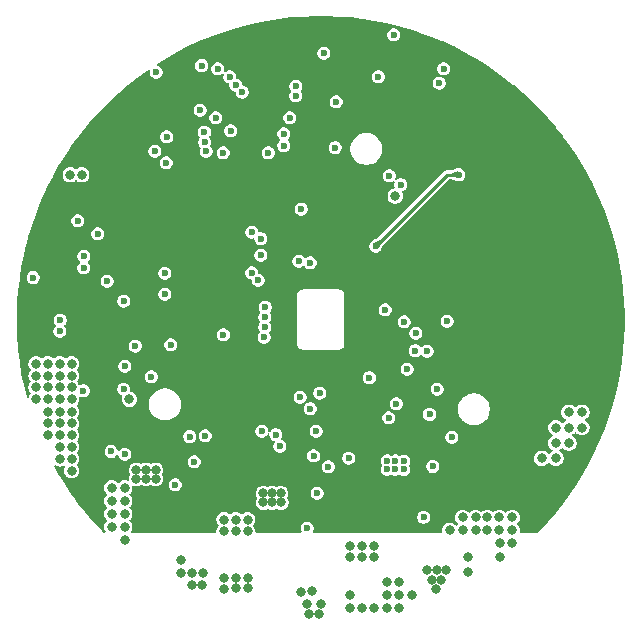
<source format=gbr>
%TF.GenerationSoftware,KiCad,Pcbnew,9.0.0*%
%TF.CreationDate,2025-06-01T03:36:43+08:00*%
%TF.ProjectId,CAPSTONE_MC,43415053-544f-44e4-955f-4d432e6b6963,Ver. 1.0.0*%
%TF.SameCoordinates,Original*%
%TF.FileFunction,Copper,L2,Inr*%
%TF.FilePolarity,Positive*%
%FSLAX46Y46*%
G04 Gerber Fmt 4.6, Leading zero omitted, Abs format (unit mm)*
G04 Created by KiCad (PCBNEW 9.0.0) date 2025-06-01 03:36:43*
%MOMM*%
%LPD*%
G01*
G04 APERTURE LIST*
%TA.AperFunction,ViaPad*%
%ADD10C,0.600000*%
%TD*%
%TA.AperFunction,ViaPad*%
%ADD11C,0.800000*%
%TD*%
%TA.AperFunction,Conductor*%
%ADD12C,0.254000*%
%TD*%
G04 APERTURE END LIST*
D10*
%TO.N,GND*%
X79785000Y-45735000D03*
X80755000Y-45735000D03*
D11*
%TO.N,+3V3*%
X79785000Y-46695000D03*
X80755000Y-46695000D03*
%TO.N,GND*%
X112300000Y-52500000D03*
X93900000Y-72900000D03*
X91500000Y-38600000D03*
X92400000Y-39000000D03*
X113500000Y-73000000D03*
D10*
X98200000Y-70400000D03*
D11*
X92800000Y-72900000D03*
X93900000Y-71800000D03*
X102300000Y-75900000D03*
D10*
X103200000Y-55600000D03*
D11*
X105830000Y-48505000D03*
X85800000Y-38900000D03*
X82500000Y-61200000D03*
X104300000Y-67500000D03*
X91835000Y-73975000D03*
X103112653Y-48012653D03*
X114500000Y-73000000D03*
X96700000Y-34400000D03*
X112500000Y-73000000D03*
X89800000Y-64300000D03*
D10*
X106100000Y-60700000D03*
D11*
X99225000Y-51912653D03*
X117800000Y-72600000D03*
X85900000Y-51600000D03*
X103300000Y-75900000D03*
X81500000Y-63200000D03*
X114600000Y-47400000D03*
X107400000Y-56700000D03*
X109500000Y-71580000D03*
X114500000Y-71000000D03*
D10*
X98845558Y-69664442D03*
D11*
X99700000Y-75100000D03*
X93935000Y-73975000D03*
X96300000Y-63700000D03*
X88900000Y-67900000D03*
X80700000Y-58000000D03*
X84900000Y-48600000D03*
X87100000Y-67900000D03*
D10*
X84470000Y-68270000D03*
X86100000Y-42200000D03*
D11*
X103300000Y-74900000D03*
X112500000Y-71000000D03*
X89800000Y-63200000D03*
X83900000Y-52600000D03*
X112300000Y-63300000D03*
X109500000Y-41300000D03*
X104200000Y-42000000D03*
X106400000Y-56700000D03*
X110900000Y-57900000D03*
X112500000Y-72000000D03*
X80500000Y-60200000D03*
X105500000Y-75900000D03*
X125000000Y-51000000D03*
X115500000Y-71000000D03*
X90800000Y-74000000D03*
X92835000Y-73975000D03*
X114500000Y-72000000D03*
X110500000Y-42300000D03*
X83000000Y-45300000D03*
X117100000Y-73500000D03*
X81500000Y-60200000D03*
X85900000Y-52600000D03*
X83500000Y-61200000D03*
X97100000Y-63700000D03*
X86400000Y-70200000D03*
X105285000Y-50155000D03*
X114600000Y-46000000D03*
D10*
X98845558Y-70400000D03*
D11*
X81700000Y-58000000D03*
D10*
X106800000Y-60100000D03*
D11*
X110000000Y-68000000D03*
X113500000Y-71000000D03*
X119200000Y-67800000D03*
X109200000Y-70900000D03*
X106000000Y-69200000D03*
X105300000Y-42000000D03*
X85900000Y-49600000D03*
X85900000Y-48600000D03*
X88000000Y-68000000D03*
X94900000Y-72900000D03*
X83900000Y-49600000D03*
X110900000Y-57200000D03*
X92100000Y-70800000D03*
X82500000Y-60200000D03*
X112300000Y-62200000D03*
X104400000Y-74900000D03*
X94900000Y-34400000D03*
X114600000Y-44600000D03*
X105400000Y-34600000D03*
X99907322Y-51217984D03*
X89800000Y-67700000D03*
X86200000Y-68000000D03*
X106000000Y-68200000D03*
X76900000Y-56800000D03*
X105500000Y-73900000D03*
X94900000Y-70900000D03*
X82500000Y-62200000D03*
X88500000Y-71300000D03*
X118600000Y-71700000D03*
X113500000Y-43600000D03*
X109500000Y-42300000D03*
X84900000Y-49600000D03*
X81500000Y-62200000D03*
X104400000Y-75900000D03*
X83900000Y-48600000D03*
X118200000Y-67800000D03*
D10*
X108670000Y-67310000D03*
D11*
X85300000Y-68000000D03*
X109200000Y-53000000D03*
X81500000Y-61200000D03*
X122800000Y-51000000D03*
X94905000Y-71765000D03*
X104400000Y-73900000D03*
X98800000Y-75100000D03*
X83900000Y-51600000D03*
D10*
X96800000Y-57200000D03*
X101715000Y-73685750D03*
D11*
X90765000Y-72925000D03*
X105300000Y-51100000D03*
X83500000Y-60200000D03*
X123900000Y-51000000D03*
X84900000Y-51600000D03*
X76000000Y-56800000D03*
X94935000Y-73975000D03*
X88700000Y-64300000D03*
X85900000Y-50600000D03*
X105300000Y-49200000D03*
X85500000Y-64800000D03*
X95800000Y-34400000D03*
D10*
X99500000Y-70400000D03*
D11*
X82700000Y-58000000D03*
X108600000Y-36700000D03*
X87900000Y-39000000D03*
X117100000Y-67800000D03*
X84900000Y-50600000D03*
X105500000Y-74900000D03*
X91800000Y-72900000D03*
X84200000Y-40200000D03*
X83900000Y-50600000D03*
X84900000Y-52600000D03*
X86200000Y-67100000D03*
X113500000Y-72000000D03*
D10*
%TO.N,+3V3*%
X87050000Y-38000000D03*
X90900000Y-37450000D03*
X101250000Y-36400000D03*
X99350000Y-49600000D03*
X76650000Y-55400000D03*
%TO.N,+3.3VA*%
X86950000Y-44700000D03*
X95931147Y-53500000D03*
X106800000Y-46800000D03*
X100100000Y-66500000D03*
X84300000Y-64850000D03*
X107775000Y-47535000D03*
X110000000Y-61650000D03*
%TO.N,GNDA*%
X87900000Y-45700000D03*
X107400000Y-66100000D03*
D11*
X84800000Y-65700000D03*
D10*
X96000000Y-68400000D03*
X95931147Y-52100000D03*
X91150000Y-43100000D03*
D11*
X107300000Y-48500000D03*
D10*
X97200000Y-68700000D03*
X100900000Y-65200000D03*
X83259054Y-70127764D03*
X109035000Y-60100000D03*
X109013370Y-61586630D03*
X111700000Y-59105000D03*
X84400000Y-62900000D03*
D11*
%TO.N,/HVBUS*%
X79900000Y-68750000D03*
X79900000Y-66750000D03*
X84400000Y-74300000D03*
X114100000Y-75700000D03*
X94800000Y-75900000D03*
X106600000Y-83400000D03*
X83300000Y-76500000D03*
X104500000Y-78100000D03*
X104500000Y-83400000D03*
X113500000Y-79100000D03*
X84400000Y-76500000D03*
X79900000Y-64700000D03*
X83300000Y-75400000D03*
X94800000Y-80800000D03*
X92800000Y-75900000D03*
X92800000Y-81800000D03*
X117200000Y-76800000D03*
X83300000Y-74300000D03*
X77895000Y-65700000D03*
X76895000Y-65700000D03*
X113500000Y-80300000D03*
X111900000Y-76800000D03*
X123100000Y-68100000D03*
X116135000Y-79095000D03*
X78895000Y-65700000D03*
X105500000Y-78100000D03*
X116150000Y-77915000D03*
X106600000Y-81200000D03*
X116100000Y-76800000D03*
X120900000Y-69400000D03*
X92800000Y-76900000D03*
X105500000Y-79100000D03*
X122000000Y-69400000D03*
X116100000Y-75700000D03*
X122000000Y-66800000D03*
X105500000Y-83400000D03*
X120900000Y-70700000D03*
X76900000Y-63700000D03*
X103500000Y-79100000D03*
X104500000Y-79100000D03*
X113000000Y-75700000D03*
X119700000Y-70700000D03*
X84400000Y-75400000D03*
X78905000Y-69750000D03*
X77905000Y-67750000D03*
X79900000Y-62700000D03*
X79905000Y-70750000D03*
X115100000Y-75700000D03*
X114100000Y-76800000D03*
X94800000Y-81700000D03*
X92800000Y-80800000D03*
X84400000Y-73200000D03*
X79900000Y-69750000D03*
X107600000Y-83400000D03*
X93800000Y-81700000D03*
X117200000Y-77900000D03*
X78900000Y-68750000D03*
X79895000Y-65700000D03*
X103500000Y-83400000D03*
X113000000Y-76800000D03*
X76900000Y-62700000D03*
X94800000Y-76900000D03*
X106600000Y-82300000D03*
X93800000Y-80800000D03*
X77900000Y-64700000D03*
X76900000Y-64700000D03*
X93800000Y-75900000D03*
X84400000Y-77600000D03*
X122000000Y-68100000D03*
X77900000Y-62700000D03*
X77900000Y-63700000D03*
X93800000Y-76900000D03*
X78905000Y-70750000D03*
X79900000Y-63700000D03*
X107600000Y-81200000D03*
X117200000Y-75700000D03*
X120900000Y-68100000D03*
X103500000Y-82300000D03*
D10*
X80900000Y-65000000D03*
D11*
X79900000Y-71750000D03*
X79905000Y-67750000D03*
X115100000Y-76800000D03*
X77900000Y-68750000D03*
X77905000Y-66750000D03*
X83300000Y-73200000D03*
D10*
X85300000Y-61200000D03*
D11*
X123100000Y-66800000D03*
X78905000Y-66750000D03*
X107600000Y-82300000D03*
X103500000Y-78100000D03*
X78900000Y-62700000D03*
X78905000Y-67750000D03*
X78900000Y-63700000D03*
X108700000Y-82300000D03*
X78900000Y-64700000D03*
D10*
%TO.N,+3V8*%
X112700000Y-46700000D03*
X105655000Y-52745000D03*
D11*
%TO.N,/HS2*%
X101000000Y-83000000D03*
X100220000Y-81980000D03*
X99300000Y-82000000D03*
X100815000Y-83865000D03*
X99800000Y-83000000D03*
D10*
X99855000Y-76627500D03*
D11*
X100000000Y-83900000D03*
%TO.N,/HS3*%
X110400000Y-81000000D03*
D10*
X109700000Y-75700000D03*
D11*
X110800000Y-80200000D03*
X111600000Y-80200000D03*
X110000000Y-80200000D03*
X111200000Y-81000000D03*
X110775000Y-81755000D03*
%TO.N,/HS1*%
X89200000Y-80400000D03*
X90935000Y-81465000D03*
X90100000Y-80400000D03*
X90100000Y-81465000D03*
X91000000Y-80400000D03*
D10*
X88660000Y-72960000D03*
D11*
X89200000Y-79300000D03*
D10*
%TO.N,/CURRENT_3*%
X108300000Y-63150000D03*
X93360000Y-42990000D03*
%TO.N,/CURRENT_2*%
X92112064Y-41880692D03*
X99255000Y-65549647D03*
%TO.N,/CURRENT_1*%
X86650000Y-63800000D03*
X90780000Y-41238000D03*
%TO.N,/ADC_TEMP*%
X92758058Y-60241942D03*
X103350770Y-70698571D03*
%TO.N,/TEMP_MOTOR*%
X95150000Y-51550000D03*
%TO.N,/CANH*%
X82900000Y-55700000D03*
X111397921Y-37724796D03*
X87800000Y-55025000D03*
%TO.N,/CANL*%
X87800000Y-56800000D03*
X84300000Y-57400000D03*
X111041942Y-38941942D03*
%TO.N,/U1_RX_FAULT*%
X80435000Y-50605000D03*
X93801000Y-39130000D03*
%TO.N,/U1_TX_SERVO*%
X94360608Y-39701702D03*
X82125000Y-51695000D03*
%TO.N,/LED_RED*%
X95691117Y-55625000D03*
X100100000Y-54150000D03*
X78900000Y-59950000D03*
%TO.N,/LED_GREEN*%
X99150000Y-54000000D03*
X78950000Y-59000000D03*
X95150000Y-55000000D03*
%TO.N,Net-(U4-VS)*%
X108030000Y-71650000D03*
X107310000Y-71640000D03*
X106610000Y-71640000D03*
X107310000Y-70930000D03*
X108020000Y-70940000D03*
X106610000Y-70920000D03*
X106750000Y-67290000D03*
D11*
%TO.N,Net-(U3-VS)*%
X97620000Y-74420000D03*
X96140000Y-74430000D03*
X96860000Y-74430000D03*
X96140000Y-73670000D03*
D10*
X97540000Y-69690000D03*
D11*
X97600000Y-73670000D03*
X96860000Y-73670000D03*
%TO.N,Net-(U2-VS)*%
X86200000Y-72430000D03*
X87020000Y-72430000D03*
X87020000Y-71710000D03*
D10*
X84400000Y-70360000D03*
D11*
X86200000Y-71710000D03*
X85380000Y-72420000D03*
X85390000Y-71710000D03*
D10*
%TO.N,/AN_IN*%
X87950000Y-43500000D03*
X88300000Y-61100000D03*
%TO.N,/VOLTAGE_1*%
X90285000Y-71005000D03*
X91161930Y-43925300D03*
%TO.N,/VOLTAGE_2*%
X91302298Y-44712892D03*
X100700000Y-73650000D03*
%TO.N,/VOLTAGE_3*%
X110475000Y-71395000D03*
X92733000Y-44850000D03*
%TO.N,/USB_DM*%
X98880000Y-40000003D03*
X80930000Y-54585000D03*
%TO.N,/USB_DP*%
X98880000Y-39200000D03*
X80935000Y-53595000D03*
%TO.N,/L1*%
X89890000Y-68860000D03*
X96556147Y-44850000D03*
%TO.N,/TX_SCL_MOSI*%
X96306149Y-57906149D03*
%TO.N,/H1*%
X91215000Y-68810000D03*
X97875000Y-43225000D03*
%TO.N,/L3*%
X102215000Y-44395822D03*
X110205707Y-66994293D03*
%TO.N,/L2*%
X100385001Y-70508771D03*
X97875000Y-44230000D03*
%TO.N,/H3*%
X112090000Y-68930000D03*
X102290000Y-40530000D03*
%TO.N,/MISO_ADC_EXT2*%
X96258058Y-58741942D03*
%TO.N,/H2*%
X98383058Y-41883058D03*
X101635000Y-71430000D03*
%TO.N,/SCK_ADC_EXT*%
X96240750Y-59608519D03*
%TO.N,/CAN_RX*%
X105870000Y-38410000D03*
X93293161Y-38410000D03*
%TO.N,/CAN_TX*%
X92290000Y-37736902D03*
X107180000Y-34840000D03*
%TO.N,/RX_SDA_NSS*%
X96208242Y-60459895D03*
%TO.N,/Vref*%
X108050000Y-59150000D03*
X100600000Y-68400000D03*
X106444669Y-58144669D03*
X105121942Y-63878058D03*
X110850000Y-64850000D03*
%TD*%
D12*
%TO.N,+3V8*%
X111700000Y-46700000D02*
X112700000Y-46700000D01*
X105655000Y-52745000D02*
X111700000Y-46700000D01*
%TD*%
%TA.AperFunction,Conductor*%
%TO.N,GND*%
G36*
X101506955Y-33259521D02*
G01*
X102514215Y-33299096D01*
X102517078Y-33299264D01*
X103522039Y-33378357D01*
X103524970Y-33378646D01*
X104525972Y-33497122D01*
X104528890Y-33497525D01*
X104626697Y-33513016D01*
X105524547Y-33655221D01*
X105527383Y-33655728D01*
X106516078Y-33852392D01*
X106518900Y-33853011D01*
X107499126Y-34088343D01*
X107501916Y-34089071D01*
X108472119Y-34362696D01*
X108474919Y-34363546D01*
X109287336Y-34627516D01*
X109433600Y-34675040D01*
X109436378Y-34676003D01*
X110382119Y-35024905D01*
X110384801Y-35025955D01*
X111166142Y-35349597D01*
X111316105Y-35411714D01*
X111318803Y-35412894D01*
X112234238Y-35834915D01*
X112236867Y-35836189D01*
X113135061Y-36293841D01*
X113137615Y-36295207D01*
X113704155Y-36612485D01*
X114017122Y-36787755D01*
X114019657Y-36789241D01*
X114199585Y-36899501D01*
X114879126Y-37315924D01*
X114881607Y-37317512D01*
X115719744Y-37877538D01*
X115722160Y-37879222D01*
X115837449Y-37962984D01*
X116537671Y-38471725D01*
X116539981Y-38473472D01*
X117280850Y-39057527D01*
X117331619Y-39097550D01*
X117333896Y-39099419D01*
X118034799Y-39698047D01*
X118100393Y-39754069D01*
X118102590Y-39756022D01*
X118596393Y-40212488D01*
X118842796Y-40440261D01*
X118844919Y-40442302D01*
X119557697Y-41155080D01*
X119559738Y-41157203D01*
X120243974Y-41897405D01*
X120245930Y-41899606D01*
X120900580Y-42666103D01*
X120902449Y-42668380D01*
X120936848Y-42712015D01*
X121508761Y-43437483D01*
X121526512Y-43459999D01*
X121528280Y-43462336D01*
X121695775Y-43692872D01*
X122120777Y-44277839D01*
X122122461Y-44280255D01*
X122682487Y-45118392D01*
X122684075Y-45120873D01*
X123210755Y-45980337D01*
X123212244Y-45982877D01*
X123424555Y-46361985D01*
X123629267Y-46727525D01*
X123704780Y-46862362D01*
X123706167Y-46864957D01*
X123953564Y-47350500D01*
X124163799Y-47763111D01*
X124165084Y-47765761D01*
X124587105Y-48681196D01*
X124588285Y-48683894D01*
X124974032Y-49615168D01*
X124975105Y-49617910D01*
X125323994Y-50563616D01*
X125324959Y-50566399D01*
X125636450Y-51525071D01*
X125637305Y-51527889D01*
X125910920Y-52498053D01*
X125911664Y-52500903D01*
X126146982Y-53481072D01*
X126147613Y-53483948D01*
X126344265Y-54472585D01*
X126344783Y-54475484D01*
X126502474Y-55471109D01*
X126502877Y-55474027D01*
X126621353Y-56475029D01*
X126621642Y-56477960D01*
X126700732Y-57482883D01*
X126700905Y-57485823D01*
X126740479Y-58493044D01*
X126740537Y-58495988D01*
X126740537Y-59504011D01*
X126740479Y-59506955D01*
X126700905Y-60514176D01*
X126700732Y-60517116D01*
X126621642Y-61522039D01*
X126621353Y-61524970D01*
X126502877Y-62525972D01*
X126502474Y-62528890D01*
X126344783Y-63524515D01*
X126344265Y-63527414D01*
X126147613Y-64516051D01*
X126146982Y-64518927D01*
X125911664Y-65499096D01*
X125910920Y-65501946D01*
X125637305Y-66472110D01*
X125636450Y-66474928D01*
X125324959Y-67433600D01*
X125323994Y-67436383D01*
X124975105Y-68382089D01*
X124974032Y-68384831D01*
X124588285Y-69316105D01*
X124587105Y-69318803D01*
X124165084Y-70234238D01*
X124163799Y-70236888D01*
X123706169Y-71135039D01*
X123704780Y-71137637D01*
X123212244Y-72017122D01*
X123210755Y-72019662D01*
X122684075Y-72879126D01*
X122682487Y-72881607D01*
X122122461Y-73719744D01*
X122120777Y-73722160D01*
X121528289Y-74537652D01*
X121526512Y-74540000D01*
X120902449Y-75331619D01*
X120900580Y-75333896D01*
X120245930Y-76100393D01*
X120243974Y-76102594D01*
X119559738Y-76842796D01*
X119557697Y-76844919D01*
X119424584Y-76978033D01*
X119378088Y-76999715D01*
X119371551Y-77000000D01*
X117914849Y-77000000D01*
X117866640Y-76982453D01*
X117840988Y-76938024D01*
X117841289Y-76910369D01*
X117850500Y-76864069D01*
X117850500Y-76735931D01*
X117825501Y-76610256D01*
X117776465Y-76491873D01*
X117705276Y-76385331D01*
X117622978Y-76303033D01*
X117601296Y-76256537D01*
X117614575Y-76206982D01*
X117622978Y-76196967D01*
X117645446Y-76174499D01*
X117705276Y-76114669D01*
X117776465Y-76008127D01*
X117825501Y-75889744D01*
X117850500Y-75764069D01*
X117850500Y-75635931D01*
X117825501Y-75510256D01*
X117776465Y-75391873D01*
X117705276Y-75285331D01*
X117614669Y-75194724D01*
X117508127Y-75123535D01*
X117431688Y-75091873D01*
X117389744Y-75074499D01*
X117264070Y-75049500D01*
X117264069Y-75049500D01*
X117135931Y-75049500D01*
X117135930Y-75049500D01*
X117010255Y-75074499D01*
X116891874Y-75123534D01*
X116785331Y-75194724D01*
X116785328Y-75194726D01*
X116703033Y-75277022D01*
X116656537Y-75298704D01*
X116606982Y-75285425D01*
X116596967Y-75277022D01*
X116514671Y-75194726D01*
X116514669Y-75194724D01*
X116408127Y-75123535D01*
X116331688Y-75091873D01*
X116289744Y-75074499D01*
X116164070Y-75049500D01*
X116164069Y-75049500D01*
X116035931Y-75049500D01*
X116035930Y-75049500D01*
X115910255Y-75074499D01*
X115791874Y-75123534D01*
X115685331Y-75194724D01*
X115685328Y-75194726D01*
X115653033Y-75227022D01*
X115606537Y-75248704D01*
X115556982Y-75235425D01*
X115546967Y-75227022D01*
X115514671Y-75194726D01*
X115514669Y-75194724D01*
X115408127Y-75123535D01*
X115331688Y-75091873D01*
X115289744Y-75074499D01*
X115164070Y-75049500D01*
X115164069Y-75049500D01*
X115035931Y-75049500D01*
X115035930Y-75049500D01*
X114910255Y-75074499D01*
X114791874Y-75123534D01*
X114685331Y-75194724D01*
X114685328Y-75194726D01*
X114653033Y-75227022D01*
X114606537Y-75248704D01*
X114556982Y-75235425D01*
X114546967Y-75227022D01*
X114514671Y-75194726D01*
X114514669Y-75194724D01*
X114408127Y-75123535D01*
X114331688Y-75091873D01*
X114289744Y-75074499D01*
X114164070Y-75049500D01*
X114164069Y-75049500D01*
X114035931Y-75049500D01*
X114035930Y-75049500D01*
X113910255Y-75074499D01*
X113791874Y-75123534D01*
X113685331Y-75194724D01*
X113685328Y-75194726D01*
X113603033Y-75277022D01*
X113556537Y-75298704D01*
X113506982Y-75285425D01*
X113496967Y-75277022D01*
X113414671Y-75194726D01*
X113414669Y-75194724D01*
X113308127Y-75123535D01*
X113231688Y-75091873D01*
X113189744Y-75074499D01*
X113064070Y-75049500D01*
X113064069Y-75049500D01*
X112935931Y-75049500D01*
X112935930Y-75049500D01*
X112810255Y-75074499D01*
X112691874Y-75123534D01*
X112585331Y-75194724D01*
X112585328Y-75194726D01*
X112494726Y-75285328D01*
X112494724Y-75285331D01*
X112423534Y-75391874D01*
X112374499Y-75510255D01*
X112349500Y-75635930D01*
X112349500Y-75764069D01*
X112374499Y-75889744D01*
X112417276Y-75993018D01*
X112423535Y-76008127D01*
X112494724Y-76114669D01*
X112494726Y-76114671D01*
X112577022Y-76196967D01*
X112585258Y-76214630D01*
X112596433Y-76230589D01*
X112595843Y-76237328D01*
X112598704Y-76243463D01*
X112593660Y-76262286D01*
X112591962Y-76281696D01*
X112586287Y-76289800D01*
X112585425Y-76293018D01*
X112577022Y-76303033D01*
X112503033Y-76377022D01*
X112456537Y-76398704D01*
X112406982Y-76385425D01*
X112396967Y-76377022D01*
X112314671Y-76294726D01*
X112314669Y-76294724D01*
X112208127Y-76223535D01*
X112186628Y-76214630D01*
X112089744Y-76174499D01*
X111964070Y-76149500D01*
X111964069Y-76149500D01*
X111835931Y-76149500D01*
X111835930Y-76149500D01*
X111710255Y-76174499D01*
X111591874Y-76223534D01*
X111485331Y-76294724D01*
X111485328Y-76294726D01*
X111394726Y-76385328D01*
X111394724Y-76385331D01*
X111323534Y-76491874D01*
X111282113Y-76591874D01*
X111274499Y-76610256D01*
X111249500Y-76735931D01*
X111249500Y-76864069D01*
X111258709Y-76910368D01*
X111250906Y-76961073D01*
X111212335Y-76994900D01*
X111185151Y-77000000D01*
X100405503Y-77000000D01*
X100357294Y-76982453D01*
X100331642Y-76938024D01*
X100340551Y-76887500D01*
X100367984Y-76839985D01*
X100405500Y-76699975D01*
X100405500Y-76555025D01*
X100367984Y-76415015D01*
X100295509Y-76289485D01*
X100193015Y-76186991D01*
X100128079Y-76149500D01*
X100067486Y-76114516D01*
X100067483Y-76114515D01*
X99927480Y-76077001D01*
X99927477Y-76077000D01*
X99927475Y-76077000D01*
X99782525Y-76077000D01*
X99782523Y-76077000D01*
X99782519Y-76077001D01*
X99642516Y-76114515D01*
X99642513Y-76114516D01*
X99516984Y-76186991D01*
X99414491Y-76289484D01*
X99342016Y-76415013D01*
X99342015Y-76415016D01*
X99304501Y-76555019D01*
X99304500Y-76555027D01*
X99304500Y-76699972D01*
X99304501Y-76699980D01*
X99340929Y-76835931D01*
X99342016Y-76839985D01*
X99367042Y-76883332D01*
X99369449Y-76887500D01*
X99378358Y-76938023D01*
X99352706Y-76982453D01*
X99304497Y-77000000D01*
X95525500Y-77000000D01*
X95477291Y-76982453D01*
X95451639Y-76938024D01*
X95450500Y-76925000D01*
X95450500Y-76835930D01*
X95430608Y-76735931D01*
X95425501Y-76710256D01*
X95376465Y-76591873D01*
X95305276Y-76485331D01*
X95272978Y-76453033D01*
X95251296Y-76406537D01*
X95264575Y-76356982D01*
X95272978Y-76346967D01*
X95305276Y-76314669D01*
X95376465Y-76208127D01*
X95425501Y-76089744D01*
X95450500Y-75964069D01*
X95450500Y-75835931D01*
X95425501Y-75710256D01*
X95394714Y-75635931D01*
X95391233Y-75627527D01*
X109149500Y-75627527D01*
X109149500Y-75772472D01*
X109149501Y-75772480D01*
X109187015Y-75912483D01*
X109187016Y-75912486D01*
X109216798Y-75964069D01*
X109259491Y-76038015D01*
X109361985Y-76140509D01*
X109487515Y-76212984D01*
X109627525Y-76250500D01*
X109627527Y-76250500D01*
X109772473Y-76250500D01*
X109772475Y-76250500D01*
X109912485Y-76212984D01*
X110038015Y-76140509D01*
X110140509Y-76038015D01*
X110212984Y-75912485D01*
X110250500Y-75772475D01*
X110250500Y-75627525D01*
X110212984Y-75487515D01*
X110140509Y-75361985D01*
X110038015Y-75259491D01*
X110020710Y-75249500D01*
X109912486Y-75187016D01*
X109912483Y-75187015D01*
X109772480Y-75149501D01*
X109772477Y-75149500D01*
X109772475Y-75149500D01*
X109627525Y-75149500D01*
X109627523Y-75149500D01*
X109627519Y-75149501D01*
X109487516Y-75187015D01*
X109487513Y-75187016D01*
X109361984Y-75259491D01*
X109259491Y-75361984D01*
X109187016Y-75487513D01*
X109187015Y-75487516D01*
X109149501Y-75627519D01*
X109149500Y-75627527D01*
X95391233Y-75627527D01*
X95376465Y-75591874D01*
X95376465Y-75591873D01*
X95305276Y-75485331D01*
X95214669Y-75394724D01*
X95108127Y-75323535D01*
X95015887Y-75285328D01*
X94989744Y-75274499D01*
X94864070Y-75249500D01*
X94864069Y-75249500D01*
X94735931Y-75249500D01*
X94735930Y-75249500D01*
X94610255Y-75274499D01*
X94491874Y-75323534D01*
X94385331Y-75394724D01*
X94385328Y-75394726D01*
X94353033Y-75427022D01*
X94306537Y-75448704D01*
X94256982Y-75435425D01*
X94246967Y-75427022D01*
X94214671Y-75394726D01*
X94214669Y-75394724D01*
X94108127Y-75323535D01*
X94015887Y-75285328D01*
X93989744Y-75274499D01*
X93864070Y-75249500D01*
X93864069Y-75249500D01*
X93735931Y-75249500D01*
X93735930Y-75249500D01*
X93610255Y-75274499D01*
X93491874Y-75323534D01*
X93385331Y-75394724D01*
X93385328Y-75394726D01*
X93353033Y-75427022D01*
X93306537Y-75448704D01*
X93256982Y-75435425D01*
X93246967Y-75427022D01*
X93214671Y-75394726D01*
X93214669Y-75394724D01*
X93108127Y-75323535D01*
X93015887Y-75285328D01*
X92989744Y-75274499D01*
X92864070Y-75249500D01*
X92864069Y-75249500D01*
X92735931Y-75249500D01*
X92735930Y-75249500D01*
X92610255Y-75274499D01*
X92491874Y-75323534D01*
X92385331Y-75394724D01*
X92385328Y-75394726D01*
X92294726Y-75485328D01*
X92294724Y-75485331D01*
X92223534Y-75591874D01*
X92174499Y-75710255D01*
X92149500Y-75835930D01*
X92149500Y-75964069D01*
X92174499Y-76089744D01*
X92184759Y-76114515D01*
X92223535Y-76208127D01*
X92294724Y-76314669D01*
X92294726Y-76314671D01*
X92327022Y-76346967D01*
X92348704Y-76393463D01*
X92335425Y-76443018D01*
X92327022Y-76453033D01*
X92294726Y-76485328D01*
X92294724Y-76485331D01*
X92223534Y-76591874D01*
X92174499Y-76710255D01*
X92149500Y-76835930D01*
X92149500Y-76925000D01*
X92131953Y-76973209D01*
X92087524Y-76998861D01*
X92074500Y-77000000D01*
X84988574Y-77000000D01*
X84940365Y-76982453D01*
X84914713Y-76938024D01*
X84923622Y-76887500D01*
X84926204Y-76883346D01*
X84976465Y-76808127D01*
X85025501Y-76689744D01*
X85050500Y-76564069D01*
X85050500Y-76435931D01*
X85025501Y-76310256D01*
X84976465Y-76191873D01*
X84905276Y-76085331D01*
X84822978Y-76003033D01*
X84801296Y-75956537D01*
X84814575Y-75906982D01*
X84822978Y-75896967D01*
X84830201Y-75889744D01*
X84905276Y-75814669D01*
X84976465Y-75708127D01*
X85025501Y-75589744D01*
X85050500Y-75464069D01*
X85050500Y-75335931D01*
X85025501Y-75210256D01*
X84976465Y-75091873D01*
X84905276Y-74985331D01*
X84822978Y-74903033D01*
X84801296Y-74856537D01*
X84814575Y-74806982D01*
X84822978Y-74796967D01*
X84905276Y-74714669D01*
X84976465Y-74608127D01*
X85025501Y-74489744D01*
X85050500Y-74364069D01*
X85050500Y-74235931D01*
X85025501Y-74110256D01*
X84976465Y-73991873D01*
X84905276Y-73885331D01*
X84822978Y-73803033D01*
X84801296Y-73756537D01*
X84814575Y-73706982D01*
X84822978Y-73696967D01*
X84905276Y-73614669D01*
X84911115Y-73605930D01*
X95489500Y-73605930D01*
X95489500Y-73734069D01*
X95514499Y-73859744D01*
X95552822Y-73952265D01*
X95563535Y-73978127D01*
X95578241Y-74000136D01*
X95583718Y-74008334D01*
X95595910Y-74058168D01*
X95583718Y-74091666D01*
X95563533Y-74121876D01*
X95516290Y-74235931D01*
X95514499Y-74240256D01*
X95489500Y-74365931D01*
X95489500Y-74494069D01*
X95514499Y-74619744D01*
X95563535Y-74738127D01*
X95634724Y-74844669D01*
X95725331Y-74935276D01*
X95831873Y-75006465D01*
X95950256Y-75055501D01*
X96045763Y-75074499D01*
X96075930Y-75080500D01*
X96075931Y-75080500D01*
X96204070Y-75080500D01*
X96234237Y-75074499D01*
X96329744Y-75055501D01*
X96448127Y-75006465D01*
X96458331Y-74999646D01*
X96508163Y-74987452D01*
X96541668Y-74999646D01*
X96551873Y-75006465D01*
X96670256Y-75055501D01*
X96765763Y-75074499D01*
X96795930Y-75080500D01*
X96795931Y-75080500D01*
X96924070Y-75080500D01*
X96954237Y-75074499D01*
X97049744Y-75055501D01*
X97168127Y-75006465D01*
X97205816Y-74981281D01*
X97255648Y-74969088D01*
X97289148Y-74981281D01*
X97311873Y-74996465D01*
X97430256Y-75045501D01*
X97530931Y-75065527D01*
X97555930Y-75070500D01*
X97555931Y-75070500D01*
X97684070Y-75070500D01*
X97704921Y-75066352D01*
X97809744Y-75045501D01*
X97928127Y-74996465D01*
X98034669Y-74925276D01*
X98125276Y-74834669D01*
X98196465Y-74728127D01*
X98245501Y-74609744D01*
X98270500Y-74484069D01*
X98270500Y-74355931D01*
X98245501Y-74230256D01*
X98196465Y-74111873D01*
X98169622Y-74071700D01*
X98157429Y-74021869D01*
X98169625Y-73988363D01*
X98169858Y-73988015D01*
X98176465Y-73978127D01*
X98225501Y-73859744D01*
X98250500Y-73734069D01*
X98250500Y-73605931D01*
X98244850Y-73577527D01*
X100149500Y-73577527D01*
X100149500Y-73722472D01*
X100149501Y-73722480D01*
X100187015Y-73862483D01*
X100187016Y-73862486D01*
X100200204Y-73885328D01*
X100259491Y-73988015D01*
X100361985Y-74090509D01*
X100487515Y-74162984D01*
X100627525Y-74200500D01*
X100627527Y-74200500D01*
X100772473Y-74200500D01*
X100772475Y-74200500D01*
X100912485Y-74162984D01*
X101038015Y-74090509D01*
X101140509Y-73988015D01*
X101212984Y-73862485D01*
X101250500Y-73722475D01*
X101250500Y-73577525D01*
X101212984Y-73437515D01*
X101140509Y-73311985D01*
X101038015Y-73209491D01*
X100973919Y-73172485D01*
X100912486Y-73137016D01*
X100912483Y-73137015D01*
X100772480Y-73099501D01*
X100772477Y-73099500D01*
X100772475Y-73099500D01*
X100627525Y-73099500D01*
X100627523Y-73099500D01*
X100627519Y-73099501D01*
X100487516Y-73137015D01*
X100487513Y-73137016D01*
X100361984Y-73209491D01*
X100259491Y-73311984D01*
X100187016Y-73437513D01*
X100187015Y-73437516D01*
X100149501Y-73577519D01*
X100149500Y-73577527D01*
X98244850Y-73577527D01*
X98225501Y-73480256D01*
X98176465Y-73361873D01*
X98105276Y-73255331D01*
X98014669Y-73164724D01*
X97908127Y-73093535D01*
X97789744Y-73044499D01*
X97664070Y-73019500D01*
X97664069Y-73019500D01*
X97535931Y-73019500D01*
X97535930Y-73019500D01*
X97410255Y-73044499D01*
X97291872Y-73093535D01*
X97271666Y-73107036D01*
X97221833Y-73119229D01*
X97188334Y-73107036D01*
X97168127Y-73093535D01*
X97049744Y-73044499D01*
X96924070Y-73019500D01*
X96924069Y-73019500D01*
X96795931Y-73019500D01*
X96795930Y-73019500D01*
X96670255Y-73044499D01*
X96551874Y-73093534D01*
X96541668Y-73100354D01*
X96491835Y-73112548D01*
X96458332Y-73100354D01*
X96448127Y-73093535D01*
X96329744Y-73044499D01*
X96204070Y-73019500D01*
X96204069Y-73019500D01*
X96075931Y-73019500D01*
X96075930Y-73019500D01*
X95950255Y-73044499D01*
X95831874Y-73093534D01*
X95725331Y-73164724D01*
X95725328Y-73164726D01*
X95634726Y-73255328D01*
X95634724Y-73255331D01*
X95563534Y-73361874D01*
X95514499Y-73480255D01*
X95489500Y-73605930D01*
X84911115Y-73605930D01*
X84976465Y-73508127D01*
X85025501Y-73389744D01*
X85050500Y-73264069D01*
X85050500Y-73135931D01*
X85045722Y-73111912D01*
X85053526Y-73061208D01*
X85092097Y-73027381D01*
X85143387Y-73026261D01*
X85147959Y-73027981D01*
X85190256Y-73045501D01*
X85240523Y-73055500D01*
X85315930Y-73070500D01*
X85315931Y-73070500D01*
X85444070Y-73070500D01*
X85464921Y-73066352D01*
X85569744Y-73045501D01*
X85688127Y-72996465D01*
X85740849Y-72961236D01*
X85790679Y-72949042D01*
X85824181Y-72961235D01*
X85891873Y-73006465D01*
X86010256Y-73055501D01*
X86110931Y-73075527D01*
X86135930Y-73080500D01*
X86135931Y-73080500D01*
X86264070Y-73080500D01*
X86284921Y-73076352D01*
X86389744Y-73055501D01*
X86508127Y-73006465D01*
X86568334Y-72966235D01*
X86618164Y-72954042D01*
X86651664Y-72966234D01*
X86711873Y-73006465D01*
X86830256Y-73055501D01*
X86930931Y-73075527D01*
X86955930Y-73080500D01*
X86955931Y-73080500D01*
X87084070Y-73080500D01*
X87104921Y-73076352D01*
X87209744Y-73055501D01*
X87328127Y-73006465D01*
X87434669Y-72935276D01*
X87482418Y-72887527D01*
X88109500Y-72887527D01*
X88109500Y-73032472D01*
X88109501Y-73032480D01*
X88147015Y-73172483D01*
X88147016Y-73172486D01*
X88194847Y-73255331D01*
X88219491Y-73298015D01*
X88321985Y-73400509D01*
X88447515Y-73472984D01*
X88587525Y-73510500D01*
X88587527Y-73510500D01*
X88732473Y-73510500D01*
X88732475Y-73510500D01*
X88872485Y-73472984D01*
X88998015Y-73400509D01*
X89100509Y-73298015D01*
X89172984Y-73172485D01*
X89210500Y-73032475D01*
X89210500Y-72887525D01*
X89172984Y-72747515D01*
X89100509Y-72621985D01*
X88998015Y-72519491D01*
X88953983Y-72494069D01*
X88872486Y-72447016D01*
X88872483Y-72447015D01*
X88732480Y-72409501D01*
X88732477Y-72409500D01*
X88732475Y-72409500D01*
X88587525Y-72409500D01*
X88587523Y-72409500D01*
X88587519Y-72409501D01*
X88447516Y-72447015D01*
X88447513Y-72447016D01*
X88321984Y-72519491D01*
X88219491Y-72621984D01*
X88147016Y-72747513D01*
X88147015Y-72747516D01*
X88109501Y-72887519D01*
X88109500Y-72887527D01*
X87482418Y-72887527D01*
X87525276Y-72844669D01*
X87596465Y-72738127D01*
X87645501Y-72619744D01*
X87670500Y-72494069D01*
X87670500Y-72365931D01*
X87645501Y-72240256D01*
X87596465Y-72121873D01*
X87589646Y-72111668D01*
X87577452Y-72061837D01*
X87589647Y-72028330D01*
X87593695Y-72022272D01*
X87596465Y-72018127D01*
X87645501Y-71899744D01*
X87670500Y-71774069D01*
X87670500Y-71645931D01*
X87645501Y-71520256D01*
X87596465Y-71401873D01*
X87525276Y-71295331D01*
X87434669Y-71204724D01*
X87328127Y-71133535D01*
X87325594Y-71132486D01*
X87209744Y-71084499D01*
X87084070Y-71059500D01*
X87084069Y-71059500D01*
X86955931Y-71059500D01*
X86955930Y-71059500D01*
X86830255Y-71084499D01*
X86711875Y-71133534D01*
X86711873Y-71133535D01*
X86683517Y-71152482D01*
X86651667Y-71173763D01*
X86601834Y-71185956D01*
X86568333Y-71173763D01*
X86560559Y-71168569D01*
X86508127Y-71133535D01*
X86389744Y-71084499D01*
X86354418Y-71077472D01*
X86264070Y-71059500D01*
X86264069Y-71059500D01*
X86135931Y-71059500D01*
X86135930Y-71059500D01*
X86010255Y-71084499D01*
X85891875Y-71133534D01*
X85891873Y-71133535D01*
X85863517Y-71152482D01*
X85836667Y-71170422D01*
X85786834Y-71182615D01*
X85753333Y-71170422D01*
X85744070Y-71164233D01*
X85698127Y-71133535D01*
X85579744Y-71084499D01*
X85544418Y-71077472D01*
X85454070Y-71059500D01*
X85454069Y-71059500D01*
X85325931Y-71059500D01*
X85325930Y-71059500D01*
X85200255Y-71084499D01*
X85081874Y-71133534D01*
X84975331Y-71204724D01*
X84975328Y-71204726D01*
X84884726Y-71295328D01*
X84884724Y-71295331D01*
X84813534Y-71401874D01*
X84764499Y-71520255D01*
X84739500Y-71645930D01*
X84739500Y-71774069D01*
X84764499Y-71899744D01*
X84813535Y-72018128D01*
X84815271Y-72021375D01*
X84813592Y-72022272D01*
X84824202Y-72065715D01*
X84812015Y-72099180D01*
X84803535Y-72111872D01*
X84754499Y-72230255D01*
X84729500Y-72355930D01*
X84729500Y-72484070D01*
X84734277Y-72508087D01*
X84726472Y-72558792D01*
X84687900Y-72592619D01*
X84636610Y-72593738D01*
X84632017Y-72592009D01*
X84589744Y-72574499D01*
X84464070Y-72549500D01*
X84464069Y-72549500D01*
X84335931Y-72549500D01*
X84335930Y-72549500D01*
X84210255Y-72574499D01*
X84091874Y-72623534D01*
X83985331Y-72694724D01*
X83985328Y-72694726D01*
X83903033Y-72777022D01*
X83856537Y-72798704D01*
X83806982Y-72785425D01*
X83796967Y-72777022D01*
X83714671Y-72694726D01*
X83714669Y-72694724D01*
X83608127Y-72623535D01*
X83533489Y-72592619D01*
X83489744Y-72574499D01*
X83364070Y-72549500D01*
X83364069Y-72549500D01*
X83235931Y-72549500D01*
X83235930Y-72549500D01*
X83110255Y-72574499D01*
X82991874Y-72623534D01*
X82885331Y-72694724D01*
X82885328Y-72694726D01*
X82794726Y-72785328D01*
X82794724Y-72785331D01*
X82723534Y-72891874D01*
X82674499Y-73010255D01*
X82649710Y-73134877D01*
X82649500Y-73135931D01*
X82649500Y-73264069D01*
X82674499Y-73389744D01*
X82723535Y-73508127D01*
X82794724Y-73614669D01*
X82794726Y-73614671D01*
X82877022Y-73696967D01*
X82898704Y-73743463D01*
X82885425Y-73793018D01*
X82877022Y-73803033D01*
X82794726Y-73885328D01*
X82794724Y-73885331D01*
X82723534Y-73991874D01*
X82674499Y-74110255D01*
X82664011Y-74162983D01*
X82649500Y-74235931D01*
X82649500Y-74364069D01*
X82674499Y-74489744D01*
X82723535Y-74608127D01*
X82794724Y-74714669D01*
X82794726Y-74714671D01*
X82877022Y-74796967D01*
X82898704Y-74843463D01*
X82885425Y-74893018D01*
X82877022Y-74903033D01*
X82794726Y-74985328D01*
X82794724Y-74985331D01*
X82723534Y-75091874D01*
X82674499Y-75210255D01*
X82649500Y-75335930D01*
X82649500Y-75464069D01*
X82674499Y-75589744D01*
X82700000Y-75651310D01*
X82723535Y-75708127D01*
X82794724Y-75814669D01*
X82794726Y-75814671D01*
X82877022Y-75896967D01*
X82898704Y-75943463D01*
X82885425Y-75993018D01*
X82877022Y-76003033D01*
X82794726Y-76085328D01*
X82794724Y-76085331D01*
X82723534Y-76191874D01*
X82674499Y-76310255D01*
X82653661Y-76415015D01*
X82649500Y-76435931D01*
X82649500Y-76564069D01*
X82674499Y-76689744D01*
X82723535Y-76808127D01*
X82773786Y-76883333D01*
X82777491Y-76898473D01*
X82785287Y-76911976D01*
X82783405Y-76922644D01*
X82785980Y-76933165D01*
X82779085Y-76947146D01*
X82776378Y-76962500D01*
X82768080Y-76969462D01*
X82763290Y-76979177D01*
X82749021Y-76985455D01*
X82737078Y-76995477D01*
X82719000Y-76998664D01*
X82716331Y-76999839D01*
X82711426Y-77000000D01*
X82628449Y-77000000D01*
X82580240Y-76982453D01*
X82575416Y-76978033D01*
X82442302Y-76844919D01*
X82440261Y-76842796D01*
X82017382Y-76385328D01*
X81756022Y-76102590D01*
X81754069Y-76100393D01*
X81734089Y-76077000D01*
X81099419Y-75333896D01*
X81097550Y-75331619D01*
X81061134Y-75285425D01*
X80473472Y-74539981D01*
X80471725Y-74537671D01*
X79997770Y-73885328D01*
X79879222Y-73722160D01*
X79877538Y-73719744D01*
X79317512Y-72881607D01*
X79315924Y-72879126D01*
X78832659Y-72090509D01*
X78789241Y-72019657D01*
X78787755Y-72017122D01*
X78701153Y-71862483D01*
X78436470Y-71389859D01*
X78428224Y-71339224D01*
X78454455Y-71295134D01*
X78502890Y-71278219D01*
X78543575Y-71290852D01*
X78596873Y-71326465D01*
X78715256Y-71375501D01*
X78815931Y-71395527D01*
X78840930Y-71400500D01*
X78840931Y-71400500D01*
X78969070Y-71400500D01*
X78989921Y-71396352D01*
X79094744Y-71375501D01*
X79213127Y-71326465D01*
X79238392Y-71309583D01*
X79288222Y-71297390D01*
X79334235Y-71320080D01*
X79354897Y-71367038D01*
X79342418Y-71413611D01*
X79326447Y-71437516D01*
X79323534Y-71441875D01*
X79274499Y-71560255D01*
X79249500Y-71685930D01*
X79249500Y-71814069D01*
X79274499Y-71939744D01*
X79294493Y-71988015D01*
X79323535Y-72058127D01*
X79394724Y-72164669D01*
X79485331Y-72255276D01*
X79591873Y-72326465D01*
X79710256Y-72375501D01*
X79810931Y-72395527D01*
X79835930Y-72400500D01*
X79835931Y-72400500D01*
X79964070Y-72400500D01*
X79984921Y-72396352D01*
X80089744Y-72375501D01*
X80208127Y-72326465D01*
X80314669Y-72255276D01*
X80405276Y-72164669D01*
X80476465Y-72058127D01*
X80525501Y-71939744D01*
X80550500Y-71814069D01*
X80550500Y-71685931D01*
X80525501Y-71560256D01*
X80476465Y-71441873D01*
X80405276Y-71335331D01*
X80375478Y-71305533D01*
X80353796Y-71259037D01*
X80367075Y-71209482D01*
X80375478Y-71199467D01*
X80392432Y-71182513D01*
X80410276Y-71164669D01*
X80481465Y-71058127D01*
X80530501Y-70939744D01*
X80531937Y-70932527D01*
X89734500Y-70932527D01*
X89734500Y-71077472D01*
X89734501Y-71077480D01*
X89772015Y-71217483D01*
X89772016Y-71217486D01*
X89832661Y-71322525D01*
X89844491Y-71343015D01*
X89946985Y-71445509D01*
X89985040Y-71467480D01*
X90045647Y-71502472D01*
X90072515Y-71517984D01*
X90212525Y-71555500D01*
X90212527Y-71555500D01*
X90357473Y-71555500D01*
X90357475Y-71555500D01*
X90497485Y-71517984D01*
X90623015Y-71445509D01*
X90710997Y-71357527D01*
X101084500Y-71357527D01*
X101084500Y-71502472D01*
X101084501Y-71502480D01*
X101122015Y-71642483D01*
X101122016Y-71642486D01*
X101168198Y-71722475D01*
X101194491Y-71768015D01*
X101296985Y-71870509D01*
X101422515Y-71942984D01*
X101562525Y-71980500D01*
X101562527Y-71980500D01*
X101707473Y-71980500D01*
X101707475Y-71980500D01*
X101847485Y-71942984D01*
X101973015Y-71870509D01*
X102075509Y-71768015D01*
X102147984Y-71642485D01*
X102185500Y-71502475D01*
X102185500Y-71357525D01*
X102147984Y-71217515D01*
X102144542Y-71211554D01*
X102098892Y-71132485D01*
X102075509Y-71091985D01*
X101973015Y-70989491D01*
X101847486Y-70917016D01*
X101847483Y-70917015D01*
X101707480Y-70879501D01*
X101707477Y-70879500D01*
X101707475Y-70879500D01*
X101562525Y-70879500D01*
X101562523Y-70879500D01*
X101562519Y-70879501D01*
X101422516Y-70917015D01*
X101422513Y-70917016D01*
X101296984Y-70989491D01*
X101194491Y-71091984D01*
X101122016Y-71217513D01*
X101122015Y-71217516D01*
X101084501Y-71357519D01*
X101084500Y-71357527D01*
X90710997Y-71357527D01*
X90725509Y-71343015D01*
X90797984Y-71217485D01*
X90835500Y-71077475D01*
X90835500Y-70932525D01*
X90797984Y-70792515D01*
X90725509Y-70666985D01*
X90623015Y-70564491D01*
X90529076Y-70510255D01*
X90504961Y-70496332D01*
X90497486Y-70492016D01*
X90497483Y-70492015D01*
X90357480Y-70454501D01*
X90357477Y-70454500D01*
X90357475Y-70454500D01*
X90212525Y-70454500D01*
X90212523Y-70454500D01*
X90212519Y-70454501D01*
X90072516Y-70492015D01*
X90072513Y-70492016D01*
X89946984Y-70564491D01*
X89844491Y-70666984D01*
X89772016Y-70792513D01*
X89772015Y-70792516D01*
X89734501Y-70932519D01*
X89734500Y-70932527D01*
X80531937Y-70932527D01*
X80555500Y-70814069D01*
X80555500Y-70685931D01*
X80553974Y-70678262D01*
X80543598Y-70626098D01*
X80530501Y-70560256D01*
X80481465Y-70441873D01*
X80410276Y-70335331D01*
X80375478Y-70300533D01*
X80353796Y-70254037D01*
X80367075Y-70204482D01*
X80375478Y-70194467D01*
X80384359Y-70185586D01*
X80405276Y-70164669D01*
X80476465Y-70058127D01*
X80477640Y-70055291D01*
X82708554Y-70055291D01*
X82708554Y-70200236D01*
X82708555Y-70200244D01*
X82746069Y-70340247D01*
X82746070Y-70340250D01*
X82796165Y-70427016D01*
X82818545Y-70465779D01*
X82921039Y-70568273D01*
X82944789Y-70581985D01*
X83021194Y-70626098D01*
X83046569Y-70640748D01*
X83186579Y-70678264D01*
X83186581Y-70678264D01*
X83331527Y-70678264D01*
X83331529Y-70678264D01*
X83471539Y-70640748D01*
X83597069Y-70568273D01*
X83699563Y-70465779D01*
X83717535Y-70434650D01*
X83756832Y-70401676D01*
X83808135Y-70401675D01*
X83847436Y-70434651D01*
X83854929Y-70452740D01*
X83887015Y-70572483D01*
X83887016Y-70572486D01*
X83948088Y-70678264D01*
X83959491Y-70698015D01*
X84061985Y-70800509D01*
X84187515Y-70872984D01*
X84327525Y-70910500D01*
X84327527Y-70910500D01*
X84472473Y-70910500D01*
X84472475Y-70910500D01*
X84612485Y-70872984D01*
X84738015Y-70800509D01*
X84840509Y-70698015D01*
X84912984Y-70572485D01*
X84949477Y-70436294D01*
X99834501Y-70436294D01*
X99834501Y-70436296D01*
X99834501Y-70581246D01*
X99834501Y-70581248D01*
X99834502Y-70581251D01*
X99872016Y-70721254D01*
X99872017Y-70721257D01*
X99913159Y-70792516D01*
X99944492Y-70846786D01*
X100046986Y-70949280D01*
X100138877Y-71002334D01*
X100156442Y-71012475D01*
X100172516Y-71021755D01*
X100312526Y-71059271D01*
X100312528Y-71059271D01*
X100457474Y-71059271D01*
X100457476Y-71059271D01*
X100597486Y-71021755D01*
X100723016Y-70949280D01*
X100825510Y-70846786D01*
X100897985Y-70721256D01*
X100923483Y-70626098D01*
X102800270Y-70626098D01*
X102800270Y-70771043D01*
X102800271Y-70771051D01*
X102837785Y-70911054D01*
X102837786Y-70911057D01*
X102884793Y-70992475D01*
X102910261Y-71036586D01*
X103012755Y-71139080D01*
X103138285Y-71211555D01*
X103278295Y-71249071D01*
X103278297Y-71249071D01*
X103423243Y-71249071D01*
X103423245Y-71249071D01*
X103563255Y-71211555D01*
X103688785Y-71139080D01*
X103791279Y-71036586D01*
X103863754Y-70911056D01*
X103872210Y-70879500D01*
X103880777Y-70847527D01*
X106059500Y-70847527D01*
X106059500Y-70992472D01*
X106059501Y-70992480D01*
X106097015Y-71132483D01*
X106097016Y-71132486D01*
X106160533Y-71242500D01*
X106169442Y-71293024D01*
X106160533Y-71317500D01*
X106097016Y-71427513D01*
X106097015Y-71427516D01*
X106059501Y-71567519D01*
X106059500Y-71567527D01*
X106059500Y-71712472D01*
X106059501Y-71712480D01*
X106097015Y-71852483D01*
X106097016Y-71852486D01*
X106107422Y-71870509D01*
X106169491Y-71978015D01*
X106271985Y-72080509D01*
X106397515Y-72152984D01*
X106537525Y-72190500D01*
X106537527Y-72190500D01*
X106682473Y-72190500D01*
X106682475Y-72190500D01*
X106822485Y-72152984D01*
X106922500Y-72095239D01*
X106973023Y-72086331D01*
X106997499Y-72095239D01*
X107097515Y-72152984D01*
X107237525Y-72190500D01*
X107237527Y-72190500D01*
X107382473Y-72190500D01*
X107382475Y-72190500D01*
X107522485Y-72152984D01*
X107623842Y-72094465D01*
X107674362Y-72085557D01*
X107698838Y-72094465D01*
X107746309Y-72121873D01*
X107800194Y-72152984D01*
X107817515Y-72162984D01*
X107957525Y-72200500D01*
X107957527Y-72200500D01*
X108102473Y-72200500D01*
X108102475Y-72200500D01*
X108242485Y-72162984D01*
X108368015Y-72090509D01*
X108470509Y-71988015D01*
X108542984Y-71862485D01*
X108580500Y-71722475D01*
X108580500Y-71577525D01*
X108542984Y-71437515D01*
X108537211Y-71427516D01*
X108495407Y-71355109D01*
X108477353Y-71323839D01*
X108477122Y-71322527D01*
X109924500Y-71322527D01*
X109924500Y-71467472D01*
X109924501Y-71467480D01*
X109962015Y-71607483D01*
X109962016Y-71607486D01*
X110007306Y-71685930D01*
X110034491Y-71733015D01*
X110136985Y-71835509D01*
X110262515Y-71907984D01*
X110402525Y-71945500D01*
X110402527Y-71945500D01*
X110547473Y-71945500D01*
X110547475Y-71945500D01*
X110687485Y-71907984D01*
X110813015Y-71835509D01*
X110915509Y-71733015D01*
X110987984Y-71607485D01*
X111025500Y-71467475D01*
X111025500Y-71322525D01*
X110987984Y-71182515D01*
X110915509Y-71056985D01*
X110813015Y-70954491D01*
X110787473Y-70939744D01*
X110687486Y-70882016D01*
X110687483Y-70882015D01*
X110547480Y-70844501D01*
X110547477Y-70844500D01*
X110547475Y-70844500D01*
X110402525Y-70844500D01*
X110402523Y-70844500D01*
X110402519Y-70844501D01*
X110262516Y-70882015D01*
X110262513Y-70882016D01*
X110136984Y-70954491D01*
X110034491Y-71056984D01*
X109962016Y-71182513D01*
X109962015Y-71182516D01*
X109924501Y-71322519D01*
X109924500Y-71322527D01*
X108477122Y-71322527D01*
X108468444Y-71273316D01*
X108477350Y-71248844D01*
X108532984Y-71152485D01*
X108570500Y-71012475D01*
X108570500Y-70867525D01*
X108532984Y-70727515D01*
X108480107Y-70635930D01*
X119049500Y-70635930D01*
X119049500Y-70764069D01*
X119074499Y-70889744D01*
X119092219Y-70932525D01*
X119123535Y-71008127D01*
X119194724Y-71114669D01*
X119285331Y-71205276D01*
X119391873Y-71276465D01*
X119510256Y-71325501D01*
X119610931Y-71345527D01*
X119635930Y-71350500D01*
X119635931Y-71350500D01*
X119764070Y-71350500D01*
X119784921Y-71346352D01*
X119889744Y-71325501D01*
X120008127Y-71276465D01*
X120114669Y-71205276D01*
X120205276Y-71114669D01*
X120237641Y-71066231D01*
X120279013Y-71035896D01*
X120330206Y-71039252D01*
X120362358Y-71066230D01*
X120394724Y-71114669D01*
X120485331Y-71205276D01*
X120591873Y-71276465D01*
X120710256Y-71325501D01*
X120810931Y-71345527D01*
X120835930Y-71350500D01*
X120835931Y-71350500D01*
X120964070Y-71350500D01*
X120984921Y-71346352D01*
X121089744Y-71325501D01*
X121208127Y-71276465D01*
X121314669Y-71205276D01*
X121405276Y-71114669D01*
X121476465Y-71008127D01*
X121525501Y-70889744D01*
X121550500Y-70764069D01*
X121550500Y-70635931D01*
X121548542Y-70626090D01*
X121545527Y-70610931D01*
X121525501Y-70510256D01*
X121476465Y-70391873D01*
X121405276Y-70285331D01*
X121314669Y-70194724D01*
X121208127Y-70123535D01*
X121208122Y-70123533D01*
X121197881Y-70119291D01*
X121160056Y-70084631D01*
X121153360Y-70033767D01*
X121180925Y-69990499D01*
X121197881Y-69980709D01*
X121208127Y-69976465D01*
X121314669Y-69905276D01*
X121396967Y-69822978D01*
X121443463Y-69801296D01*
X121493018Y-69814575D01*
X121503033Y-69822978D01*
X121585331Y-69905276D01*
X121691873Y-69976465D01*
X121810256Y-70025501D01*
X121910931Y-70045527D01*
X121935930Y-70050500D01*
X121935931Y-70050500D01*
X122064070Y-70050500D01*
X122084921Y-70046352D01*
X122189744Y-70025501D01*
X122308127Y-69976465D01*
X122414669Y-69905276D01*
X122505276Y-69814669D01*
X122576465Y-69708127D01*
X122625501Y-69589744D01*
X122650500Y-69464069D01*
X122650500Y-69335931D01*
X122647924Y-69322983D01*
X122633508Y-69250509D01*
X122625501Y-69210256D01*
X122576465Y-69091873D01*
X122505276Y-68985331D01*
X122414669Y-68894724D01*
X122308127Y-68823535D01*
X122308122Y-68823533D01*
X122297881Y-68819291D01*
X122260056Y-68784631D01*
X122253360Y-68733767D01*
X122280925Y-68690499D01*
X122297881Y-68680709D01*
X122308127Y-68676465D01*
X122414669Y-68605276D01*
X122496967Y-68522978D01*
X122543463Y-68501296D01*
X122593018Y-68514575D01*
X122603033Y-68522978D01*
X122685331Y-68605276D01*
X122791873Y-68676465D01*
X122910256Y-68725501D01*
X123010931Y-68745527D01*
X123035930Y-68750500D01*
X123035931Y-68750500D01*
X123164070Y-68750500D01*
X123184921Y-68746352D01*
X123289744Y-68725501D01*
X123408127Y-68676465D01*
X123514669Y-68605276D01*
X123605276Y-68514669D01*
X123676465Y-68408127D01*
X123725501Y-68289744D01*
X123750500Y-68164069D01*
X123750500Y-68035931D01*
X123725501Y-67910256D01*
X123676465Y-67791873D01*
X123605276Y-67685331D01*
X123514669Y-67594724D01*
X123408127Y-67523535D01*
X123408122Y-67523533D01*
X123397881Y-67519291D01*
X123360056Y-67484631D01*
X123353360Y-67433767D01*
X123380925Y-67390499D01*
X123397881Y-67380709D01*
X123408127Y-67376465D01*
X123514669Y-67305276D01*
X123605276Y-67214669D01*
X123676465Y-67108127D01*
X123725501Y-66989744D01*
X123750500Y-66864069D01*
X123750500Y-66735931D01*
X123725501Y-66610256D01*
X123676465Y-66491873D01*
X123605276Y-66385331D01*
X123514669Y-66294724D01*
X123408127Y-66223535D01*
X123407953Y-66223463D01*
X123289744Y-66174499D01*
X123164070Y-66149500D01*
X123164069Y-66149500D01*
X123035931Y-66149500D01*
X123035930Y-66149500D01*
X122910255Y-66174499D01*
X122791874Y-66223534D01*
X122685331Y-66294724D01*
X122685328Y-66294726D01*
X122603033Y-66377022D01*
X122556537Y-66398704D01*
X122506982Y-66385425D01*
X122496967Y-66377022D01*
X122414671Y-66294726D01*
X122414669Y-66294724D01*
X122308127Y-66223535D01*
X122307953Y-66223463D01*
X122189744Y-66174499D01*
X122064070Y-66149500D01*
X122064069Y-66149500D01*
X121935931Y-66149500D01*
X121935930Y-66149500D01*
X121810255Y-66174499D01*
X121691874Y-66223534D01*
X121585331Y-66294724D01*
X121585328Y-66294726D01*
X121494726Y-66385328D01*
X121494724Y-66385331D01*
X121423534Y-66491874D01*
X121374499Y-66610255D01*
X121349500Y-66735930D01*
X121349500Y-66864069D01*
X121374499Y-66989744D01*
X121407081Y-67068405D01*
X121423535Y-67108127D01*
X121494724Y-67214669D01*
X121585331Y-67305276D01*
X121691873Y-67376465D01*
X121691874Y-67376465D01*
X121691875Y-67376466D01*
X121702120Y-67380710D01*
X121739944Y-67415371D01*
X121746639Y-67466235D01*
X121719073Y-67509503D01*
X121702120Y-67519290D01*
X121691875Y-67523533D01*
X121585331Y-67594724D01*
X121585328Y-67594726D01*
X121503033Y-67677022D01*
X121456537Y-67698704D01*
X121406982Y-67685425D01*
X121396967Y-67677022D01*
X121314671Y-67594726D01*
X121314669Y-67594724D01*
X121208127Y-67523535D01*
X121208122Y-67523533D01*
X121089744Y-67474499D01*
X120964070Y-67449500D01*
X120964069Y-67449500D01*
X120835931Y-67449500D01*
X120835930Y-67449500D01*
X120710255Y-67474499D01*
X120591874Y-67523534D01*
X120485331Y-67594724D01*
X120485328Y-67594726D01*
X120394726Y-67685328D01*
X120394724Y-67685331D01*
X120323534Y-67791874D01*
X120274499Y-67910255D01*
X120249500Y-68035930D01*
X120249500Y-68164069D01*
X120274499Y-68289744D01*
X120298221Y-68347015D01*
X120323535Y-68408127D01*
X120394724Y-68514669D01*
X120485331Y-68605276D01*
X120591873Y-68676465D01*
X120591874Y-68676465D01*
X120591875Y-68676466D01*
X120602120Y-68680710D01*
X120639944Y-68715371D01*
X120646639Y-68766235D01*
X120619073Y-68809503D01*
X120602120Y-68819290D01*
X120591875Y-68823533D01*
X120485331Y-68894724D01*
X120485328Y-68894726D01*
X120394726Y-68985328D01*
X120394724Y-68985331D01*
X120323534Y-69091874D01*
X120274499Y-69210255D01*
X120249500Y-69335930D01*
X120249500Y-69464069D01*
X120274499Y-69589744D01*
X120314889Y-69687255D01*
X120323535Y-69708127D01*
X120394724Y-69814669D01*
X120485331Y-69905276D01*
X120591873Y-69976465D01*
X120591874Y-69976465D01*
X120591875Y-69976466D01*
X120602120Y-69980710D01*
X120639944Y-70015371D01*
X120646639Y-70066235D01*
X120619073Y-70109503D01*
X120602120Y-70119290D01*
X120591875Y-70123533D01*
X120485331Y-70194724D01*
X120485328Y-70194726D01*
X120394723Y-70285331D01*
X120362360Y-70333767D01*
X120320987Y-70364103D01*
X120269794Y-70360747D01*
X120237640Y-70333767D01*
X120205276Y-70285331D01*
X120114671Y-70194726D01*
X120114669Y-70194724D01*
X120008127Y-70123535D01*
X120008122Y-70123533D01*
X119889744Y-70074499D01*
X119764070Y-70049500D01*
X119764069Y-70049500D01*
X119635931Y-70049500D01*
X119635930Y-70049500D01*
X119510255Y-70074499D01*
X119391874Y-70123534D01*
X119285331Y-70194724D01*
X119285328Y-70194726D01*
X119194726Y-70285328D01*
X119194724Y-70285331D01*
X119123534Y-70391874D01*
X119074499Y-70510255D01*
X119049500Y-70635930D01*
X108480107Y-70635930D01*
X108460509Y-70601985D01*
X108358015Y-70499491D01*
X108352793Y-70496476D01*
X108232486Y-70427016D01*
X108232483Y-70427015D01*
X108092480Y-70389501D01*
X108092477Y-70389500D01*
X108092475Y-70389500D01*
X107947525Y-70389500D01*
X107947523Y-70389500D01*
X107947519Y-70389501D01*
X107807516Y-70427015D01*
X107807513Y-70427016D01*
X107711160Y-70482646D01*
X107660636Y-70491555D01*
X107636160Y-70482646D01*
X107522486Y-70417016D01*
X107522483Y-70417015D01*
X107382480Y-70379501D01*
X107382477Y-70379500D01*
X107382475Y-70379500D01*
X107237525Y-70379500D01*
X107237523Y-70379500D01*
X107237519Y-70379501D01*
X107097516Y-70417015D01*
X107097513Y-70417016D01*
X107006160Y-70469759D01*
X106955636Y-70478668D01*
X106931160Y-70469759D01*
X106822486Y-70407016D01*
X106822483Y-70407015D01*
X106682480Y-70369501D01*
X106682477Y-70369500D01*
X106682475Y-70369500D01*
X106537525Y-70369500D01*
X106537523Y-70369500D01*
X106537519Y-70369501D01*
X106397516Y-70407015D01*
X106397513Y-70407016D01*
X106271984Y-70479491D01*
X106169491Y-70581984D01*
X106097016Y-70707513D01*
X106097015Y-70707516D01*
X106059501Y-70847519D01*
X106059500Y-70847527D01*
X103880777Y-70847527D01*
X103887296Y-70823198D01*
X103887296Y-70823197D01*
X103901270Y-70771046D01*
X103901270Y-70626096D01*
X103863754Y-70486086D01*
X103791279Y-70360556D01*
X103688785Y-70258062D01*
X103658367Y-70240500D01*
X103563256Y-70185587D01*
X103563253Y-70185586D01*
X103423250Y-70148072D01*
X103423247Y-70148071D01*
X103423245Y-70148071D01*
X103278295Y-70148071D01*
X103278293Y-70148071D01*
X103278289Y-70148072D01*
X103138286Y-70185586D01*
X103138283Y-70185587D01*
X103012754Y-70258062D01*
X102910261Y-70360555D01*
X102837786Y-70486084D01*
X102837785Y-70486087D01*
X102800271Y-70626090D01*
X102800270Y-70626098D01*
X100923483Y-70626098D01*
X100935501Y-70581246D01*
X100935501Y-70436296D01*
X100897985Y-70296286D01*
X100825510Y-70170756D01*
X100723016Y-70068262D01*
X100696772Y-70053110D01*
X100597487Y-69995787D01*
X100597484Y-69995786D01*
X100457481Y-69958272D01*
X100457478Y-69958271D01*
X100457476Y-69958271D01*
X100312526Y-69958271D01*
X100312524Y-69958271D01*
X100312520Y-69958272D01*
X100172517Y-69995786D01*
X100172514Y-69995787D01*
X100046985Y-70068262D01*
X99944492Y-70170755D01*
X99872017Y-70296284D01*
X99872016Y-70296287D01*
X99834502Y-70436290D01*
X99834501Y-70436294D01*
X84949477Y-70436294D01*
X84950500Y-70432475D01*
X84950500Y-70287525D01*
X84912984Y-70147515D01*
X84840509Y-70021985D01*
X84738015Y-69919491D01*
X84708560Y-69902485D01*
X84612486Y-69847016D01*
X84612483Y-69847015D01*
X84472480Y-69809501D01*
X84472477Y-69809500D01*
X84472475Y-69809500D01*
X84327525Y-69809500D01*
X84327523Y-69809500D01*
X84327519Y-69809501D01*
X84187516Y-69847015D01*
X84187513Y-69847016D01*
X84061984Y-69919491D01*
X83959490Y-70021985D01*
X83941519Y-70053112D01*
X83902219Y-70086088D01*
X83850916Y-70086088D01*
X83811616Y-70053110D01*
X83804124Y-70035023D01*
X83783558Y-69958271D01*
X83772038Y-69915279D01*
X83699563Y-69789749D01*
X83597069Y-69687255D01*
X83594774Y-69685930D01*
X83471540Y-69614780D01*
X83471537Y-69614779D01*
X83331534Y-69577265D01*
X83331531Y-69577264D01*
X83331529Y-69577264D01*
X83186579Y-69577264D01*
X83186577Y-69577264D01*
X83186573Y-69577265D01*
X83046570Y-69614779D01*
X83046567Y-69614780D01*
X82921038Y-69687255D01*
X82818545Y-69789748D01*
X82746070Y-69915277D01*
X82746069Y-69915280D01*
X82708555Y-70055283D01*
X82708554Y-70055291D01*
X80477640Y-70055291D01*
X80525501Y-69939744D01*
X80550500Y-69814069D01*
X80550500Y-69685931D01*
X80525501Y-69560256D01*
X80476465Y-69441873D01*
X80405276Y-69335331D01*
X80372978Y-69303033D01*
X80351296Y-69256537D01*
X80364575Y-69206982D01*
X80372978Y-69196967D01*
X80405276Y-69164669D01*
X80476465Y-69058127D01*
X80525501Y-68939744D01*
X80550500Y-68814069D01*
X80550500Y-68787527D01*
X89339500Y-68787527D01*
X89339500Y-68932472D01*
X89339501Y-68932480D01*
X89377015Y-69072483D01*
X89377016Y-69072486D01*
X89430240Y-69164671D01*
X89449491Y-69198015D01*
X89551985Y-69300509D01*
X89677515Y-69372984D01*
X89817525Y-69410500D01*
X89817527Y-69410500D01*
X89962473Y-69410500D01*
X89962475Y-69410500D01*
X90102485Y-69372984D01*
X90228015Y-69300509D01*
X90330509Y-69198015D01*
X90402984Y-69072485D01*
X90440500Y-68932475D01*
X90440500Y-68787525D01*
X90427103Y-68737527D01*
X90664500Y-68737527D01*
X90664500Y-68882472D01*
X90664501Y-68882480D01*
X90702015Y-69022483D01*
X90702016Y-69022486D01*
X90730884Y-69072486D01*
X90774491Y-69148015D01*
X90876985Y-69250509D01*
X91002515Y-69322984D01*
X91142525Y-69360500D01*
X91142527Y-69360500D01*
X91287473Y-69360500D01*
X91287475Y-69360500D01*
X91427485Y-69322984D01*
X91553015Y-69250509D01*
X91655509Y-69148015D01*
X91727984Y-69022485D01*
X91765500Y-68882475D01*
X91765500Y-68737525D01*
X91727984Y-68597515D01*
X91721023Y-68585459D01*
X91684950Y-68522978D01*
X91655509Y-68471985D01*
X91553015Y-68369491D01*
X91540013Y-68361984D01*
X91480332Y-68327527D01*
X95449500Y-68327527D01*
X95449500Y-68472472D01*
X95449501Y-68472480D01*
X95487015Y-68612483D01*
X95487016Y-68612486D01*
X95546417Y-68715371D01*
X95559491Y-68738015D01*
X95661985Y-68840509D01*
X95691461Y-68857527D01*
X95786650Y-68912485D01*
X95787515Y-68912984D01*
X95927525Y-68950500D01*
X95927527Y-68950500D01*
X96072473Y-68950500D01*
X96072475Y-68950500D01*
X96212485Y-68912984D01*
X96338015Y-68840509D01*
X96440509Y-68738015D01*
X96509548Y-68618435D01*
X96548849Y-68585459D01*
X96600152Y-68585459D01*
X96639452Y-68618436D01*
X96649500Y-68655936D01*
X96649500Y-68772472D01*
X96649501Y-68772480D01*
X96687015Y-68912483D01*
X96687016Y-68912486D01*
X96750525Y-69022485D01*
X96759491Y-69038015D01*
X96861985Y-69140509D01*
X96987515Y-69212984D01*
X96987516Y-69212984D01*
X96987518Y-69212985D01*
X97060442Y-69232525D01*
X97102467Y-69261951D01*
X97115746Y-69311505D01*
X97101715Y-69347593D01*
X97101949Y-69347728D01*
X97101072Y-69349245D01*
X97100540Y-69350616D01*
X97099495Y-69351978D01*
X97027016Y-69477513D01*
X97027015Y-69477516D01*
X96989501Y-69617519D01*
X96989500Y-69617527D01*
X96989500Y-69762472D01*
X96989501Y-69762480D01*
X97027015Y-69902483D01*
X97027016Y-69902486D01*
X97080884Y-69995787D01*
X97099491Y-70028015D01*
X97201985Y-70130509D01*
X97232405Y-70148072D01*
X97322760Y-70200239D01*
X97327515Y-70202984D01*
X97467525Y-70240500D01*
X97467527Y-70240500D01*
X97612473Y-70240500D01*
X97612475Y-70240500D01*
X97752485Y-70202984D01*
X97878015Y-70130509D01*
X97980509Y-70028015D01*
X98052984Y-69902485D01*
X98090500Y-69762475D01*
X98090500Y-69617525D01*
X98052984Y-69477515D01*
X97980509Y-69351985D01*
X97878015Y-69249491D01*
X97752486Y-69177016D01*
X97752483Y-69177015D01*
X97679556Y-69157474D01*
X97637531Y-69128048D01*
X97624253Y-69078493D01*
X97638287Y-69042408D01*
X97638051Y-69042272D01*
X97638937Y-69040736D01*
X97639469Y-69039370D01*
X97640504Y-69038019D01*
X97640509Y-69038015D01*
X97712984Y-68912485D01*
X97750500Y-68772475D01*
X97750500Y-68627525D01*
X97712984Y-68487515D01*
X97686632Y-68441873D01*
X97640509Y-68361985D01*
X97606051Y-68327527D01*
X100049500Y-68327527D01*
X100049500Y-68472472D01*
X100049501Y-68472480D01*
X100087015Y-68612483D01*
X100087016Y-68612486D01*
X100146417Y-68715371D01*
X100159491Y-68738015D01*
X100261985Y-68840509D01*
X100291461Y-68857527D01*
X100386650Y-68912485D01*
X100387515Y-68912984D01*
X100527525Y-68950500D01*
X100527527Y-68950500D01*
X100672473Y-68950500D01*
X100672475Y-68950500D01*
X100812485Y-68912984D01*
X100908539Y-68857527D01*
X111539500Y-68857527D01*
X111539500Y-69002472D01*
X111539501Y-69002480D01*
X111577015Y-69142483D01*
X111577016Y-69142486D01*
X111617719Y-69212985D01*
X111649491Y-69268015D01*
X111751985Y-69370509D01*
X111803931Y-69400500D01*
X111875590Y-69441873D01*
X111877515Y-69442984D01*
X112017525Y-69480500D01*
X112017527Y-69480500D01*
X112162473Y-69480500D01*
X112162475Y-69480500D01*
X112302485Y-69442984D01*
X112428015Y-69370509D01*
X112530509Y-69268015D01*
X112602984Y-69142485D01*
X112640500Y-69002475D01*
X112640500Y-68857525D01*
X112602984Y-68717515D01*
X112530509Y-68591985D01*
X112428015Y-68489491D01*
X112424594Y-68487516D01*
X112302486Y-68417016D01*
X112302483Y-68417015D01*
X112162480Y-68379501D01*
X112162477Y-68379500D01*
X112162475Y-68379500D01*
X112017525Y-68379500D01*
X112017523Y-68379500D01*
X112017519Y-68379501D01*
X111877516Y-68417015D01*
X111877513Y-68417016D01*
X111751984Y-68489491D01*
X111649491Y-68591984D01*
X111577016Y-68717513D01*
X111577015Y-68717516D01*
X111539501Y-68857519D01*
X111539500Y-68857527D01*
X100908539Y-68857527D01*
X100938015Y-68840509D01*
X101040509Y-68738015D01*
X101112984Y-68612485D01*
X101150500Y-68472475D01*
X101150500Y-68327525D01*
X101112984Y-68187515D01*
X101040509Y-68061985D01*
X100938015Y-67959491D01*
X100812486Y-67887016D01*
X100812483Y-67887015D01*
X100672480Y-67849501D01*
X100672477Y-67849500D01*
X100672475Y-67849500D01*
X100527525Y-67849500D01*
X100527523Y-67849500D01*
X100527519Y-67849501D01*
X100387516Y-67887015D01*
X100387513Y-67887016D01*
X100261984Y-67959491D01*
X100159491Y-68061984D01*
X100087016Y-68187513D01*
X100087015Y-68187516D01*
X100049501Y-68327519D01*
X100049500Y-68327527D01*
X97606051Y-68327527D01*
X97538015Y-68259491D01*
X97412486Y-68187016D01*
X97412483Y-68187015D01*
X97272480Y-68149501D01*
X97272477Y-68149500D01*
X97272475Y-68149500D01*
X97127525Y-68149500D01*
X97127523Y-68149500D01*
X97127519Y-68149501D01*
X96987516Y-68187015D01*
X96987513Y-68187016D01*
X96861984Y-68259491D01*
X96759491Y-68361984D01*
X96690452Y-68481563D01*
X96651151Y-68514540D01*
X96599848Y-68514540D01*
X96560548Y-68481563D01*
X96550500Y-68444063D01*
X96550500Y-68327527D01*
X96550498Y-68327519D01*
X96542324Y-68297015D01*
X96512984Y-68187515D01*
X96440509Y-68061985D01*
X96338015Y-67959491D01*
X96212486Y-67887016D01*
X96212483Y-67887015D01*
X96072480Y-67849501D01*
X96072477Y-67849500D01*
X96072475Y-67849500D01*
X95927525Y-67849500D01*
X95927523Y-67849500D01*
X95927519Y-67849501D01*
X95787516Y-67887015D01*
X95787513Y-67887016D01*
X95661984Y-67959491D01*
X95559491Y-68061984D01*
X95487016Y-68187513D01*
X95487015Y-68187516D01*
X95449501Y-68327519D01*
X95449500Y-68327527D01*
X91480332Y-68327527D01*
X91427486Y-68297016D01*
X91427483Y-68297015D01*
X91287480Y-68259501D01*
X91287477Y-68259500D01*
X91287475Y-68259500D01*
X91142525Y-68259500D01*
X91142523Y-68259500D01*
X91142519Y-68259501D01*
X91002516Y-68297015D01*
X91002513Y-68297016D01*
X90876984Y-68369491D01*
X90774491Y-68471984D01*
X90702016Y-68597513D01*
X90702015Y-68597516D01*
X90664501Y-68737519D01*
X90664500Y-68737527D01*
X90427103Y-68737527D01*
X90427102Y-68737525D01*
X90405240Y-68655936D01*
X90402984Y-68647515D01*
X90402315Y-68646357D01*
X90352604Y-68560255D01*
X90330509Y-68521985D01*
X90228015Y-68419491D01*
X90208329Y-68408125D01*
X90102486Y-68347016D01*
X90102483Y-68347015D01*
X89962480Y-68309501D01*
X89962477Y-68309500D01*
X89962475Y-68309500D01*
X89817525Y-68309500D01*
X89817523Y-68309500D01*
X89817519Y-68309501D01*
X89677516Y-68347015D01*
X89677513Y-68347016D01*
X89551984Y-68419491D01*
X89449491Y-68521984D01*
X89377016Y-68647513D01*
X89377015Y-68647516D01*
X89339501Y-68787519D01*
X89339500Y-68787527D01*
X80550500Y-68787527D01*
X80550500Y-68685931D01*
X80549461Y-68680710D01*
X80543047Y-68648462D01*
X80525501Y-68560256D01*
X80476465Y-68441873D01*
X80405276Y-68335331D01*
X80375478Y-68305533D01*
X80353796Y-68259037D01*
X80367075Y-68209482D01*
X80375478Y-68199467D01*
X80387930Y-68187015D01*
X80410276Y-68164669D01*
X80481465Y-68058127D01*
X80530501Y-67939744D01*
X80555500Y-67814069D01*
X80555500Y-67685931D01*
X80555399Y-67685425D01*
X80543979Y-67628015D01*
X80530501Y-67560256D01*
X80481465Y-67441873D01*
X80410276Y-67335331D01*
X80375478Y-67300533D01*
X80353796Y-67254037D01*
X80367075Y-67204482D01*
X80375478Y-67194467D01*
X80405276Y-67164669D01*
X80476465Y-67058127D01*
X80525501Y-66939744D01*
X80550500Y-66814069D01*
X80550500Y-66685931D01*
X80525501Y-66560256D01*
X80476465Y-66441873D01*
X80405276Y-66335331D01*
X80345478Y-66275533D01*
X80323796Y-66229037D01*
X80337075Y-66179482D01*
X80345478Y-66169467D01*
X80365445Y-66149500D01*
X80400276Y-66114669D01*
X80471465Y-66008127D01*
X80520501Y-65889744D01*
X80545500Y-65764069D01*
X80545500Y-65635931D01*
X80531738Y-65566748D01*
X80539542Y-65516045D01*
X80578113Y-65482218D01*
X80629404Y-65481098D01*
X80642797Y-65487166D01*
X80687515Y-65512984D01*
X80827525Y-65550500D01*
X80827527Y-65550500D01*
X80972473Y-65550500D01*
X80972475Y-65550500D01*
X81112485Y-65512984D01*
X81238015Y-65440509D01*
X81340509Y-65338015D01*
X81412984Y-65212485D01*
X81450500Y-65072475D01*
X81450500Y-64927525D01*
X81412984Y-64787515D01*
X81407217Y-64777527D01*
X83749500Y-64777527D01*
X83749500Y-64922472D01*
X83749501Y-64922480D01*
X83787015Y-65062483D01*
X83787016Y-65062486D01*
X83824567Y-65127525D01*
X83859491Y-65188015D01*
X83961985Y-65290509D01*
X84087515Y-65362984D01*
X84138110Y-65376540D01*
X84180134Y-65405965D01*
X84193413Y-65455519D01*
X84187990Y-65477683D01*
X84174499Y-65510255D01*
X84149500Y-65635930D01*
X84149500Y-65764069D01*
X84174499Y-65889744D01*
X84221023Y-66002064D01*
X84223535Y-66008127D01*
X84294724Y-66114669D01*
X84385331Y-66205276D01*
X84491873Y-66276465D01*
X84610256Y-66325501D01*
X84710931Y-66345527D01*
X84735930Y-66350500D01*
X84735931Y-66350500D01*
X84864070Y-66350500D01*
X84884921Y-66346352D01*
X84989744Y-66325501D01*
X85108127Y-66276465D01*
X85214669Y-66205276D01*
X85305276Y-66114669D01*
X85359369Y-66033713D01*
X86459500Y-66033713D01*
X86459500Y-66246286D01*
X86492754Y-66456247D01*
X86558440Y-66658405D01*
X86558442Y-66658408D01*
X86558443Y-66658412D01*
X86654949Y-66847816D01*
X86779896Y-67019792D01*
X86930208Y-67170104D01*
X87102184Y-67295051D01*
X87291588Y-67391557D01*
X87291593Y-67391558D01*
X87291594Y-67391559D01*
X87493752Y-67457245D01*
X87493755Y-67457245D01*
X87493757Y-67457246D01*
X87703713Y-67490500D01*
X87916287Y-67490500D01*
X88126243Y-67457246D01*
X88126245Y-67457245D01*
X88126247Y-67457245D01*
X88255120Y-67415371D01*
X88328412Y-67391557D01*
X88517816Y-67295051D01*
X88624519Y-67217527D01*
X106199500Y-67217527D01*
X106199500Y-67362472D01*
X106199501Y-67362480D01*
X106237015Y-67502483D01*
X106237016Y-67502486D01*
X106309491Y-67628015D01*
X106411985Y-67730509D01*
X106537515Y-67802984D01*
X106677525Y-67840500D01*
X106677527Y-67840500D01*
X106822473Y-67840500D01*
X106822475Y-67840500D01*
X106962485Y-67802984D01*
X107088015Y-67730509D01*
X107190509Y-67628015D01*
X107262984Y-67502485D01*
X107300500Y-67362475D01*
X107300500Y-67217525D01*
X107262984Y-67077515D01*
X107190509Y-66951985D01*
X107160344Y-66921820D01*
X109655207Y-66921820D01*
X109655207Y-67066765D01*
X109655208Y-67066773D01*
X109692722Y-67206776D01*
X109692723Y-67206779D01*
X109748296Y-67303033D01*
X109765198Y-67332308D01*
X109867692Y-67434802D01*
X109936449Y-67474499D01*
X109984918Y-67502483D01*
X109993222Y-67507277D01*
X110133232Y-67544793D01*
X110133234Y-67544793D01*
X110278180Y-67544793D01*
X110278182Y-67544793D01*
X110418192Y-67507277D01*
X110543722Y-67434802D01*
X110646216Y-67332308D01*
X110718691Y-67206778D01*
X110756207Y-67066768D01*
X110756207Y-66921818D01*
X110718691Y-66781808D01*
X110646216Y-66656278D01*
X110543722Y-66553784D01*
X110520729Y-66540509D01*
X110460470Y-66505718D01*
X110418193Y-66481309D01*
X110418190Y-66481308D01*
X110278187Y-66443794D01*
X110278184Y-66443793D01*
X110278182Y-66443793D01*
X110133232Y-66443793D01*
X110133230Y-66443793D01*
X110133226Y-66443794D01*
X109993223Y-66481308D01*
X109993220Y-66481309D01*
X109867691Y-66553784D01*
X109765198Y-66656277D01*
X109692723Y-66781806D01*
X109692722Y-66781809D01*
X109655208Y-66921812D01*
X109655207Y-66921820D01*
X107160344Y-66921820D01*
X107088015Y-66849491D01*
X107068138Y-66838015D01*
X106962486Y-66777016D01*
X106962483Y-66777015D01*
X106822480Y-66739501D01*
X106822477Y-66739500D01*
X106822475Y-66739500D01*
X106677525Y-66739500D01*
X106677523Y-66739500D01*
X106677519Y-66739501D01*
X106537516Y-66777015D01*
X106537513Y-66777016D01*
X106411984Y-66849491D01*
X106309491Y-66951984D01*
X106237016Y-67077513D01*
X106237015Y-67077516D01*
X106199501Y-67217519D01*
X106199500Y-67217527D01*
X88624519Y-67217527D01*
X88689792Y-67170104D01*
X88840104Y-67019792D01*
X88965051Y-66847816D01*
X89061557Y-66658412D01*
X89127246Y-66456243D01*
X89131794Y-66427527D01*
X99549500Y-66427527D01*
X99549500Y-66572472D01*
X99549501Y-66572480D01*
X99587015Y-66712483D01*
X99587016Y-66712486D01*
X99627040Y-66781808D01*
X99659491Y-66838015D01*
X99761985Y-66940509D01*
X99887515Y-67012984D01*
X100027525Y-67050500D01*
X100027527Y-67050500D01*
X100172473Y-67050500D01*
X100172475Y-67050500D01*
X100312485Y-67012984D01*
X100438015Y-66940509D01*
X100540509Y-66838015D01*
X100612984Y-66712485D01*
X100650500Y-66572475D01*
X100650500Y-66427525D01*
X100612984Y-66287515D01*
X100540509Y-66161985D01*
X100438015Y-66059491D01*
X100382652Y-66027527D01*
X106849500Y-66027527D01*
X106849500Y-66172472D01*
X106849501Y-66172480D01*
X106887015Y-66312483D01*
X106887016Y-66312486D01*
X106929072Y-66385328D01*
X106959491Y-66438015D01*
X107061985Y-66540509D01*
X107187515Y-66612984D01*
X107327525Y-66650500D01*
X107327527Y-66650500D01*
X107472473Y-66650500D01*
X107472475Y-66650500D01*
X107612485Y-66612984D01*
X107738015Y-66540509D01*
X107834811Y-66443713D01*
X112609500Y-66443713D01*
X112609500Y-66656287D01*
X112609837Y-66658412D01*
X112642754Y-66866247D01*
X112708440Y-67068405D01*
X112708442Y-67068408D01*
X112708443Y-67068412D01*
X112713082Y-67077516D01*
X112804948Y-67257815D01*
X112832002Y-67295051D01*
X112929896Y-67429792D01*
X113080208Y-67580104D01*
X113252184Y-67705051D01*
X113441588Y-67801557D01*
X113441593Y-67801558D01*
X113441594Y-67801559D01*
X113643752Y-67867245D01*
X113643755Y-67867245D01*
X113643757Y-67867246D01*
X113853713Y-67900500D01*
X114066287Y-67900500D01*
X114276243Y-67867246D01*
X114276245Y-67867245D01*
X114276247Y-67867245D01*
X114439904Y-67814069D01*
X114478412Y-67801557D01*
X114667816Y-67705051D01*
X114839792Y-67580104D01*
X114990104Y-67429792D01*
X115115051Y-67257816D01*
X115211557Y-67068412D01*
X115259189Y-66921818D01*
X115277245Y-66866247D01*
X115280165Y-66847816D01*
X115310500Y-66656287D01*
X115310500Y-66443713D01*
X115277246Y-66233757D01*
X115277245Y-66233755D01*
X115277245Y-66233752D01*
X115211559Y-66031594D01*
X115211558Y-66031593D01*
X115211557Y-66031588D01*
X115115051Y-65842184D01*
X114990104Y-65670208D01*
X114839792Y-65519896D01*
X114691954Y-65412486D01*
X114667815Y-65394948D01*
X114579936Y-65350172D01*
X114478412Y-65298443D01*
X114478408Y-65298442D01*
X114478405Y-65298440D01*
X114276247Y-65232754D01*
X114066287Y-65199500D01*
X113853713Y-65199500D01*
X113643752Y-65232754D01*
X113441594Y-65298440D01*
X113252184Y-65394948D01*
X113080209Y-65519895D01*
X113080207Y-65519896D01*
X112929896Y-65670207D01*
X112929895Y-65670209D01*
X112804948Y-65842184D01*
X112708440Y-66031594D01*
X112642754Y-66233752D01*
X112620063Y-66377022D01*
X112609500Y-66443713D01*
X107834811Y-66443713D01*
X107840509Y-66438015D01*
X107912984Y-66312485D01*
X107950500Y-66172475D01*
X107950500Y-66027525D01*
X107912984Y-65887515D01*
X107840509Y-65761985D01*
X107738015Y-65659491D01*
X107612486Y-65587016D01*
X107612483Y-65587015D01*
X107472480Y-65549501D01*
X107472477Y-65549500D01*
X107472475Y-65549500D01*
X107327525Y-65549500D01*
X107327523Y-65549500D01*
X107327519Y-65549501D01*
X107187516Y-65587015D01*
X107187513Y-65587016D01*
X107061984Y-65659491D01*
X106959491Y-65761984D01*
X106887016Y-65887513D01*
X106887015Y-65887516D01*
X106849501Y-66027519D01*
X106849500Y-66027527D01*
X100382652Y-66027527D01*
X100312486Y-65987016D01*
X100312483Y-65987015D01*
X100172480Y-65949501D01*
X100172477Y-65949500D01*
X100172475Y-65949500D01*
X100027525Y-65949500D01*
X100027523Y-65949500D01*
X100027519Y-65949501D01*
X99887516Y-65987015D01*
X99887513Y-65987016D01*
X99761984Y-66059491D01*
X99659491Y-66161984D01*
X99587016Y-66287513D01*
X99587015Y-66287516D01*
X99549501Y-66427519D01*
X99549500Y-66427527D01*
X89131794Y-66427527D01*
X89160500Y-66246287D01*
X89160500Y-66033713D01*
X89127246Y-65823757D01*
X89127245Y-65823755D01*
X89127245Y-65823752D01*
X89061559Y-65621594D01*
X89061558Y-65621593D01*
X89061557Y-65621588D01*
X88987975Y-65477174D01*
X98704500Y-65477174D01*
X98704500Y-65622119D01*
X98704501Y-65622127D01*
X98742015Y-65762130D01*
X98742016Y-65762133D01*
X98743134Y-65764069D01*
X98814491Y-65887662D01*
X98916985Y-65990156D01*
X99042515Y-66062631D01*
X99182525Y-66100147D01*
X99182527Y-66100147D01*
X99327473Y-66100147D01*
X99327475Y-66100147D01*
X99467485Y-66062631D01*
X99593015Y-65990156D01*
X99695509Y-65887662D01*
X99767984Y-65762132D01*
X99805500Y-65622122D01*
X99805500Y-65477172D01*
X99767984Y-65337162D01*
X99695509Y-65211632D01*
X99611404Y-65127527D01*
X100349500Y-65127527D01*
X100349500Y-65272472D01*
X100349501Y-65272480D01*
X100387015Y-65412483D01*
X100387016Y-65412486D01*
X100449029Y-65519895D01*
X100459491Y-65538015D01*
X100561985Y-65640509D01*
X100687515Y-65712984D01*
X100827525Y-65750500D01*
X100827527Y-65750500D01*
X100972473Y-65750500D01*
X100972475Y-65750500D01*
X101112485Y-65712984D01*
X101238015Y-65640509D01*
X101340509Y-65538015D01*
X101412984Y-65412485D01*
X101450500Y-65272475D01*
X101450500Y-65127525D01*
X101412984Y-64987515D01*
X101340509Y-64861985D01*
X101256051Y-64777527D01*
X110299500Y-64777527D01*
X110299500Y-64922472D01*
X110299501Y-64922480D01*
X110337015Y-65062483D01*
X110337016Y-65062486D01*
X110374567Y-65127525D01*
X110409491Y-65188015D01*
X110511985Y-65290509D01*
X110637515Y-65362984D01*
X110777525Y-65400500D01*
X110777527Y-65400500D01*
X110922473Y-65400500D01*
X110922475Y-65400500D01*
X111062485Y-65362984D01*
X111188015Y-65290509D01*
X111290509Y-65188015D01*
X111362984Y-65062485D01*
X111400500Y-64922475D01*
X111400500Y-64777525D01*
X111362984Y-64637515D01*
X111362069Y-64635931D01*
X111330789Y-64581752D01*
X111290509Y-64511985D01*
X111188015Y-64409491D01*
X111157500Y-64391873D01*
X111062486Y-64337016D01*
X111062483Y-64337015D01*
X110922480Y-64299501D01*
X110922477Y-64299500D01*
X110922475Y-64299500D01*
X110777525Y-64299500D01*
X110777523Y-64299500D01*
X110777519Y-64299501D01*
X110637516Y-64337015D01*
X110637513Y-64337016D01*
X110511984Y-64409491D01*
X110409491Y-64511984D01*
X110337016Y-64637513D01*
X110337015Y-64637516D01*
X110299501Y-64777519D01*
X110299500Y-64777527D01*
X101256051Y-64777527D01*
X101238015Y-64759491D01*
X101112486Y-64687016D01*
X101112483Y-64687015D01*
X100972480Y-64649501D01*
X100972477Y-64649500D01*
X100972475Y-64649500D01*
X100827525Y-64649500D01*
X100827523Y-64649500D01*
X100827519Y-64649501D01*
X100687516Y-64687015D01*
X100687513Y-64687016D01*
X100561984Y-64759491D01*
X100459491Y-64861984D01*
X100387016Y-64987513D01*
X100387015Y-64987516D01*
X100349501Y-65127519D01*
X100349500Y-65127527D01*
X99611404Y-65127527D01*
X99593015Y-65109138D01*
X99529522Y-65072480D01*
X99467486Y-65036663D01*
X99467483Y-65036662D01*
X99327480Y-64999148D01*
X99327477Y-64999147D01*
X99327475Y-64999147D01*
X99182525Y-64999147D01*
X99182523Y-64999147D01*
X99182519Y-64999148D01*
X99042516Y-65036662D01*
X99042513Y-65036663D01*
X98916984Y-65109138D01*
X98814491Y-65211631D01*
X98742016Y-65337160D01*
X98742015Y-65337163D01*
X98704501Y-65477166D01*
X98704500Y-65477174D01*
X88987975Y-65477174D01*
X88965051Y-65432184D01*
X88840104Y-65260208D01*
X88689792Y-65109896D01*
X88549715Y-65008125D01*
X88517815Y-64984948D01*
X88395213Y-64922480D01*
X88328412Y-64888443D01*
X88328408Y-64888442D01*
X88328405Y-64888440D01*
X88126247Y-64822754D01*
X87916287Y-64789500D01*
X87703713Y-64789500D01*
X87493752Y-64822754D01*
X87291594Y-64888440D01*
X87102184Y-64984948D01*
X86930209Y-65109895D01*
X86930207Y-65109896D01*
X86779896Y-65260207D01*
X86779895Y-65260209D01*
X86654948Y-65432184D01*
X86558440Y-65621594D01*
X86492754Y-65823752D01*
X86459500Y-66033713D01*
X85359369Y-66033713D01*
X85376465Y-66008127D01*
X85425501Y-65889744D01*
X85450500Y-65764069D01*
X85450500Y-65635931D01*
X85450210Y-65634475D01*
X85439691Y-65581591D01*
X85425501Y-65510256D01*
X85376465Y-65391873D01*
X85305276Y-65285331D01*
X85214669Y-65194724D01*
X85108127Y-65123535D01*
X85086727Y-65114671D01*
X84989744Y-65074499D01*
X84897410Y-65056132D01*
X84853550Y-65029517D01*
X84837060Y-64980936D01*
X84839598Y-64963160D01*
X84850499Y-64922480D01*
X84850500Y-64922475D01*
X84850500Y-64777525D01*
X84812984Y-64637515D01*
X84812069Y-64635931D01*
X84780789Y-64581752D01*
X84740509Y-64511985D01*
X84638015Y-64409491D01*
X84607500Y-64391873D01*
X84512486Y-64337016D01*
X84512483Y-64337015D01*
X84372480Y-64299501D01*
X84372477Y-64299500D01*
X84372475Y-64299500D01*
X84227525Y-64299500D01*
X84227523Y-64299500D01*
X84227519Y-64299501D01*
X84087516Y-64337015D01*
X84087513Y-64337016D01*
X83961984Y-64409491D01*
X83859491Y-64511984D01*
X83787016Y-64637513D01*
X83787015Y-64637516D01*
X83749501Y-64777519D01*
X83749500Y-64777527D01*
X81407217Y-64777527D01*
X81393563Y-64753876D01*
X81340509Y-64661985D01*
X81238015Y-64559491D01*
X81192367Y-64533136D01*
X81112486Y-64487016D01*
X81112483Y-64487015D01*
X80972480Y-64449501D01*
X80972477Y-64449500D01*
X80972475Y-64449500D01*
X80827525Y-64449500D01*
X80827523Y-64449500D01*
X80827519Y-64449501D01*
X80687516Y-64487015D01*
X80687513Y-64487016D01*
X80623063Y-64524227D01*
X80572539Y-64533136D01*
X80528110Y-64507484D01*
X80516272Y-64487976D01*
X80476465Y-64391873D01*
X80405276Y-64285331D01*
X80372978Y-64253033D01*
X80351296Y-64206537D01*
X80364575Y-64156982D01*
X80372978Y-64146967D01*
X80381930Y-64138015D01*
X80405276Y-64114669D01*
X80476465Y-64008127D01*
X80525501Y-63889744D01*
X80550500Y-63764069D01*
X80550500Y-63727527D01*
X86099500Y-63727527D01*
X86099500Y-63872472D01*
X86099501Y-63872480D01*
X86137015Y-64012483D01*
X86137016Y-64012486D01*
X86196012Y-64114669D01*
X86209491Y-64138015D01*
X86311985Y-64240509D01*
X86437515Y-64312984D01*
X86577525Y-64350500D01*
X86577527Y-64350500D01*
X86722473Y-64350500D01*
X86722475Y-64350500D01*
X86862485Y-64312984D01*
X86988015Y-64240509D01*
X87090509Y-64138015D01*
X87162984Y-64012485D01*
X87200500Y-63872475D01*
X87200500Y-63805585D01*
X104571442Y-63805585D01*
X104571442Y-63950530D01*
X104571443Y-63950538D01*
X104608957Y-64090541D01*
X104608958Y-64090544D01*
X104668379Y-64193463D01*
X104681433Y-64216073D01*
X104783927Y-64318567D01*
X104909457Y-64391042D01*
X105049467Y-64428558D01*
X105049469Y-64428558D01*
X105194415Y-64428558D01*
X105194417Y-64428558D01*
X105334427Y-64391042D01*
X105459957Y-64318567D01*
X105562451Y-64216073D01*
X105634926Y-64090543D01*
X105672442Y-63950533D01*
X105672442Y-63805583D01*
X105634926Y-63665573D01*
X105562451Y-63540043D01*
X105459957Y-63437549D01*
X105334428Y-63365074D01*
X105334425Y-63365073D01*
X105194422Y-63327559D01*
X105194419Y-63327558D01*
X105194417Y-63327558D01*
X105049467Y-63327558D01*
X105049465Y-63327558D01*
X105049461Y-63327559D01*
X104909458Y-63365073D01*
X104909455Y-63365074D01*
X104783926Y-63437549D01*
X104681433Y-63540042D01*
X104608958Y-63665571D01*
X104608957Y-63665574D01*
X104571443Y-63805577D01*
X104571442Y-63805585D01*
X87200500Y-63805585D01*
X87200500Y-63727525D01*
X87162984Y-63587515D01*
X87090509Y-63461985D01*
X86988015Y-63359491D01*
X86862486Y-63287016D01*
X86862483Y-63287015D01*
X86722480Y-63249501D01*
X86722477Y-63249500D01*
X86722475Y-63249500D01*
X86577525Y-63249500D01*
X86577523Y-63249500D01*
X86577519Y-63249501D01*
X86437516Y-63287015D01*
X86437513Y-63287016D01*
X86311984Y-63359491D01*
X86209491Y-63461984D01*
X86137016Y-63587513D01*
X86137015Y-63587516D01*
X86099501Y-63727519D01*
X86099500Y-63727527D01*
X80550500Y-63727527D01*
X80550500Y-63635931D01*
X80525501Y-63510256D01*
X80476465Y-63391873D01*
X80405276Y-63285331D01*
X80372978Y-63253033D01*
X80351296Y-63206537D01*
X80364575Y-63156982D01*
X80372978Y-63146967D01*
X80405276Y-63114669D01*
X80476465Y-63008127D01*
X80525501Y-62889744D01*
X80537877Y-62827527D01*
X83849500Y-62827527D01*
X83849500Y-62972472D01*
X83849501Y-62972480D01*
X83887015Y-63112483D01*
X83887016Y-63112486D01*
X83888278Y-63114671D01*
X83959491Y-63238015D01*
X84061985Y-63340509D01*
X84187515Y-63412984D01*
X84327525Y-63450500D01*
X84327527Y-63450500D01*
X84472473Y-63450500D01*
X84472475Y-63450500D01*
X84612485Y-63412984D01*
X84738015Y-63340509D01*
X84840509Y-63238015D01*
X84912984Y-63112485D01*
X84922351Y-63077527D01*
X107749500Y-63077527D01*
X107749500Y-63222472D01*
X107749501Y-63222480D01*
X107787015Y-63362483D01*
X107787016Y-63362486D01*
X107859491Y-63488015D01*
X107961985Y-63590509D01*
X108087515Y-63662984D01*
X108227525Y-63700500D01*
X108227527Y-63700500D01*
X108372473Y-63700500D01*
X108372475Y-63700500D01*
X108512485Y-63662984D01*
X108638015Y-63590509D01*
X108740509Y-63488015D01*
X108812984Y-63362485D01*
X108850500Y-63222475D01*
X108850500Y-63077525D01*
X108812984Y-62937515D01*
X108740509Y-62811985D01*
X108638015Y-62709491D01*
X108512486Y-62637016D01*
X108512483Y-62637015D01*
X108372480Y-62599501D01*
X108372477Y-62599500D01*
X108372475Y-62599500D01*
X108227525Y-62599500D01*
X108227523Y-62599500D01*
X108227519Y-62599501D01*
X108087516Y-62637015D01*
X108087513Y-62637016D01*
X107961984Y-62709491D01*
X107859491Y-62811984D01*
X107787016Y-62937513D01*
X107787015Y-62937516D01*
X107749501Y-63077519D01*
X107749500Y-63077527D01*
X84922351Y-63077527D01*
X84922353Y-63077519D01*
X84928871Y-63053197D01*
X84940947Y-63008127D01*
X84950500Y-62972475D01*
X84950500Y-62827525D01*
X84912984Y-62687515D01*
X84840509Y-62561985D01*
X84738015Y-62459491D01*
X84612486Y-62387016D01*
X84612483Y-62387015D01*
X84472480Y-62349501D01*
X84472477Y-62349500D01*
X84472475Y-62349500D01*
X84327525Y-62349500D01*
X84327523Y-62349500D01*
X84327519Y-62349501D01*
X84187516Y-62387015D01*
X84187513Y-62387016D01*
X84061984Y-62459491D01*
X83959491Y-62561984D01*
X83887016Y-62687513D01*
X83887015Y-62687516D01*
X83849501Y-62827519D01*
X83849500Y-62827527D01*
X80537877Y-62827527D01*
X80550500Y-62764069D01*
X80550500Y-62635931D01*
X80525501Y-62510256D01*
X80476465Y-62391873D01*
X80405276Y-62285331D01*
X80314669Y-62194724D01*
X80208127Y-62123535D01*
X80150374Y-62099613D01*
X80089744Y-62074499D01*
X79964070Y-62049500D01*
X79964069Y-62049500D01*
X79835931Y-62049500D01*
X79835930Y-62049500D01*
X79710255Y-62074499D01*
X79591874Y-62123534D01*
X79485331Y-62194724D01*
X79485328Y-62194726D01*
X79453033Y-62227022D01*
X79406537Y-62248704D01*
X79356982Y-62235425D01*
X79346967Y-62227022D01*
X79314671Y-62194726D01*
X79314669Y-62194724D01*
X79208127Y-62123535D01*
X79150374Y-62099613D01*
X79089744Y-62074499D01*
X78964070Y-62049500D01*
X78964069Y-62049500D01*
X78835931Y-62049500D01*
X78835930Y-62049500D01*
X78710255Y-62074499D01*
X78591874Y-62123534D01*
X78485331Y-62194724D01*
X78485328Y-62194726D01*
X78453033Y-62227022D01*
X78406537Y-62248704D01*
X78356982Y-62235425D01*
X78346967Y-62227022D01*
X78314671Y-62194726D01*
X78314669Y-62194724D01*
X78208127Y-62123535D01*
X78150374Y-62099613D01*
X78089744Y-62074499D01*
X77964070Y-62049500D01*
X77964069Y-62049500D01*
X77835931Y-62049500D01*
X77835930Y-62049500D01*
X77710255Y-62074499D01*
X77591874Y-62123534D01*
X77485331Y-62194724D01*
X77485328Y-62194726D01*
X77453033Y-62227022D01*
X77406537Y-62248704D01*
X77356982Y-62235425D01*
X77346967Y-62227022D01*
X77314671Y-62194726D01*
X77314669Y-62194724D01*
X77208127Y-62123535D01*
X77150374Y-62099613D01*
X77089744Y-62074499D01*
X76964070Y-62049500D01*
X76964069Y-62049500D01*
X76835931Y-62049500D01*
X76835930Y-62049500D01*
X76710255Y-62074499D01*
X76591874Y-62123534D01*
X76485331Y-62194724D01*
X76485328Y-62194726D01*
X76394726Y-62285328D01*
X76394724Y-62285331D01*
X76323534Y-62391874D01*
X76274499Y-62510255D01*
X76256747Y-62599501D01*
X76249500Y-62635931D01*
X76249500Y-62764069D01*
X76274499Y-62889744D01*
X76323535Y-63008127D01*
X76394724Y-63114669D01*
X76394726Y-63114671D01*
X76427022Y-63146967D01*
X76448704Y-63193463D01*
X76435425Y-63243018D01*
X76427022Y-63253033D01*
X76394726Y-63285328D01*
X76394724Y-63285331D01*
X76323534Y-63391874D01*
X76274499Y-63510255D01*
X76259131Y-63587516D01*
X76249500Y-63635931D01*
X76249500Y-63764069D01*
X76274499Y-63889744D01*
X76323535Y-64008127D01*
X76394724Y-64114669D01*
X76394726Y-64114671D01*
X76427022Y-64146967D01*
X76448704Y-64193463D01*
X76435425Y-64243018D01*
X76427022Y-64253033D01*
X76394726Y-64285328D01*
X76394724Y-64285331D01*
X76323534Y-64391874D01*
X76274499Y-64510255D01*
X76249500Y-64635930D01*
X76249500Y-64764069D01*
X76274499Y-64889744D01*
X76314997Y-64987516D01*
X76323535Y-65008127D01*
X76394724Y-65114669D01*
X76394726Y-65114671D01*
X76424522Y-65144467D01*
X76446204Y-65190963D01*
X76432925Y-65240518D01*
X76424522Y-65250533D01*
X76389726Y-65285328D01*
X76389724Y-65285331D01*
X76318534Y-65391874D01*
X76269499Y-65510254D01*
X76256794Y-65574126D01*
X76252263Y-65581591D01*
X76251617Y-65590296D01*
X76239322Y-65602916D01*
X76230179Y-65617985D01*
X76221910Y-65620791D01*
X76215819Y-65627045D01*
X76198286Y-65628810D01*
X76181598Y-65634475D01*
X76173460Y-65631310D01*
X76164774Y-65632185D01*
X76150207Y-65622267D01*
X76133783Y-65615880D01*
X76128478Y-65607473D01*
X76122367Y-65603312D01*
X76111051Y-65579851D01*
X76109436Y-65574126D01*
X76089071Y-65501916D01*
X76088343Y-65499126D01*
X75853011Y-64518900D01*
X75852392Y-64516078D01*
X75655728Y-63527383D01*
X75655221Y-63524547D01*
X75502767Y-62561985D01*
X75497525Y-62528890D01*
X75497122Y-62525972D01*
X75378646Y-61524970D01*
X75378357Y-61522039D01*
X75377736Y-61514149D01*
X75347308Y-61127527D01*
X84749500Y-61127527D01*
X84749500Y-61272472D01*
X84749501Y-61272480D01*
X84787015Y-61412483D01*
X84787016Y-61412486D01*
X84850267Y-61522039D01*
X84859491Y-61538015D01*
X84961985Y-61640509D01*
X85087515Y-61712984D01*
X85227525Y-61750500D01*
X85227527Y-61750500D01*
X85372473Y-61750500D01*
X85372475Y-61750500D01*
X85512485Y-61712984D01*
X85638015Y-61640509D01*
X85740509Y-61538015D01*
X85812984Y-61412485D01*
X85850500Y-61272475D01*
X85850500Y-61127525D01*
X85823705Y-61027527D01*
X87749500Y-61027527D01*
X87749500Y-61172472D01*
X87749501Y-61172480D01*
X87787015Y-61312483D01*
X87787016Y-61312486D01*
X87856603Y-61433013D01*
X87859491Y-61438015D01*
X87961985Y-61540509D01*
X88087515Y-61612984D01*
X88227525Y-61650500D01*
X88227527Y-61650500D01*
X88372473Y-61650500D01*
X88372475Y-61650500D01*
X88512485Y-61612984D01*
X88638015Y-61540509D01*
X88664367Y-61514157D01*
X108462870Y-61514157D01*
X108462870Y-61659102D01*
X108462871Y-61659110D01*
X108500385Y-61799113D01*
X108500386Y-61799116D01*
X108536973Y-61862485D01*
X108572861Y-61924645D01*
X108675355Y-62027139D01*
X108800885Y-62099614D01*
X108940895Y-62137130D01*
X108940897Y-62137130D01*
X109085843Y-62137130D01*
X109085845Y-62137130D01*
X109225855Y-62099614D01*
X109351385Y-62027139D01*
X109428526Y-61949997D01*
X109475021Y-61928316D01*
X109524576Y-61941594D01*
X109546509Y-61965530D01*
X109559491Y-61988015D01*
X109661985Y-62090509D01*
X109787515Y-62162984D01*
X109927525Y-62200500D01*
X109927527Y-62200500D01*
X110072473Y-62200500D01*
X110072475Y-62200500D01*
X110212485Y-62162984D01*
X110338015Y-62090509D01*
X110440509Y-61988015D01*
X110512984Y-61862485D01*
X110550500Y-61722475D01*
X110550500Y-61577525D01*
X110512984Y-61437515D01*
X110440509Y-61311985D01*
X110338015Y-61209491D01*
X110212486Y-61137016D01*
X110212483Y-61137015D01*
X110072480Y-61099501D01*
X110072477Y-61099500D01*
X110072475Y-61099500D01*
X109927525Y-61099500D01*
X109927523Y-61099500D01*
X109927519Y-61099501D01*
X109787516Y-61137015D01*
X109787513Y-61137016D01*
X109661984Y-61209491D01*
X109584844Y-61286631D01*
X109538347Y-61308313D01*
X109488792Y-61295034D01*
X109466859Y-61271097D01*
X109453879Y-61248615D01*
X109351385Y-61146121D01*
X109225856Y-61073646D01*
X109225853Y-61073645D01*
X109085850Y-61036131D01*
X109085847Y-61036130D01*
X109085845Y-61036130D01*
X108940895Y-61036130D01*
X108940893Y-61036130D01*
X108940889Y-61036131D01*
X108800886Y-61073645D01*
X108800883Y-61073646D01*
X108675354Y-61146121D01*
X108572861Y-61248614D01*
X108500386Y-61374143D01*
X108500385Y-61374146D01*
X108462871Y-61514149D01*
X108462870Y-61514157D01*
X88664367Y-61514157D01*
X88740509Y-61438015D01*
X88812984Y-61312485D01*
X88850500Y-61172475D01*
X88850500Y-61027525D01*
X88812984Y-60887515D01*
X88740509Y-60761985D01*
X88638015Y-60659491D01*
X88557463Y-60612984D01*
X88512486Y-60587016D01*
X88512483Y-60587015D01*
X88372480Y-60549501D01*
X88372477Y-60549500D01*
X88372475Y-60549500D01*
X88227525Y-60549500D01*
X88227523Y-60549500D01*
X88227519Y-60549501D01*
X88087516Y-60587015D01*
X88087513Y-60587016D01*
X87961984Y-60659491D01*
X87859491Y-60761984D01*
X87787016Y-60887513D01*
X87787015Y-60887516D01*
X87749501Y-61027519D01*
X87749500Y-61027527D01*
X85823705Y-61027527D01*
X85812985Y-60987518D01*
X85812983Y-60987513D01*
X85762690Y-60900404D01*
X85740509Y-60861985D01*
X85638015Y-60759491D01*
X85630108Y-60754926D01*
X85512486Y-60687016D01*
X85512483Y-60687015D01*
X85372480Y-60649501D01*
X85372477Y-60649500D01*
X85372475Y-60649500D01*
X85227525Y-60649500D01*
X85227523Y-60649500D01*
X85227519Y-60649501D01*
X85087516Y-60687015D01*
X85087513Y-60687016D01*
X84961984Y-60759491D01*
X84859491Y-60861984D01*
X84787016Y-60987513D01*
X84787015Y-60987516D01*
X84749501Y-61127519D01*
X84749500Y-61127527D01*
X75347308Y-61127527D01*
X75299264Y-60517075D01*
X75299096Y-60514215D01*
X75274081Y-59877527D01*
X78349500Y-59877527D01*
X78349500Y-60022472D01*
X78349501Y-60022480D01*
X78387015Y-60162483D01*
X78387016Y-60162486D01*
X78436048Y-60247411D01*
X78459491Y-60288015D01*
X78561985Y-60390509D01*
X78644268Y-60438015D01*
X78672695Y-60454428D01*
X78687515Y-60462984D01*
X78827525Y-60500500D01*
X78827527Y-60500500D01*
X78972473Y-60500500D01*
X78972475Y-60500500D01*
X79112485Y-60462984D01*
X79238015Y-60390509D01*
X79340509Y-60288015D01*
X79408952Y-60169469D01*
X92207558Y-60169469D01*
X92207558Y-60314414D01*
X92207559Y-60314422D01*
X92245073Y-60454425D01*
X92245074Y-60454428D01*
X92299965Y-60549501D01*
X92317549Y-60579957D01*
X92420043Y-60682451D01*
X92545573Y-60754926D01*
X92685583Y-60792442D01*
X92685585Y-60792442D01*
X92830531Y-60792442D01*
X92830533Y-60792442D01*
X92970543Y-60754926D01*
X93096073Y-60682451D01*
X93198567Y-60579957D01*
X93271042Y-60454427D01*
X93288996Y-60387422D01*
X95657742Y-60387422D01*
X95657742Y-60532367D01*
X95657743Y-60532375D01*
X95695257Y-60672378D01*
X95695258Y-60672381D01*
X95764575Y-60792440D01*
X95767733Y-60797910D01*
X95870227Y-60900404D01*
X95995757Y-60972879D01*
X96135767Y-61010395D01*
X96135769Y-61010395D01*
X96280715Y-61010395D01*
X96280717Y-61010395D01*
X96420727Y-60972879D01*
X96546257Y-60900404D01*
X96648751Y-60797910D01*
X96721226Y-60672380D01*
X96758742Y-60532370D01*
X96758742Y-60387420D01*
X96721226Y-60247410D01*
X96648751Y-60121880D01*
X96630365Y-60103494D01*
X96608683Y-60056998D01*
X96621962Y-60007443D01*
X96630365Y-59997428D01*
X96681259Y-59946534D01*
X96753734Y-59821004D01*
X96791250Y-59680994D01*
X96791250Y-59536044D01*
X96753734Y-59396034D01*
X96681259Y-59270504D01*
X96647672Y-59236917D01*
X96625990Y-59190421D01*
X96639269Y-59140866D01*
X96647666Y-59130857D01*
X96698567Y-59079957D01*
X96771042Y-58954427D01*
X96808558Y-58814417D01*
X96808558Y-58669467D01*
X96771042Y-58529457D01*
X96759222Y-58508985D01*
X96746538Y-58487015D01*
X96698567Y-58403927D01*
X96695764Y-58401124D01*
X96674082Y-58354628D01*
X96687361Y-58305073D01*
X96695764Y-58295058D01*
X96697359Y-58293463D01*
X96746658Y-58244164D01*
X96819133Y-58118634D01*
X96856649Y-57978624D01*
X96856649Y-57833674D01*
X96819133Y-57693664D01*
X96746658Y-57568134D01*
X96644164Y-57465640D01*
X96518635Y-57393165D01*
X96518632Y-57393164D01*
X96378629Y-57355650D01*
X96378626Y-57355649D01*
X96378624Y-57355649D01*
X96233674Y-57355649D01*
X96233672Y-57355649D01*
X96233668Y-57355650D01*
X96093665Y-57393164D01*
X96093662Y-57393165D01*
X95968133Y-57465640D01*
X95865640Y-57568133D01*
X95793165Y-57693662D01*
X95793164Y-57693665D01*
X95755650Y-57833668D01*
X95755649Y-57833676D01*
X95755649Y-57978621D01*
X95755650Y-57978629D01*
X95793164Y-58118632D01*
X95793165Y-58118635D01*
X95865640Y-58244164D01*
X95868443Y-58246967D01*
X95890125Y-58293463D01*
X95876846Y-58343018D01*
X95868443Y-58353033D01*
X95817549Y-58403926D01*
X95745074Y-58529455D01*
X95745073Y-58529458D01*
X95707559Y-58669461D01*
X95707558Y-58669469D01*
X95707558Y-58814414D01*
X95707559Y-58814422D01*
X95745073Y-58954425D01*
X95745074Y-58954428D01*
X95817549Y-59079957D01*
X95851135Y-59113543D01*
X95872817Y-59160039D01*
X95859538Y-59209594D01*
X95851135Y-59219609D01*
X95800241Y-59270503D01*
X95727766Y-59396032D01*
X95727765Y-59396035D01*
X95690251Y-59536038D01*
X95690250Y-59536046D01*
X95690250Y-59680991D01*
X95690251Y-59680999D01*
X95727765Y-59821002D01*
X95727766Y-59821005D01*
X95800241Y-59946534D01*
X95818627Y-59964920D01*
X95840309Y-60011416D01*
X95827030Y-60060971D01*
X95818627Y-60070986D01*
X95767733Y-60121879D01*
X95695258Y-60247408D01*
X95695257Y-60247411D01*
X95657743Y-60387414D01*
X95657742Y-60387422D01*
X93288996Y-60387422D01*
X93288997Y-60387420D01*
X93295516Y-60363092D01*
X93301601Y-60340380D01*
X93308558Y-60314417D01*
X93308558Y-60169467D01*
X93271042Y-60029457D01*
X93265227Y-60019386D01*
X93198566Y-59903926D01*
X93096073Y-59801433D01*
X92970544Y-59728958D01*
X92970541Y-59728957D01*
X92830538Y-59691443D01*
X92830535Y-59691442D01*
X92830533Y-59691442D01*
X92685583Y-59691442D01*
X92685581Y-59691442D01*
X92685577Y-59691443D01*
X92545574Y-59728957D01*
X92545571Y-59728958D01*
X92420042Y-59801433D01*
X92317549Y-59903926D01*
X92245074Y-60029455D01*
X92245073Y-60029458D01*
X92207559Y-60169461D01*
X92207558Y-60169469D01*
X79408952Y-60169469D01*
X79412984Y-60162485D01*
X79450500Y-60022475D01*
X79450500Y-59877525D01*
X79412984Y-59737515D01*
X79340509Y-59611985D01*
X79281164Y-59552640D01*
X79259482Y-59506144D01*
X79272761Y-59456589D01*
X79284686Y-59444132D01*
X79284539Y-59443985D01*
X79332492Y-59396032D01*
X79390509Y-59338015D01*
X79462984Y-59212485D01*
X79500500Y-59072475D01*
X79500500Y-58927525D01*
X79462984Y-58787515D01*
X79390509Y-58661985D01*
X79288015Y-58559491D01*
X79279370Y-58554500D01*
X79162486Y-58487016D01*
X79162483Y-58487015D01*
X79022480Y-58449501D01*
X79022477Y-58449500D01*
X79022475Y-58449500D01*
X78877525Y-58449500D01*
X78877523Y-58449500D01*
X78877519Y-58449501D01*
X78737516Y-58487015D01*
X78737513Y-58487016D01*
X78611984Y-58559491D01*
X78509491Y-58661984D01*
X78437016Y-58787513D01*
X78437015Y-58787516D01*
X78399501Y-58927519D01*
X78399500Y-58927527D01*
X78399500Y-59072472D01*
X78399501Y-59072480D01*
X78437015Y-59212483D01*
X78437016Y-59212486D01*
X78509491Y-59338015D01*
X78568835Y-59397359D01*
X78590517Y-59443855D01*
X78577238Y-59493410D01*
X78565314Y-59505868D01*
X78565461Y-59506015D01*
X78459491Y-59611984D01*
X78387016Y-59737513D01*
X78387015Y-59737516D01*
X78349501Y-59877519D01*
X78349500Y-59877527D01*
X75274081Y-59877527D01*
X75259521Y-59506955D01*
X75259463Y-59504011D01*
X75259463Y-58495988D01*
X75259521Y-58493044D01*
X75263022Y-58403926D01*
X75299096Y-57485781D01*
X75299264Y-57482924D01*
X75311494Y-57327527D01*
X83749500Y-57327527D01*
X83749500Y-57472472D01*
X83749501Y-57472480D01*
X83787015Y-57612483D01*
X83787016Y-57612486D01*
X83798101Y-57631685D01*
X83859491Y-57738015D01*
X83961985Y-57840509D01*
X84087515Y-57912984D01*
X84227525Y-57950500D01*
X84227527Y-57950500D01*
X84372473Y-57950500D01*
X84372475Y-57950500D01*
X84512485Y-57912984D01*
X84638015Y-57840509D01*
X84740509Y-57738015D01*
X84812984Y-57612485D01*
X84850500Y-57472475D01*
X84850500Y-57327525D01*
X84812984Y-57187515D01*
X84740509Y-57061985D01*
X84638015Y-56959491D01*
X84534983Y-56900005D01*
X84512486Y-56887016D01*
X84512483Y-56887015D01*
X84372480Y-56849501D01*
X84372477Y-56849500D01*
X84372475Y-56849500D01*
X84227525Y-56849500D01*
X84227523Y-56849500D01*
X84227519Y-56849501D01*
X84087516Y-56887015D01*
X84087513Y-56887016D01*
X83961984Y-56959491D01*
X83859491Y-57061984D01*
X83787016Y-57187513D01*
X83787015Y-57187516D01*
X83749501Y-57327519D01*
X83749500Y-57327527D01*
X75311494Y-57327527D01*
X75358715Y-56727527D01*
X87249500Y-56727527D01*
X87249500Y-56872472D01*
X87249501Y-56872480D01*
X87287015Y-57012483D01*
X87287016Y-57012486D01*
X87315594Y-57061984D01*
X87359491Y-57138015D01*
X87461985Y-57240509D01*
X87587515Y-57312984D01*
X87727525Y-57350500D01*
X87727527Y-57350500D01*
X87872473Y-57350500D01*
X87872475Y-57350500D01*
X88012485Y-57312984D01*
X88138015Y-57240509D01*
X88240509Y-57138015D01*
X88312984Y-57012485D01*
X88343123Y-56900005D01*
X99000000Y-56900005D01*
X99000000Y-60999994D01*
X99000001Y-61000014D01*
X99017035Y-61129405D01*
X99017036Y-61129409D01*
X99066986Y-61249999D01*
X99066987Y-61250000D01*
X99146444Y-61353550D01*
X99146449Y-61353555D01*
X99249999Y-61433012D01*
X99250000Y-61433013D01*
X99370590Y-61482963D01*
X99370594Y-61482964D01*
X99493437Y-61499136D01*
X99500000Y-61500000D01*
X102499994Y-61500000D01*
X102500000Y-61500000D01*
X102540724Y-61494638D01*
X102629405Y-61482964D01*
X102629407Y-61482963D01*
X102629410Y-61482963D01*
X102695320Y-61455661D01*
X102733258Y-61439948D01*
X102739373Y-61437414D01*
X102750000Y-61433013D01*
X102853553Y-61353553D01*
X102933013Y-61250000D01*
X102982963Y-61129410D01*
X102990305Y-61073646D01*
X102999998Y-61000014D01*
X103000000Y-61000000D01*
X103000000Y-60027527D01*
X108484500Y-60027527D01*
X108484500Y-60172472D01*
X108484501Y-60172480D01*
X108522015Y-60312483D01*
X108522016Y-60312486D01*
X108523131Y-60314417D01*
X108594491Y-60438015D01*
X108696985Y-60540509D01*
X108822515Y-60612984D01*
X108962525Y-60650500D01*
X108962527Y-60650500D01*
X109107473Y-60650500D01*
X109107475Y-60650500D01*
X109247485Y-60612984D01*
X109373015Y-60540509D01*
X109475509Y-60438015D01*
X109547984Y-60312485D01*
X109585500Y-60172475D01*
X109585500Y-60027525D01*
X109547984Y-59887515D01*
X109542217Y-59877527D01*
X109509584Y-59821004D01*
X109475509Y-59761985D01*
X109373015Y-59659491D01*
X109366099Y-59655498D01*
X109247486Y-59587016D01*
X109247483Y-59587015D01*
X109107480Y-59549501D01*
X109107477Y-59549500D01*
X109107475Y-59549500D01*
X108962525Y-59549500D01*
X108962523Y-59549500D01*
X108962519Y-59549501D01*
X108822516Y-59587015D01*
X108822513Y-59587016D01*
X108696984Y-59659491D01*
X108594491Y-59761984D01*
X108522016Y-59887513D01*
X108522015Y-59887516D01*
X108484501Y-60027519D01*
X108484500Y-60027527D01*
X103000000Y-60027527D01*
X103000000Y-59077527D01*
X107499500Y-59077527D01*
X107499500Y-59222472D01*
X107499501Y-59222480D01*
X107537015Y-59362483D01*
X107537016Y-59362486D01*
X107582063Y-59440509D01*
X107609491Y-59488015D01*
X107711985Y-59590509D01*
X107837515Y-59662984D01*
X107977525Y-59700500D01*
X107977527Y-59700500D01*
X108122473Y-59700500D01*
X108122475Y-59700500D01*
X108262485Y-59662984D01*
X108388015Y-59590509D01*
X108490509Y-59488015D01*
X108562984Y-59362485D01*
X108600500Y-59222475D01*
X108600500Y-59077525D01*
X108599146Y-59072472D01*
X108592327Y-59047020D01*
X108588443Y-59032527D01*
X111149500Y-59032527D01*
X111149500Y-59177472D01*
X111149501Y-59177480D01*
X111187015Y-59317483D01*
X111187016Y-59317486D01*
X111212997Y-59362486D01*
X111259491Y-59443015D01*
X111361985Y-59545509D01*
X111487515Y-59617984D01*
X111627525Y-59655500D01*
X111627527Y-59655500D01*
X111772473Y-59655500D01*
X111772475Y-59655500D01*
X111912485Y-59617984D01*
X112038015Y-59545509D01*
X112140509Y-59443015D01*
X112212984Y-59317485D01*
X112250500Y-59177475D01*
X112250500Y-59032525D01*
X112212984Y-58892515D01*
X112140509Y-58766985D01*
X112038015Y-58664491D01*
X111912486Y-58592016D01*
X111912483Y-58592015D01*
X111772480Y-58554501D01*
X111772477Y-58554500D01*
X111772475Y-58554500D01*
X111627525Y-58554500D01*
X111627523Y-58554500D01*
X111627519Y-58554501D01*
X111487516Y-58592015D01*
X111487513Y-58592016D01*
X111361984Y-58664491D01*
X111259491Y-58766984D01*
X111187016Y-58892513D01*
X111187015Y-58892516D01*
X111149501Y-59032519D01*
X111149500Y-59032527D01*
X108588443Y-59032527D01*
X108562984Y-58937516D01*
X108562983Y-58937513D01*
X108490508Y-58811984D01*
X108388015Y-58709491D01*
X108262486Y-58637016D01*
X108262483Y-58637015D01*
X108122480Y-58599501D01*
X108122477Y-58599500D01*
X108122475Y-58599500D01*
X107977525Y-58599500D01*
X107977523Y-58599500D01*
X107977519Y-58599501D01*
X107837516Y-58637015D01*
X107837513Y-58637016D01*
X107711984Y-58709491D01*
X107609491Y-58811984D01*
X107537016Y-58937513D01*
X107537015Y-58937516D01*
X107499501Y-59077519D01*
X107499500Y-59077527D01*
X103000000Y-59077527D01*
X103000000Y-58072196D01*
X105894169Y-58072196D01*
X105894169Y-58217141D01*
X105894170Y-58217149D01*
X105931684Y-58357152D01*
X105931685Y-58357155D01*
X105957071Y-58401124D01*
X106004160Y-58482684D01*
X106106654Y-58585178D01*
X106232184Y-58657653D01*
X106372194Y-58695169D01*
X106372196Y-58695169D01*
X106517142Y-58695169D01*
X106517144Y-58695169D01*
X106657154Y-58657653D01*
X106782684Y-58585178D01*
X106885178Y-58482684D01*
X106957653Y-58357154D01*
X106995169Y-58217144D01*
X106995169Y-58072194D01*
X106957653Y-57932184D01*
X106885178Y-57806654D01*
X106782684Y-57704160D01*
X106764506Y-57693665D01*
X106657155Y-57631685D01*
X106657152Y-57631684D01*
X106517149Y-57594170D01*
X106517146Y-57594169D01*
X106517144Y-57594169D01*
X106372194Y-57594169D01*
X106372192Y-57594169D01*
X106372188Y-57594170D01*
X106232185Y-57631684D01*
X106232182Y-57631685D01*
X106106653Y-57704160D01*
X106004160Y-57806653D01*
X105931685Y-57932182D01*
X105931684Y-57932185D01*
X105894170Y-58072188D01*
X105894169Y-58072196D01*
X103000000Y-58072196D01*
X103000000Y-56900000D01*
X102982963Y-56770590D01*
X102933013Y-56650000D01*
X102885067Y-56587516D01*
X102853555Y-56546449D01*
X102853550Y-56546444D01*
X102750000Y-56466987D01*
X102749999Y-56466986D01*
X102629409Y-56417036D01*
X102629405Y-56417035D01*
X102500014Y-56400001D01*
X102500003Y-56400000D01*
X102500000Y-56400000D01*
X102499994Y-56400000D01*
X99500006Y-56400000D01*
X99500000Y-56400000D01*
X99499996Y-56400000D01*
X99499985Y-56400001D01*
X99370594Y-56417035D01*
X99370590Y-56417036D01*
X99250000Y-56466986D01*
X99249999Y-56466987D01*
X99146449Y-56546444D01*
X99146444Y-56546449D01*
X99066987Y-56649999D01*
X99066986Y-56650000D01*
X99017036Y-56770590D01*
X99017035Y-56770594D01*
X99000001Y-56899985D01*
X99000000Y-56900005D01*
X88343123Y-56900005D01*
X88350500Y-56872475D01*
X88350500Y-56727525D01*
X88312984Y-56587515D01*
X88240509Y-56461985D01*
X88138015Y-56359491D01*
X88012486Y-56287016D01*
X88012483Y-56287015D01*
X87872480Y-56249501D01*
X87872477Y-56249500D01*
X87872475Y-56249500D01*
X87727525Y-56249500D01*
X87727523Y-56249500D01*
X87727519Y-56249501D01*
X87587516Y-56287015D01*
X87587513Y-56287016D01*
X87461984Y-56359491D01*
X87359491Y-56461984D01*
X87287016Y-56587513D01*
X87287015Y-56587516D01*
X87249501Y-56727519D01*
X87249500Y-56727527D01*
X75358715Y-56727527D01*
X75378357Y-56477955D01*
X75378646Y-56475029D01*
X75414098Y-56175500D01*
X75497122Y-55474023D01*
X75497525Y-55471110D01*
X75506806Y-55412513D01*
X75520266Y-55327527D01*
X76099500Y-55327527D01*
X76099500Y-55472472D01*
X76099501Y-55472480D01*
X76137015Y-55612483D01*
X76137016Y-55612486D01*
X76186083Y-55697472D01*
X76209491Y-55738015D01*
X76311985Y-55840509D01*
X76403876Y-55893563D01*
X76436650Y-55912485D01*
X76437515Y-55912984D01*
X76577525Y-55950500D01*
X76577527Y-55950500D01*
X76722473Y-55950500D01*
X76722475Y-55950500D01*
X76862485Y-55912984D01*
X76988015Y-55840509D01*
X77090509Y-55738015D01*
X77154299Y-55627527D01*
X82349500Y-55627527D01*
X82349500Y-55772472D01*
X82349501Y-55772480D01*
X82387015Y-55912483D01*
X82387016Y-55912486D01*
X82459491Y-56038015D01*
X82561985Y-56140509D01*
X82687515Y-56212984D01*
X82827525Y-56250500D01*
X82827527Y-56250500D01*
X82972473Y-56250500D01*
X82972475Y-56250500D01*
X83112485Y-56212984D01*
X83238015Y-56140509D01*
X83340509Y-56038015D01*
X83412984Y-55912485D01*
X83450500Y-55772475D01*
X83450500Y-55627525D01*
X83412984Y-55487515D01*
X83340509Y-55361985D01*
X83238015Y-55259491D01*
X83112486Y-55187016D01*
X83112483Y-55187015D01*
X82972480Y-55149501D01*
X82972477Y-55149500D01*
X82972475Y-55149500D01*
X82827525Y-55149500D01*
X82827523Y-55149500D01*
X82827519Y-55149501D01*
X82687516Y-55187015D01*
X82687513Y-55187016D01*
X82561984Y-55259491D01*
X82459491Y-55361984D01*
X82387016Y-55487513D01*
X82387015Y-55487516D01*
X82349501Y-55627519D01*
X82349500Y-55627527D01*
X77154299Y-55627527D01*
X77162984Y-55612485D01*
X77200500Y-55472475D01*
X77200500Y-55327525D01*
X77162984Y-55187515D01*
X77090509Y-55061985D01*
X76988015Y-54959491D01*
X76975936Y-54952517D01*
X76862486Y-54887016D01*
X76862483Y-54887015D01*
X76722480Y-54849501D01*
X76722477Y-54849500D01*
X76722475Y-54849500D01*
X76577525Y-54849500D01*
X76577523Y-54849500D01*
X76577519Y-54849501D01*
X76437516Y-54887015D01*
X76437513Y-54887016D01*
X76311984Y-54959491D01*
X76209491Y-55061984D01*
X76137016Y-55187513D01*
X76137015Y-55187516D01*
X76099501Y-55327519D01*
X76099500Y-55327527D01*
X75520266Y-55327527D01*
X75649350Y-54512527D01*
X80379500Y-54512527D01*
X80379500Y-54657472D01*
X80379501Y-54657480D01*
X80417015Y-54797483D01*
X80417016Y-54797486D01*
X80468706Y-54887015D01*
X80489491Y-54923015D01*
X80591985Y-55025509D01*
X80717515Y-55097984D01*
X80857525Y-55135500D01*
X80857527Y-55135500D01*
X81002473Y-55135500D01*
X81002475Y-55135500D01*
X81142485Y-55097984D01*
X81268015Y-55025509D01*
X81340997Y-54952527D01*
X87249500Y-54952527D01*
X87249500Y-55097472D01*
X87249501Y-55097480D01*
X87287015Y-55237483D01*
X87287016Y-55237486D01*
X87299721Y-55259491D01*
X87359491Y-55363015D01*
X87461985Y-55465509D01*
X87587515Y-55537984D01*
X87727525Y-55575500D01*
X87727527Y-55575500D01*
X87872473Y-55575500D01*
X87872475Y-55575500D01*
X88012485Y-55537984D01*
X88138015Y-55465509D01*
X88240509Y-55363015D01*
X88312984Y-55237485D01*
X88350500Y-55097475D01*
X88350500Y-54952525D01*
X88350498Y-54952517D01*
X88347686Y-54942020D01*
X88343802Y-54927527D01*
X94599500Y-54927527D01*
X94599500Y-55072472D01*
X94599501Y-55072480D01*
X94637015Y-55212483D01*
X94637016Y-55212486D01*
X94693822Y-55310876D01*
X94709491Y-55338015D01*
X94811985Y-55440509D01*
X94937515Y-55512984D01*
X94988383Y-55526614D01*
X95082274Y-55551773D01*
X95081797Y-55553552D01*
X95120900Y-55573896D01*
X95140545Y-55621289D01*
X95140617Y-55624579D01*
X95140617Y-55697472D01*
X95140618Y-55697480D01*
X95178132Y-55837483D01*
X95178133Y-55837486D01*
X95243381Y-55950498D01*
X95250608Y-55963015D01*
X95353102Y-56065509D01*
X95478632Y-56137984D01*
X95618642Y-56175500D01*
X95618644Y-56175500D01*
X95763590Y-56175500D01*
X95763592Y-56175500D01*
X95903602Y-56137984D01*
X96029132Y-56065509D01*
X96131626Y-55963015D01*
X96204101Y-55837485D01*
X96241617Y-55697475D01*
X96241617Y-55552525D01*
X96204101Y-55412515D01*
X96131626Y-55286985D01*
X96029132Y-55184491D01*
X95968526Y-55149500D01*
X95903603Y-55112016D01*
X95903600Y-55112015D01*
X95758843Y-55073227D01*
X95759318Y-55071452D01*
X95720199Y-55051083D01*
X95700571Y-55003684D01*
X95700500Y-55000420D01*
X95700500Y-54927527D01*
X95700498Y-54927519D01*
X95699291Y-54923015D01*
X95662984Y-54787515D01*
X95590509Y-54661985D01*
X95488015Y-54559491D01*
X95407463Y-54512984D01*
X95362486Y-54487016D01*
X95362483Y-54487015D01*
X95222480Y-54449501D01*
X95222477Y-54449500D01*
X95222475Y-54449500D01*
X95077525Y-54449500D01*
X95077523Y-54449500D01*
X95077519Y-54449501D01*
X94937516Y-54487015D01*
X94937513Y-54487016D01*
X94811984Y-54559491D01*
X94709491Y-54661984D01*
X94637016Y-54787513D01*
X94637015Y-54787516D01*
X94599501Y-54927519D01*
X94599500Y-54927527D01*
X88343802Y-54927527D01*
X88312984Y-54812516D01*
X88312983Y-54812513D01*
X88248312Y-54700500D01*
X88240509Y-54686985D01*
X88138015Y-54584491D01*
X88094714Y-54559491D01*
X88012486Y-54512016D01*
X88012483Y-54512015D01*
X87872480Y-54474501D01*
X87872477Y-54474500D01*
X87872475Y-54474500D01*
X87727525Y-54474500D01*
X87727523Y-54474500D01*
X87727519Y-54474501D01*
X87587516Y-54512015D01*
X87587513Y-54512016D01*
X87461984Y-54584491D01*
X87359491Y-54686984D01*
X87287016Y-54812513D01*
X87287015Y-54812516D01*
X87249501Y-54952519D01*
X87249500Y-54952527D01*
X81340997Y-54952527D01*
X81370509Y-54923015D01*
X81442984Y-54797485D01*
X81480500Y-54657475D01*
X81480500Y-54512525D01*
X81442984Y-54372515D01*
X81370509Y-54246985D01*
X81268993Y-54145469D01*
X81247311Y-54098973D01*
X81260590Y-54049418D01*
X81270074Y-54039520D01*
X81269539Y-54038985D01*
X81295541Y-54012983D01*
X81375509Y-53933015D01*
X81447984Y-53807485D01*
X81485500Y-53667475D01*
X81485500Y-53522525D01*
X81460045Y-53427527D01*
X95380647Y-53427527D01*
X95380647Y-53572472D01*
X95380648Y-53572480D01*
X95418162Y-53712483D01*
X95418163Y-53712486D01*
X95490638Y-53838015D01*
X95593132Y-53940509D01*
X95718662Y-54012984D01*
X95858672Y-54050500D01*
X95858674Y-54050500D01*
X96003620Y-54050500D01*
X96003622Y-54050500D01*
X96143632Y-54012984D01*
X96269162Y-53940509D01*
X96282144Y-53927527D01*
X98599500Y-53927527D01*
X98599500Y-54072472D01*
X98599501Y-54072480D01*
X98637015Y-54212483D01*
X98637016Y-54212486D01*
X98709491Y-54338015D01*
X98811985Y-54440509D01*
X98892536Y-54487015D01*
X98936709Y-54512519D01*
X98937515Y-54512984D01*
X99077525Y-54550500D01*
X99077527Y-54550500D01*
X99222473Y-54550500D01*
X99222475Y-54550500D01*
X99362485Y-54512984D01*
X99488015Y-54440509D01*
X99510224Y-54418299D01*
X99556716Y-54396618D01*
X99606272Y-54409894D01*
X99628207Y-54433830D01*
X99659491Y-54488015D01*
X99761985Y-54590509D01*
X99853876Y-54643563D01*
X99885784Y-54661985D01*
X99887515Y-54662984D01*
X100027525Y-54700500D01*
X100027527Y-54700500D01*
X100172473Y-54700500D01*
X100172475Y-54700500D01*
X100312485Y-54662984D01*
X100438015Y-54590509D01*
X100540509Y-54488015D01*
X100612984Y-54362485D01*
X100650500Y-54222475D01*
X100650500Y-54077525D01*
X100612984Y-53937515D01*
X100607217Y-53927527D01*
X100540508Y-53811984D01*
X100438015Y-53709491D01*
X100312486Y-53637016D01*
X100312483Y-53637015D01*
X100172480Y-53599501D01*
X100172477Y-53599500D01*
X100172475Y-53599500D01*
X100027525Y-53599500D01*
X100027523Y-53599500D01*
X100027519Y-53599501D01*
X99887516Y-53637015D01*
X99887513Y-53637016D01*
X99761983Y-53709491D01*
X99739773Y-53731701D01*
X99693276Y-53753381D01*
X99643721Y-53740101D01*
X99621791Y-53716167D01*
X99590509Y-53661985D01*
X99488015Y-53559491D01*
X99423992Y-53522527D01*
X99362486Y-53487016D01*
X99362483Y-53487015D01*
X99222480Y-53449501D01*
X99222477Y-53449500D01*
X99222475Y-53449500D01*
X99077525Y-53449500D01*
X99077523Y-53449500D01*
X99077519Y-53449501D01*
X98937516Y-53487015D01*
X98937513Y-53487016D01*
X98811984Y-53559491D01*
X98709491Y-53661984D01*
X98637016Y-53787513D01*
X98637015Y-53787516D01*
X98599501Y-53927519D01*
X98599500Y-53927527D01*
X96282144Y-53927527D01*
X96371656Y-53838015D01*
X96444131Y-53712485D01*
X96481647Y-53572475D01*
X96481647Y-53427525D01*
X96444131Y-53287515D01*
X96371656Y-53161985D01*
X96269162Y-53059491D01*
X96243197Y-53044500D01*
X96143633Y-52987016D01*
X96143630Y-52987015D01*
X96003627Y-52949501D01*
X96003624Y-52949500D01*
X96003622Y-52949500D01*
X95858672Y-52949500D01*
X95858670Y-52949500D01*
X95858666Y-52949501D01*
X95718663Y-52987015D01*
X95718660Y-52987016D01*
X95593131Y-53059491D01*
X95490638Y-53161984D01*
X95418163Y-53287513D01*
X95418162Y-53287516D01*
X95380648Y-53427519D01*
X95380647Y-53427527D01*
X81460045Y-53427527D01*
X81447984Y-53382515D01*
X81375509Y-53256985D01*
X81273015Y-53154491D01*
X81147486Y-53082016D01*
X81147483Y-53082015D01*
X81007480Y-53044501D01*
X81007477Y-53044500D01*
X81007475Y-53044500D01*
X80862525Y-53044500D01*
X80862523Y-53044500D01*
X80862519Y-53044501D01*
X80722516Y-53082015D01*
X80722513Y-53082016D01*
X80596984Y-53154491D01*
X80494491Y-53256984D01*
X80422016Y-53382513D01*
X80422015Y-53382516D01*
X80384501Y-53522519D01*
X80384500Y-53522527D01*
X80384500Y-53667472D01*
X80384501Y-53667480D01*
X80422015Y-53807483D01*
X80422016Y-53807486D01*
X80494491Y-53933015D01*
X80596006Y-54034530D01*
X80617688Y-54081026D01*
X80604409Y-54130581D01*
X80594934Y-54140488D01*
X80595461Y-54141015D01*
X80489491Y-54246984D01*
X80417016Y-54372513D01*
X80417015Y-54372516D01*
X80379501Y-54512519D01*
X80379500Y-54512527D01*
X75649350Y-54512527D01*
X75655217Y-54475484D01*
X75655726Y-54472624D01*
X75852394Y-53483910D01*
X75853008Y-53481110D01*
X76047132Y-52672527D01*
X105104500Y-52672527D01*
X105104500Y-52817472D01*
X105104501Y-52817480D01*
X105142015Y-52957483D01*
X105142016Y-52957486D01*
X105187902Y-53036962D01*
X105214491Y-53083015D01*
X105316985Y-53185509D01*
X105408876Y-53238563D01*
X105440784Y-53256985D01*
X105442515Y-53257984D01*
X105582525Y-53295500D01*
X105582527Y-53295500D01*
X105727473Y-53295500D01*
X105727475Y-53295500D01*
X105867485Y-53257984D01*
X105993015Y-53185509D01*
X106095509Y-53083015D01*
X106119178Y-53042016D01*
X106125761Y-53032423D01*
X106136758Y-53018802D01*
X106375681Y-52563000D01*
X106389070Y-52544793D01*
X111834398Y-47099467D01*
X111849236Y-47092547D01*
X111861779Y-47082023D01*
X111877902Y-47079180D01*
X111880894Y-47077785D01*
X111887431Y-47077500D01*
X112039360Y-47077500D01*
X112061709Y-47080906D01*
X112552952Y-47234262D01*
X112552977Y-47234269D01*
X112565478Y-47237825D01*
X112566360Y-47238051D01*
X112566644Y-47238124D01*
X112579615Y-47241101D01*
X112582852Y-47241111D01*
X112602017Y-47243665D01*
X112627525Y-47250500D01*
X112627527Y-47250500D01*
X112772473Y-47250500D01*
X112772475Y-47250500D01*
X112912485Y-47212984D01*
X113038015Y-47140509D01*
X113140509Y-47038015D01*
X113212984Y-46912485D01*
X113250500Y-46772475D01*
X113250500Y-46627525D01*
X113212984Y-46487515D01*
X113140509Y-46361985D01*
X113038015Y-46259491D01*
X112957463Y-46212984D01*
X112912486Y-46187016D01*
X112912483Y-46187015D01*
X112772480Y-46149501D01*
X112772477Y-46149500D01*
X112772475Y-46149500D01*
X112627525Y-46149500D01*
X112627524Y-46149500D01*
X112581816Y-46161746D01*
X112570369Y-46163877D01*
X112552959Y-46165735D01*
X112401606Y-46212984D01*
X112164463Y-46287015D01*
X112061707Y-46319093D01*
X112039357Y-46322500D01*
X111749699Y-46322500D01*
X111650301Y-46322500D01*
X111650299Y-46322500D01*
X111650295Y-46322501D01*
X111554292Y-46348225D01*
X111468208Y-46397926D01*
X105855213Y-52010920D01*
X105837000Y-52024314D01*
X105381194Y-52263242D01*
X105369418Y-52269816D01*
X105368419Y-52270409D01*
X105357546Y-52277235D01*
X105355226Y-52279539D01*
X105339882Y-52291270D01*
X105316985Y-52304490D01*
X105214491Y-52406984D01*
X105142016Y-52532513D01*
X105142015Y-52532516D01*
X105104501Y-52672519D01*
X105104500Y-52672527D01*
X76047132Y-52672527D01*
X76088346Y-52500860D01*
X76089067Y-52498095D01*
X76336003Y-51622527D01*
X81574500Y-51622527D01*
X81574500Y-51767472D01*
X81574501Y-51767480D01*
X81612015Y-51907483D01*
X81612016Y-51907486D01*
X81659949Y-51990508D01*
X81684491Y-52033015D01*
X81786985Y-52135509D01*
X81912515Y-52207984D01*
X82052525Y-52245500D01*
X82052527Y-52245500D01*
X82197473Y-52245500D01*
X82197475Y-52245500D01*
X82337485Y-52207984D01*
X82463015Y-52135509D01*
X82565509Y-52033015D01*
X82637984Y-51907485D01*
X82675500Y-51767475D01*
X82675500Y-51622525D01*
X82637984Y-51482515D01*
X82635104Y-51477527D01*
X94599500Y-51477527D01*
X94599500Y-51622472D01*
X94599501Y-51622480D01*
X94637015Y-51762483D01*
X94637016Y-51762486D01*
X94709201Y-51887513D01*
X94709491Y-51888015D01*
X94811985Y-51990509D01*
X94937515Y-52062984D01*
X95077525Y-52100500D01*
X95077527Y-52100500D01*
X95222473Y-52100500D01*
X95222475Y-52100500D01*
X95286236Y-52083415D01*
X95337342Y-52087885D01*
X95373620Y-52124162D01*
X95380647Y-52155859D01*
X95380647Y-52172472D01*
X95380648Y-52172480D01*
X95418162Y-52312483D01*
X95418163Y-52312486D01*
X95472722Y-52406984D01*
X95490638Y-52438015D01*
X95593132Y-52540509D01*
X95718662Y-52612984D01*
X95858672Y-52650500D01*
X95858674Y-52650500D01*
X96003620Y-52650500D01*
X96003622Y-52650500D01*
X96143632Y-52612984D01*
X96269162Y-52540509D01*
X96371656Y-52438015D01*
X96444131Y-52312485D01*
X96481647Y-52172475D01*
X96481647Y-52027525D01*
X96444131Y-51887515D01*
X96371656Y-51761985D01*
X96269162Y-51659491D01*
X96205139Y-51622527D01*
X96143633Y-51587016D01*
X96143630Y-51587015D01*
X96003627Y-51549501D01*
X96003624Y-51549500D01*
X96003622Y-51549500D01*
X95858672Y-51549500D01*
X95858670Y-51549500D01*
X95858664Y-51549501D01*
X95794911Y-51566584D01*
X95743804Y-51562113D01*
X95707527Y-51525836D01*
X95700500Y-51494140D01*
X95700500Y-51477527D01*
X95700498Y-51477519D01*
X95668200Y-51356984D01*
X95662984Y-51337515D01*
X95590509Y-51211985D01*
X95488015Y-51109491D01*
X95362486Y-51037016D01*
X95362483Y-51037015D01*
X95222480Y-50999501D01*
X95222477Y-50999500D01*
X95222475Y-50999500D01*
X95077525Y-50999500D01*
X95077523Y-50999500D01*
X95077519Y-50999501D01*
X94937516Y-51037015D01*
X94937513Y-51037016D01*
X94811984Y-51109491D01*
X94709491Y-51211984D01*
X94637016Y-51337513D01*
X94637015Y-51337516D01*
X94599501Y-51477519D01*
X94599500Y-51477527D01*
X82635104Y-51477527D01*
X82565509Y-51356985D01*
X82463015Y-51254491D01*
X82389393Y-51211985D01*
X82337486Y-51182016D01*
X82337483Y-51182015D01*
X82197480Y-51144501D01*
X82197477Y-51144500D01*
X82197475Y-51144500D01*
X82052525Y-51144500D01*
X82052523Y-51144500D01*
X82052519Y-51144501D01*
X81912516Y-51182015D01*
X81912513Y-51182016D01*
X81786984Y-51254491D01*
X81684491Y-51356984D01*
X81612016Y-51482513D01*
X81612015Y-51482516D01*
X81574501Y-51622519D01*
X81574500Y-51622527D01*
X76336003Y-51622527D01*
X76362700Y-51527865D01*
X76363541Y-51525094D01*
X76675047Y-50566377D01*
X76675986Y-50563666D01*
X76687474Y-50532527D01*
X79884500Y-50532527D01*
X79884500Y-50677472D01*
X79884501Y-50677480D01*
X79922015Y-50817483D01*
X79922016Y-50817486D01*
X79994491Y-50943015D01*
X80096985Y-51045509D01*
X80222515Y-51117984D01*
X80362525Y-51155500D01*
X80362527Y-51155500D01*
X80507473Y-51155500D01*
X80507475Y-51155500D01*
X80647485Y-51117984D01*
X80773015Y-51045509D01*
X80875509Y-50943015D01*
X80947984Y-50817485D01*
X80985500Y-50677475D01*
X80985500Y-50532525D01*
X80947984Y-50392515D01*
X80875509Y-50266985D01*
X80773015Y-50164491D01*
X80748782Y-50150500D01*
X80647486Y-50092016D01*
X80647483Y-50092015D01*
X80507480Y-50054501D01*
X80507477Y-50054500D01*
X80507475Y-50054500D01*
X80362525Y-50054500D01*
X80362523Y-50054500D01*
X80362519Y-50054501D01*
X80222516Y-50092015D01*
X80222513Y-50092016D01*
X80096984Y-50164491D01*
X79994491Y-50266984D01*
X79922016Y-50392513D01*
X79922015Y-50392516D01*
X79884501Y-50532519D01*
X79884500Y-50532527D01*
X76687474Y-50532527D01*
X77024912Y-49617863D01*
X77025948Y-49615215D01*
X77062270Y-49527527D01*
X98799500Y-49527527D01*
X98799500Y-49672472D01*
X98799501Y-49672480D01*
X98837015Y-49812483D01*
X98837016Y-49812486D01*
X98909491Y-49938015D01*
X99011985Y-50040509D01*
X99137515Y-50112984D01*
X99277525Y-50150500D01*
X99277527Y-50150500D01*
X99422473Y-50150500D01*
X99422475Y-50150500D01*
X99562485Y-50112984D01*
X99688015Y-50040509D01*
X99790509Y-49938015D01*
X99862984Y-49812485D01*
X99900500Y-49672475D01*
X99900500Y-49527525D01*
X99862984Y-49387515D01*
X99790509Y-49261985D01*
X99688015Y-49159491D01*
X99629143Y-49125501D01*
X99562486Y-49087016D01*
X99562483Y-49087015D01*
X99422480Y-49049501D01*
X99422477Y-49049500D01*
X99422475Y-49049500D01*
X99277525Y-49049500D01*
X99277523Y-49049500D01*
X99277519Y-49049501D01*
X99137516Y-49087015D01*
X99137513Y-49087016D01*
X99011984Y-49159491D01*
X98909491Y-49261984D01*
X98837016Y-49387513D01*
X98837015Y-49387516D01*
X98799501Y-49527519D01*
X98799500Y-49527527D01*
X77062270Y-49527527D01*
X77411719Y-48683881D01*
X77412894Y-48681196D01*
X77638474Y-48191875D01*
X77834926Y-47765737D01*
X77836179Y-47763152D01*
X78293852Y-46864917D01*
X78295195Y-46862405D01*
X78424827Y-46630931D01*
X79134500Y-46630931D01*
X79134500Y-46759069D01*
X79159499Y-46884744D01*
X79208535Y-47003127D01*
X79279724Y-47109669D01*
X79370331Y-47200276D01*
X79476873Y-47271465D01*
X79595256Y-47320501D01*
X79695931Y-47340527D01*
X79720930Y-47345500D01*
X79720931Y-47345500D01*
X79849070Y-47345500D01*
X79869921Y-47341352D01*
X79974744Y-47320501D01*
X80093127Y-47271465D01*
X80199669Y-47200276D01*
X80216967Y-47182978D01*
X80263463Y-47161296D01*
X80313018Y-47174575D01*
X80323033Y-47182978D01*
X80340331Y-47200276D01*
X80446873Y-47271465D01*
X80565256Y-47320501D01*
X80665931Y-47340527D01*
X80690930Y-47345500D01*
X80690931Y-47345500D01*
X80819070Y-47345500D01*
X80839921Y-47341352D01*
X80944744Y-47320501D01*
X81063127Y-47271465D01*
X81169669Y-47200276D01*
X81260276Y-47109669D01*
X81331465Y-47003127D01*
X81380501Y-46884744D01*
X81405500Y-46759069D01*
X81405500Y-46727527D01*
X106249500Y-46727527D01*
X106249500Y-46872472D01*
X106249501Y-46872480D01*
X106287015Y-47012483D01*
X106287016Y-47012486D01*
X106348644Y-47119227D01*
X106359491Y-47138015D01*
X106461985Y-47240509D01*
X106587515Y-47312984D01*
X106727525Y-47350500D01*
X106727527Y-47350500D01*
X106872473Y-47350500D01*
X106872475Y-47350500D01*
X107012485Y-47312984D01*
X107138015Y-47240509D01*
X107141066Y-47237457D01*
X107187560Y-47215773D01*
X107237116Y-47229047D01*
X107266545Y-47271070D01*
X107263396Y-47319180D01*
X107262017Y-47322510D01*
X107224501Y-47462519D01*
X107224500Y-47462527D01*
X107224500Y-47607472D01*
X107224501Y-47607480D01*
X107262015Y-47747483D01*
X107263898Y-47752029D01*
X107261479Y-47753030D01*
X107268732Y-47794243D01*
X107243067Y-47838665D01*
X107209509Y-47854755D01*
X107110254Y-47874499D01*
X106991874Y-47923534D01*
X106885331Y-47994724D01*
X106885328Y-47994726D01*
X106794726Y-48085328D01*
X106794724Y-48085331D01*
X106723534Y-48191874D01*
X106723534Y-48191875D01*
X106674499Y-48310256D01*
X106649500Y-48435931D01*
X106649500Y-48564069D01*
X106674499Y-48689744D01*
X106723535Y-48808127D01*
X106794724Y-48914669D01*
X106885331Y-49005276D01*
X106991873Y-49076465D01*
X107110256Y-49125501D01*
X107210931Y-49145527D01*
X107235930Y-49150500D01*
X107235931Y-49150500D01*
X107364070Y-49150500D01*
X107384921Y-49146352D01*
X107489744Y-49125501D01*
X107608127Y-49076465D01*
X107714669Y-49005276D01*
X107805276Y-48914669D01*
X107876465Y-48808127D01*
X107925501Y-48689744D01*
X107950500Y-48564069D01*
X107950500Y-48435931D01*
X107925501Y-48310256D01*
X107876465Y-48191873D01*
X107869926Y-48182087D01*
X107857732Y-48132257D01*
X107880421Y-48086244D01*
X107912875Y-48067976D01*
X107987481Y-48047985D01*
X107987480Y-48047985D01*
X107987485Y-48047984D01*
X108113015Y-47975509D01*
X108215509Y-47873015D01*
X108287984Y-47747485D01*
X108325500Y-47607475D01*
X108325500Y-47462525D01*
X108287984Y-47322515D01*
X108215509Y-47196985D01*
X108113015Y-47094491D01*
X108086496Y-47079180D01*
X107987486Y-47022016D01*
X107987483Y-47022015D01*
X107847480Y-46984501D01*
X107847477Y-46984500D01*
X107847475Y-46984500D01*
X107702525Y-46984500D01*
X107702523Y-46984500D01*
X107702519Y-46984501D01*
X107562516Y-47022015D01*
X107562513Y-47022016D01*
X107436983Y-47094492D01*
X107433926Y-47097549D01*
X107387428Y-47119227D01*
X107337874Y-47105945D01*
X107308451Y-47063918D01*
X107311607Y-47015808D01*
X107312983Y-47012486D01*
X107312984Y-47012485D01*
X107350500Y-46872475D01*
X107350500Y-46727525D01*
X107312984Y-46587515D01*
X107240509Y-46461985D01*
X107138015Y-46359491D01*
X107031479Y-46297982D01*
X107012486Y-46287016D01*
X107012483Y-46287015D01*
X106872480Y-46249501D01*
X106872477Y-46249500D01*
X106872475Y-46249500D01*
X106727525Y-46249500D01*
X106727523Y-46249500D01*
X106727519Y-46249501D01*
X106587516Y-46287015D01*
X106587513Y-46287016D01*
X106461984Y-46359491D01*
X106359491Y-46461984D01*
X106287016Y-46587513D01*
X106287015Y-46587516D01*
X106249501Y-46727519D01*
X106249500Y-46727527D01*
X81405500Y-46727527D01*
X81405500Y-46630931D01*
X81404822Y-46627525D01*
X81396863Y-46587513D01*
X81380501Y-46505256D01*
X81331465Y-46386873D01*
X81260276Y-46280331D01*
X81169669Y-46189724D01*
X81063127Y-46118535D01*
X80944744Y-46069499D01*
X80819070Y-46044500D01*
X80819069Y-46044500D01*
X80690931Y-46044500D01*
X80690930Y-46044500D01*
X80565255Y-46069499D01*
X80446874Y-46118534D01*
X80340331Y-46189724D01*
X80340328Y-46189726D01*
X80323033Y-46207022D01*
X80276537Y-46228704D01*
X80226982Y-46215425D01*
X80216967Y-46207022D01*
X80199671Y-46189726D01*
X80199669Y-46189724D01*
X80093127Y-46118535D01*
X79974744Y-46069499D01*
X79849070Y-46044500D01*
X79849069Y-46044500D01*
X79720931Y-46044500D01*
X79720930Y-46044500D01*
X79595255Y-46069499D01*
X79476874Y-46118534D01*
X79370331Y-46189724D01*
X79370328Y-46189726D01*
X79279726Y-46280328D01*
X79279724Y-46280331D01*
X79208534Y-46386874D01*
X79159499Y-46505255D01*
X79135178Y-46627525D01*
X79134500Y-46630931D01*
X78424827Y-46630931D01*
X78787771Y-45982849D01*
X78789227Y-45980364D01*
X79005446Y-45627527D01*
X87349500Y-45627527D01*
X87349500Y-45772472D01*
X87349501Y-45772480D01*
X87387015Y-45912483D01*
X87387016Y-45912486D01*
X87427657Y-45982877D01*
X87459491Y-46038015D01*
X87561985Y-46140509D01*
X87605678Y-46165735D01*
X87677188Y-46207022D01*
X87687515Y-46212984D01*
X87827525Y-46250500D01*
X87827527Y-46250500D01*
X87972473Y-46250500D01*
X87972475Y-46250500D01*
X88112485Y-46212984D01*
X88238015Y-46140509D01*
X88340509Y-46038015D01*
X88412984Y-45912485D01*
X88450500Y-45772475D01*
X88450500Y-45627525D01*
X88412984Y-45487515D01*
X88340509Y-45361985D01*
X88238015Y-45259491D01*
X88222439Y-45250498D01*
X88112486Y-45187016D01*
X88112483Y-45187015D01*
X87972480Y-45149501D01*
X87972477Y-45149500D01*
X87972475Y-45149500D01*
X87827525Y-45149500D01*
X87827523Y-45149500D01*
X87827519Y-45149501D01*
X87687516Y-45187015D01*
X87687513Y-45187016D01*
X87561984Y-45259491D01*
X87459491Y-45361984D01*
X87387016Y-45487513D01*
X87387015Y-45487516D01*
X87349501Y-45627519D01*
X87349500Y-45627527D01*
X79005446Y-45627527D01*
X79315935Y-45120855D01*
X79317500Y-45118410D01*
X79645498Y-44627527D01*
X86399500Y-44627527D01*
X86399500Y-44772472D01*
X86399501Y-44772480D01*
X86437015Y-44912483D01*
X86437016Y-44912486D01*
X86503943Y-45028405D01*
X86509491Y-45038015D01*
X86611985Y-45140509D01*
X86737515Y-45212984D01*
X86877525Y-45250500D01*
X86877527Y-45250500D01*
X87022473Y-45250500D01*
X87022475Y-45250500D01*
X87162485Y-45212984D01*
X87288015Y-45140509D01*
X87390509Y-45038015D01*
X87462984Y-44912485D01*
X87500500Y-44772475D01*
X87500500Y-44627525D01*
X87462984Y-44487515D01*
X87451888Y-44468297D01*
X87436985Y-44442483D01*
X87390509Y-44361985D01*
X87288015Y-44259491D01*
X87162486Y-44187016D01*
X87162483Y-44187015D01*
X87022480Y-44149501D01*
X87022477Y-44149500D01*
X87022475Y-44149500D01*
X86877525Y-44149500D01*
X86877523Y-44149500D01*
X86877519Y-44149501D01*
X86737516Y-44187015D01*
X86737513Y-44187016D01*
X86611984Y-44259491D01*
X86509491Y-44361984D01*
X86437016Y-44487513D01*
X86437015Y-44487516D01*
X86399501Y-44627519D01*
X86399500Y-44627527D01*
X79645498Y-44627527D01*
X79877549Y-44280238D01*
X79879222Y-44277839D01*
X80471743Y-43462303D01*
X80473453Y-43460042D01*
X80499086Y-43427527D01*
X87399500Y-43427527D01*
X87399500Y-43572472D01*
X87399501Y-43572480D01*
X87437015Y-43712483D01*
X87437016Y-43712486D01*
X87481476Y-43789492D01*
X87509491Y-43838015D01*
X87611985Y-43940509D01*
X87737515Y-44012984D01*
X87877525Y-44050500D01*
X87877527Y-44050500D01*
X88022473Y-44050500D01*
X88022475Y-44050500D01*
X88162485Y-44012984D01*
X88288015Y-43940509D01*
X88390509Y-43838015D01*
X88462984Y-43712485D01*
X88500500Y-43572475D01*
X88500500Y-43427525D01*
X88462984Y-43287515D01*
X88446197Y-43258440D01*
X88413892Y-43202485D01*
X88390509Y-43161985D01*
X88288015Y-43059491D01*
X88232652Y-43027527D01*
X90599500Y-43027527D01*
X90599500Y-43172472D01*
X90599501Y-43172480D01*
X90637015Y-43312483D01*
X90637016Y-43312486D01*
X90709491Y-43438015D01*
X90737058Y-43465582D01*
X90758740Y-43512078D01*
X90745461Y-43561633D01*
X90737058Y-43571648D01*
X90721421Y-43587284D01*
X90648946Y-43712813D01*
X90648945Y-43712816D01*
X90611431Y-43852819D01*
X90611430Y-43852827D01*
X90611430Y-43997772D01*
X90611431Y-43997780D01*
X90648945Y-44137783D01*
X90648946Y-44137786D01*
X90721421Y-44263315D01*
X90810551Y-44352445D01*
X90832233Y-44398941D01*
X90822470Y-44442978D01*
X90789314Y-44500405D01*
X90789313Y-44500408D01*
X90751799Y-44640411D01*
X90751798Y-44640419D01*
X90751798Y-44785364D01*
X90751799Y-44785372D01*
X90789313Y-44925375D01*
X90789314Y-44925378D01*
X90848797Y-45028405D01*
X90861789Y-45050907D01*
X90964283Y-45153401D01*
X91089813Y-45225876D01*
X91229823Y-45263392D01*
X91229825Y-45263392D01*
X91374771Y-45263392D01*
X91374773Y-45263392D01*
X91514783Y-45225876D01*
X91640313Y-45153401D01*
X91742807Y-45050907D01*
X91815282Y-44925377D01*
X91852798Y-44785367D01*
X91852798Y-44777527D01*
X92182500Y-44777527D01*
X92182500Y-44922472D01*
X92182501Y-44922480D01*
X92220015Y-45062483D01*
X92220016Y-45062486D01*
X92291914Y-45187015D01*
X92292491Y-45188015D01*
X92394985Y-45290509D01*
X92486876Y-45343563D01*
X92518784Y-45361985D01*
X92520515Y-45362984D01*
X92660525Y-45400500D01*
X92660527Y-45400500D01*
X92805473Y-45400500D01*
X92805475Y-45400500D01*
X92945485Y-45362984D01*
X93071015Y-45290509D01*
X93173509Y-45188015D01*
X93245984Y-45062485D01*
X93283500Y-44922475D01*
X93283500Y-44777527D01*
X96005647Y-44777527D01*
X96005647Y-44922472D01*
X96005648Y-44922480D01*
X96043162Y-45062483D01*
X96043163Y-45062486D01*
X96115061Y-45187015D01*
X96115638Y-45188015D01*
X96218132Y-45290509D01*
X96310023Y-45343563D01*
X96341931Y-45361985D01*
X96343662Y-45362984D01*
X96483672Y-45400500D01*
X96483674Y-45400500D01*
X96628620Y-45400500D01*
X96628622Y-45400500D01*
X96768632Y-45362984D01*
X96894162Y-45290509D01*
X96996656Y-45188015D01*
X97069131Y-45062485D01*
X97106647Y-44922475D01*
X97106647Y-44777525D01*
X97069131Y-44637515D01*
X97063364Y-44627527D01*
X96996655Y-44511984D01*
X96894162Y-44409491D01*
X96768633Y-44337016D01*
X96768630Y-44337015D01*
X96628627Y-44299501D01*
X96628624Y-44299500D01*
X96628622Y-44299500D01*
X96483672Y-44299500D01*
X96483670Y-44299500D01*
X96483666Y-44299501D01*
X96343663Y-44337015D01*
X96343660Y-44337016D01*
X96218131Y-44409491D01*
X96115638Y-44511984D01*
X96043163Y-44637513D01*
X96043162Y-44637516D01*
X96005648Y-44777519D01*
X96005647Y-44777527D01*
X93283500Y-44777527D01*
X93283500Y-44777525D01*
X93245984Y-44637515D01*
X93240217Y-44627527D01*
X93173508Y-44511984D01*
X93071015Y-44409491D01*
X92945486Y-44337016D01*
X92945483Y-44337015D01*
X92805480Y-44299501D01*
X92805477Y-44299500D01*
X92805475Y-44299500D01*
X92660525Y-44299500D01*
X92660523Y-44299500D01*
X92660519Y-44299501D01*
X92520516Y-44337015D01*
X92520513Y-44337016D01*
X92394984Y-44409491D01*
X92292491Y-44511984D01*
X92220016Y-44637513D01*
X92220015Y-44637516D01*
X92182501Y-44777519D01*
X92182500Y-44777527D01*
X91852798Y-44777527D01*
X91852798Y-44640417D01*
X91815282Y-44500407D01*
X91796741Y-44468294D01*
X91762791Y-44409491D01*
X91742807Y-44374877D01*
X91653676Y-44285746D01*
X91631994Y-44239250D01*
X91641758Y-44195212D01*
X91663520Y-44157519D01*
X91674914Y-44137785D01*
X91712430Y-43997775D01*
X91712430Y-43852825D01*
X91674914Y-43712815D01*
X91674723Y-43712485D01*
X91627221Y-43630209D01*
X91602439Y-43587285D01*
X91574872Y-43559718D01*
X91553190Y-43513222D01*
X91566469Y-43463667D01*
X91574872Y-43453652D01*
X91590509Y-43438015D01*
X91662984Y-43312485D01*
X91700500Y-43172475D01*
X91700500Y-43027525D01*
X91689439Y-42986247D01*
X91674910Y-42932021D01*
X91671026Y-42917527D01*
X92809500Y-42917527D01*
X92809500Y-43062472D01*
X92809501Y-43062480D01*
X92847015Y-43202483D01*
X92847016Y-43202486D01*
X92910525Y-43312485D01*
X92919491Y-43328015D01*
X93021985Y-43430509D01*
X93147515Y-43502984D01*
X93287525Y-43540500D01*
X93287527Y-43540500D01*
X93432473Y-43540500D01*
X93432475Y-43540500D01*
X93572485Y-43502984D01*
X93698015Y-43430509D01*
X93800509Y-43328015D01*
X93872984Y-43202485D01*
X93886370Y-43152527D01*
X97324500Y-43152527D01*
X97324500Y-43297472D01*
X97324501Y-43297480D01*
X97362015Y-43437483D01*
X97362016Y-43437486D01*
X97434491Y-43563015D01*
X97536984Y-43665508D01*
X97540230Y-43667999D01*
X97567795Y-43711268D01*
X97561097Y-43762132D01*
X97540230Y-43787001D01*
X97536984Y-43789491D01*
X97434491Y-43891984D01*
X97362016Y-44017513D01*
X97362015Y-44017516D01*
X97324501Y-44157519D01*
X97324500Y-44157527D01*
X97324500Y-44302472D01*
X97324501Y-44302480D01*
X97362015Y-44442483D01*
X97362016Y-44442486D01*
X97395456Y-44500405D01*
X97434491Y-44568015D01*
X97536985Y-44670509D01*
X97662515Y-44742984D01*
X97802525Y-44780500D01*
X97802527Y-44780500D01*
X97947473Y-44780500D01*
X97947475Y-44780500D01*
X98087485Y-44742984D01*
X98213015Y-44670509D01*
X98315509Y-44568015D01*
X98387984Y-44442485D01*
X98419907Y-44323349D01*
X101664500Y-44323349D01*
X101664500Y-44468294D01*
X101664501Y-44468302D01*
X101702015Y-44608305D01*
X101702016Y-44608308D01*
X101737928Y-44670508D01*
X101774491Y-44733837D01*
X101876985Y-44836331D01*
X102002515Y-44908806D01*
X102142525Y-44946322D01*
X102142527Y-44946322D01*
X102287473Y-44946322D01*
X102287475Y-44946322D01*
X102427485Y-44908806D01*
X102553015Y-44836331D01*
X102655509Y-44733837D01*
X102727984Y-44608307D01*
X102765500Y-44468297D01*
X102765500Y-44403713D01*
X103499500Y-44403713D01*
X103499500Y-44616286D01*
X103532754Y-44826247D01*
X103598440Y-45028405D01*
X103598442Y-45028408D01*
X103598443Y-45028412D01*
X103603336Y-45038015D01*
X103679764Y-45188015D01*
X103694949Y-45217816D01*
X103819896Y-45389792D01*
X103970208Y-45540104D01*
X104142184Y-45665051D01*
X104331588Y-45761557D01*
X104331593Y-45761558D01*
X104331594Y-45761559D01*
X104533752Y-45827245D01*
X104533755Y-45827245D01*
X104533757Y-45827246D01*
X104743713Y-45860500D01*
X104956287Y-45860500D01*
X105166243Y-45827246D01*
X105166245Y-45827245D01*
X105166247Y-45827245D01*
X105271768Y-45792958D01*
X105368412Y-45761557D01*
X105557816Y-45665051D01*
X105729792Y-45540104D01*
X105880104Y-45389792D01*
X106005051Y-45217816D01*
X106101557Y-45028412D01*
X106167246Y-44826243D01*
X106200500Y-44616287D01*
X106200500Y-44403713D01*
X106167246Y-44193757D01*
X106167245Y-44193755D01*
X106167245Y-44193752D01*
X106101559Y-43991594D01*
X106101558Y-43991593D01*
X106101557Y-43991588D01*
X106005051Y-43802184D01*
X105880104Y-43630208D01*
X105729792Y-43479896D01*
X105557816Y-43354949D01*
X105557817Y-43354949D01*
X105557815Y-43354948D01*
X105469936Y-43310172D01*
X105368412Y-43258443D01*
X105368408Y-43258442D01*
X105368405Y-43258440D01*
X105166247Y-43192754D01*
X104956287Y-43159500D01*
X104743713Y-43159500D01*
X104533752Y-43192754D01*
X104331594Y-43258440D01*
X104142184Y-43354948D01*
X103970209Y-43479895D01*
X103970207Y-43479896D01*
X103819896Y-43630207D01*
X103819895Y-43630209D01*
X103694948Y-43802184D01*
X103598440Y-43991594D01*
X103532754Y-44193752D01*
X103499500Y-44403713D01*
X102765500Y-44403713D01*
X102765500Y-44323347D01*
X102727984Y-44183337D01*
X102655509Y-44057807D01*
X102553015Y-43955313D01*
X102527372Y-43940508D01*
X102427486Y-43882838D01*
X102427483Y-43882837D01*
X102287480Y-43845323D01*
X102287477Y-43845322D01*
X102287475Y-43845322D01*
X102142525Y-43845322D01*
X102142523Y-43845322D01*
X102142519Y-43845323D01*
X102002516Y-43882837D01*
X102002513Y-43882838D01*
X101876984Y-43955313D01*
X101774491Y-44057806D01*
X101702016Y-44183335D01*
X101702015Y-44183338D01*
X101664501Y-44323341D01*
X101664500Y-44323349D01*
X98419907Y-44323349D01*
X98425498Y-44302484D01*
X98425500Y-44302472D01*
X98425500Y-44157527D01*
X98425498Y-44157519D01*
X98423349Y-44149500D01*
X98387984Y-44017515D01*
X98385367Y-44012983D01*
X98368563Y-43983876D01*
X98315509Y-43891985D01*
X98213015Y-43789491D01*
X98213013Y-43789490D01*
X98209773Y-43787004D01*
X98182206Y-43743737D01*
X98188900Y-43692872D01*
X98209773Y-43667996D01*
X98213008Y-43665512D01*
X98213015Y-43665509D01*
X98315509Y-43563015D01*
X98387984Y-43437485D01*
X98425500Y-43297475D01*
X98425500Y-43152525D01*
X98387984Y-43012515D01*
X98315509Y-42886985D01*
X98213015Y-42784491D01*
X98174032Y-42761984D01*
X98087486Y-42712016D01*
X98087483Y-42712015D01*
X97947480Y-42674501D01*
X97947477Y-42674500D01*
X97947475Y-42674500D01*
X97802525Y-42674500D01*
X97802523Y-42674500D01*
X97802519Y-42674501D01*
X97662516Y-42712015D01*
X97662513Y-42712016D01*
X97536984Y-42784491D01*
X97434491Y-42886984D01*
X97362016Y-43012513D01*
X97362015Y-43012516D01*
X97324501Y-43152519D01*
X97324500Y-43152527D01*
X93886370Y-43152527D01*
X93910500Y-43062475D01*
X93910500Y-42917525D01*
X93872984Y-42777515D01*
X93800509Y-42651985D01*
X93698015Y-42549491D01*
X93572486Y-42477016D01*
X93572483Y-42477015D01*
X93432480Y-42439501D01*
X93432477Y-42439500D01*
X93432475Y-42439500D01*
X93287525Y-42439500D01*
X93287523Y-42439500D01*
X93287519Y-42439501D01*
X93147516Y-42477015D01*
X93147513Y-42477016D01*
X93021984Y-42549491D01*
X92919491Y-42651984D01*
X92847016Y-42777513D01*
X92847015Y-42777516D01*
X92809501Y-42917519D01*
X92809500Y-42917527D01*
X91671026Y-42917527D01*
X91662984Y-42887516D01*
X91662983Y-42887513D01*
X91590508Y-42761984D01*
X91488015Y-42659491D01*
X91362486Y-42587016D01*
X91362483Y-42587015D01*
X91222480Y-42549501D01*
X91222477Y-42549500D01*
X91222475Y-42549500D01*
X91077525Y-42549500D01*
X91077523Y-42549500D01*
X91077519Y-42549501D01*
X90937516Y-42587015D01*
X90937513Y-42587016D01*
X90811984Y-42659491D01*
X90709491Y-42761984D01*
X90637016Y-42887513D01*
X90637015Y-42887516D01*
X90599501Y-43027519D01*
X90599500Y-43027527D01*
X88232652Y-43027527D01*
X88162486Y-42987016D01*
X88162483Y-42987015D01*
X88022480Y-42949501D01*
X88022477Y-42949500D01*
X88022475Y-42949500D01*
X87877525Y-42949500D01*
X87877523Y-42949500D01*
X87877519Y-42949501D01*
X87737516Y-42987015D01*
X87737513Y-42987016D01*
X87611984Y-43059491D01*
X87509491Y-43161984D01*
X87437016Y-43287513D01*
X87437015Y-43287516D01*
X87399501Y-43427519D01*
X87399500Y-43427527D01*
X80499086Y-43427527D01*
X81097571Y-42668354D01*
X81099398Y-42666128D01*
X81754094Y-41899577D01*
X81755999Y-41897434D01*
X81838468Y-41808219D01*
X91561564Y-41808219D01*
X91561564Y-41953164D01*
X91561565Y-41953172D01*
X91599079Y-42093175D01*
X91599080Y-42093178D01*
X91671555Y-42218707D01*
X91774049Y-42321201D01*
X91899579Y-42393676D01*
X92039589Y-42431192D01*
X92039591Y-42431192D01*
X92184537Y-42431192D01*
X92184539Y-42431192D01*
X92324549Y-42393676D01*
X92450079Y-42321201D01*
X92552573Y-42218707D01*
X92625048Y-42093177D01*
X92662564Y-41953167D01*
X92662564Y-41810585D01*
X97832558Y-41810585D01*
X97832558Y-41955530D01*
X97832559Y-41955538D01*
X97870073Y-42095541D01*
X97870074Y-42095544D01*
X97941183Y-42218707D01*
X97942549Y-42221073D01*
X98045043Y-42323567D01*
X98170573Y-42396042D01*
X98310583Y-42433558D01*
X98310585Y-42433558D01*
X98455531Y-42433558D01*
X98455533Y-42433558D01*
X98595543Y-42396042D01*
X98721073Y-42323567D01*
X98823567Y-42221073D01*
X98896042Y-42095543D01*
X98933558Y-41955533D01*
X98933558Y-41810583D01*
X98896042Y-41670573D01*
X98823567Y-41545043D01*
X98721073Y-41442549D01*
X98716975Y-41440183D01*
X98595544Y-41370074D01*
X98595541Y-41370073D01*
X98455538Y-41332559D01*
X98455535Y-41332558D01*
X98455533Y-41332558D01*
X98310583Y-41332558D01*
X98310581Y-41332558D01*
X98310577Y-41332559D01*
X98170574Y-41370073D01*
X98170571Y-41370074D01*
X98045042Y-41442549D01*
X97942549Y-41545042D01*
X97870074Y-41670571D01*
X97870073Y-41670574D01*
X97832559Y-41810577D01*
X97832558Y-41810585D01*
X92662564Y-41810585D01*
X92662564Y-41808217D01*
X92625048Y-41668207D01*
X92552573Y-41542677D01*
X92450079Y-41440183D01*
X92324550Y-41367708D01*
X92324547Y-41367707D01*
X92184544Y-41330193D01*
X92184541Y-41330192D01*
X92184539Y-41330192D01*
X92039589Y-41330192D01*
X92039587Y-41330192D01*
X92039583Y-41330193D01*
X91899580Y-41367707D01*
X91899577Y-41367708D01*
X91774048Y-41440183D01*
X91671555Y-41542676D01*
X91599080Y-41668205D01*
X91599079Y-41668208D01*
X91561565Y-41808211D01*
X91561564Y-41808219D01*
X81838468Y-41808219D01*
X82432566Y-41165527D01*
X90229500Y-41165527D01*
X90229500Y-41310472D01*
X90229501Y-41310480D01*
X90267015Y-41450483D01*
X90267016Y-41450486D01*
X90296957Y-41502345D01*
X90339491Y-41576015D01*
X90441985Y-41678509D01*
X90567515Y-41750984D01*
X90707525Y-41788500D01*
X90707527Y-41788500D01*
X90852473Y-41788500D01*
X90852475Y-41788500D01*
X90992485Y-41750984D01*
X91004470Y-41744064D01*
X91014370Y-41738349D01*
X91041190Y-41722863D01*
X91118015Y-41678509D01*
X91220509Y-41576015D01*
X91292984Y-41450485D01*
X91330500Y-41310475D01*
X91330500Y-41165525D01*
X91292984Y-41025515D01*
X91220509Y-40899985D01*
X91118015Y-40797491D01*
X91091989Y-40782465D01*
X90992486Y-40725016D01*
X90992483Y-40725015D01*
X90852480Y-40687501D01*
X90852477Y-40687500D01*
X90852475Y-40687500D01*
X90707525Y-40687500D01*
X90707523Y-40687500D01*
X90707519Y-40687501D01*
X90567516Y-40725015D01*
X90567513Y-40725016D01*
X90441984Y-40797491D01*
X90339491Y-40899984D01*
X90267016Y-41025513D01*
X90267015Y-41025516D01*
X90229501Y-41165519D01*
X90229500Y-41165527D01*
X82432566Y-41165527D01*
X82440285Y-41157177D01*
X82442277Y-41155105D01*
X83155105Y-40442277D01*
X83157177Y-40440285D01*
X83897434Y-39755999D01*
X83899577Y-39754094D01*
X84666128Y-39099398D01*
X84668354Y-39097571D01*
X85460042Y-38473453D01*
X85462303Y-38471743D01*
X86277855Y-37879210D01*
X86280238Y-37877549D01*
X86397942Y-37798901D01*
X86447774Y-37786708D01*
X86493786Y-37809398D01*
X86514448Y-37856356D01*
X86512053Y-37880673D01*
X86499501Y-37927516D01*
X86499500Y-37927527D01*
X86499500Y-38072472D01*
X86499501Y-38072480D01*
X86537015Y-38212483D01*
X86537016Y-38212486D01*
X86573279Y-38275294D01*
X86609491Y-38338015D01*
X86711985Y-38440509D01*
X86837515Y-38512984D01*
X86977525Y-38550500D01*
X86977527Y-38550500D01*
X87122473Y-38550500D01*
X87122475Y-38550500D01*
X87262485Y-38512984D01*
X87388015Y-38440509D01*
X87490509Y-38338015D01*
X87562984Y-38212485D01*
X87600500Y-38072475D01*
X87600500Y-37927525D01*
X87562984Y-37787515D01*
X87490509Y-37661985D01*
X87388015Y-37559491D01*
X87327267Y-37524418D01*
X87262486Y-37487016D01*
X87262483Y-37487015D01*
X87138455Y-37453781D01*
X87121854Y-37442157D01*
X87103685Y-37433195D01*
X87101294Y-37427761D01*
X87096430Y-37424355D01*
X87091184Y-37404779D01*
X87083027Y-37386235D01*
X87084688Y-37380535D01*
X87083882Y-37377527D01*
X90349500Y-37377527D01*
X90349500Y-37522472D01*
X90349501Y-37522480D01*
X90387015Y-37662483D01*
X90387016Y-37662486D01*
X90388137Y-37664427D01*
X90459491Y-37788015D01*
X90561985Y-37890509D01*
X90687515Y-37962984D01*
X90827525Y-38000500D01*
X90827527Y-38000500D01*
X90972473Y-38000500D01*
X90972475Y-38000500D01*
X91112485Y-37962984D01*
X91238015Y-37890509D01*
X91340509Y-37788015D01*
X91411862Y-37664429D01*
X91739500Y-37664429D01*
X91739500Y-37809374D01*
X91739501Y-37809382D01*
X91777015Y-37949385D01*
X91777016Y-37949388D01*
X91803458Y-37995186D01*
X91849491Y-38074917D01*
X91951985Y-38177411D01*
X92077515Y-38249886D01*
X92217525Y-38287402D01*
X92217527Y-38287402D01*
X92362473Y-38287402D01*
X92362475Y-38287402D01*
X92502485Y-38249886D01*
X92628015Y-38177411D01*
X92645308Y-38160117D01*
X92691803Y-38138436D01*
X92741358Y-38151713D01*
X92770785Y-38193737D01*
X92770785Y-38232561D01*
X92742662Y-38337517D01*
X92742661Y-38337527D01*
X92742661Y-38482472D01*
X92742662Y-38482480D01*
X92780176Y-38622483D01*
X92780177Y-38622486D01*
X92841938Y-38729458D01*
X92852652Y-38748015D01*
X92955146Y-38850509D01*
X93080676Y-38922984D01*
X93124952Y-38934848D01*
X93200315Y-38955042D01*
X93242340Y-38984468D01*
X93255618Y-39034023D01*
X93253347Y-39046897D01*
X93250501Y-39057517D01*
X93250500Y-39057527D01*
X93250500Y-39202472D01*
X93250501Y-39202480D01*
X93288015Y-39342483D01*
X93288016Y-39342486D01*
X93328431Y-39412486D01*
X93360491Y-39468015D01*
X93462985Y-39570509D01*
X93588515Y-39642984D01*
X93728525Y-39680500D01*
X93735108Y-39680500D01*
X93783317Y-39698047D01*
X93808969Y-39742476D01*
X93810108Y-39755500D01*
X93810108Y-39774174D01*
X93810109Y-39774182D01*
X93847623Y-39914185D01*
X93847624Y-39914188D01*
X93920099Y-40039717D01*
X94022593Y-40142211D01*
X94108802Y-40191984D01*
X94144317Y-40212489D01*
X94148123Y-40214686D01*
X94288133Y-40252202D01*
X94288135Y-40252202D01*
X94433081Y-40252202D01*
X94433083Y-40252202D01*
X94573093Y-40214686D01*
X94698623Y-40142211D01*
X94801117Y-40039717D01*
X94873592Y-39914187D01*
X94911108Y-39774177D01*
X94911108Y-39629227D01*
X94873592Y-39489217D01*
X94801117Y-39363687D01*
X94698623Y-39261193D01*
X94573092Y-39188717D01*
X94433088Y-39151203D01*
X94433085Y-39151202D01*
X94433083Y-39151202D01*
X94433081Y-39151202D01*
X94426500Y-39151202D01*
X94378291Y-39133655D01*
X94374753Y-39127527D01*
X98329500Y-39127527D01*
X98329500Y-39272472D01*
X98329501Y-39272480D01*
X98367015Y-39412483D01*
X98367016Y-39412486D01*
X98439491Y-39538015D01*
X98448444Y-39546968D01*
X98470126Y-39593464D01*
X98456847Y-39643019D01*
X98448446Y-39653032D01*
X98439491Y-39661986D01*
X98367016Y-39787516D01*
X98367015Y-39787519D01*
X98329501Y-39927522D01*
X98329500Y-39927530D01*
X98329500Y-40072475D01*
X98329501Y-40072483D01*
X98367015Y-40212486D01*
X98367016Y-40212489D01*
X98427654Y-40317516D01*
X98439491Y-40338018D01*
X98541985Y-40440512D01*
X98667515Y-40512987D01*
X98807525Y-40550503D01*
X98807527Y-40550503D01*
X98952473Y-40550503D01*
X98952475Y-40550503D01*
X99092485Y-40512987D01*
X99188544Y-40457527D01*
X101739500Y-40457527D01*
X101739500Y-40602472D01*
X101739501Y-40602480D01*
X101777015Y-40742483D01*
X101777016Y-40742486D01*
X101808774Y-40797491D01*
X101849491Y-40868015D01*
X101951985Y-40970509D01*
X102077515Y-41042984D01*
X102217525Y-41080500D01*
X102217527Y-41080500D01*
X102362473Y-41080500D01*
X102362475Y-41080500D01*
X102502485Y-41042984D01*
X102628015Y-40970509D01*
X102730509Y-40868015D01*
X102802984Y-40742485D01*
X102840500Y-40602475D01*
X102840500Y-40457525D01*
X102802984Y-40317515D01*
X102730509Y-40191985D01*
X102628015Y-40089491D01*
X102625545Y-40088065D01*
X102502486Y-40017016D01*
X102502483Y-40017015D01*
X102362480Y-39979501D01*
X102362477Y-39979500D01*
X102362475Y-39979500D01*
X102217525Y-39979500D01*
X102217523Y-39979500D01*
X102217519Y-39979501D01*
X102077516Y-40017015D01*
X102077513Y-40017016D01*
X101951984Y-40089491D01*
X101849491Y-40191984D01*
X101777016Y-40317513D01*
X101777015Y-40317516D01*
X101739501Y-40457519D01*
X101739500Y-40457527D01*
X99188544Y-40457527D01*
X99218015Y-40440512D01*
X99320509Y-40338018D01*
X99392984Y-40212488D01*
X99430500Y-40072478D01*
X99430500Y-39927528D01*
X99392984Y-39787518D01*
X99385284Y-39774182D01*
X99366979Y-39742476D01*
X99320509Y-39661988D01*
X99311555Y-39653034D01*
X99289873Y-39606538D01*
X99303152Y-39556983D01*
X99311552Y-39546971D01*
X99320509Y-39538015D01*
X99392984Y-39412485D01*
X99430500Y-39272475D01*
X99430500Y-39127525D01*
X99392984Y-38987515D01*
X99320509Y-38861985D01*
X99218015Y-38759491D01*
X99198138Y-38748015D01*
X99092486Y-38687016D01*
X99092483Y-38687015D01*
X98952480Y-38649501D01*
X98952477Y-38649500D01*
X98952475Y-38649500D01*
X98807525Y-38649500D01*
X98807523Y-38649500D01*
X98807519Y-38649501D01*
X98667516Y-38687015D01*
X98667513Y-38687016D01*
X98541984Y-38759491D01*
X98439491Y-38861984D01*
X98367016Y-38987513D01*
X98367015Y-38987516D01*
X98329501Y-39127519D01*
X98329500Y-39127527D01*
X94374753Y-39127527D01*
X94352639Y-39089226D01*
X94351500Y-39076202D01*
X94351500Y-39057527D01*
X94351498Y-39057519D01*
X94351497Y-39057517D01*
X94313984Y-38917515D01*
X94241509Y-38791985D01*
X94139015Y-38689491D01*
X94134726Y-38687015D01*
X94013486Y-38617016D01*
X94013483Y-38617015D01*
X93893845Y-38584957D01*
X93851820Y-38555531D01*
X93838542Y-38505976D01*
X93840811Y-38493107D01*
X93843661Y-38482475D01*
X93843661Y-38337527D01*
X105319500Y-38337527D01*
X105319500Y-38482472D01*
X105319501Y-38482480D01*
X105357015Y-38622483D01*
X105357016Y-38622486D01*
X105418777Y-38729458D01*
X105429491Y-38748015D01*
X105531985Y-38850509D01*
X105657515Y-38922984D01*
X105797525Y-38960500D01*
X105797527Y-38960500D01*
X105942473Y-38960500D01*
X105942475Y-38960500D01*
X106082485Y-38922984D01*
X106175175Y-38869469D01*
X110491442Y-38869469D01*
X110491442Y-39014414D01*
X110491443Y-39014422D01*
X110528957Y-39154425D01*
X110528958Y-39154428D01*
X110597113Y-39272475D01*
X110601433Y-39279957D01*
X110703927Y-39382451D01*
X110829457Y-39454926D01*
X110969467Y-39492442D01*
X110969469Y-39492442D01*
X111114415Y-39492442D01*
X111114417Y-39492442D01*
X111254427Y-39454926D01*
X111379957Y-39382451D01*
X111482451Y-39279957D01*
X111554926Y-39154427D01*
X111592442Y-39014417D01*
X111592442Y-38869467D01*
X111554926Y-38729457D01*
X111482451Y-38603927D01*
X111379957Y-38501433D01*
X111347116Y-38482472D01*
X111254428Y-38428958D01*
X111254425Y-38428957D01*
X111114422Y-38391443D01*
X111114419Y-38391442D01*
X111114417Y-38391442D01*
X110969467Y-38391442D01*
X110969465Y-38391442D01*
X110969461Y-38391443D01*
X110829458Y-38428957D01*
X110829455Y-38428958D01*
X110703926Y-38501433D01*
X110601433Y-38603926D01*
X110528958Y-38729455D01*
X110528957Y-38729458D01*
X110491443Y-38869461D01*
X110491442Y-38869469D01*
X106175175Y-38869469D01*
X106208015Y-38850509D01*
X106310509Y-38748015D01*
X106382984Y-38622485D01*
X106420500Y-38482475D01*
X106420500Y-38337525D01*
X106382984Y-38197515D01*
X106310509Y-38071985D01*
X106208015Y-37969491D01*
X106173194Y-37949387D01*
X106082486Y-37897016D01*
X106082483Y-37897015D01*
X105942480Y-37859501D01*
X105942477Y-37859500D01*
X105942475Y-37859500D01*
X105797525Y-37859500D01*
X105797523Y-37859500D01*
X105797519Y-37859501D01*
X105657516Y-37897015D01*
X105657513Y-37897016D01*
X105531984Y-37969491D01*
X105429491Y-38071984D01*
X105357016Y-38197513D01*
X105357015Y-38197516D01*
X105319501Y-38337519D01*
X105319500Y-38337527D01*
X93843661Y-38337527D01*
X93843661Y-38337525D01*
X93806145Y-38197515D01*
X93733670Y-38071985D01*
X93631176Y-37969491D01*
X93596355Y-37949387D01*
X93505647Y-37897016D01*
X93505644Y-37897015D01*
X93365641Y-37859501D01*
X93365638Y-37859500D01*
X93365636Y-37859500D01*
X93220686Y-37859500D01*
X93220684Y-37859500D01*
X93220680Y-37859501D01*
X93080677Y-37897015D01*
X93080674Y-37897016D01*
X92955145Y-37969491D01*
X92937851Y-37986785D01*
X92891354Y-38008466D01*
X92841799Y-37995186D01*
X92812374Y-37953161D01*
X92812375Y-37914339D01*
X92818760Y-37890509D01*
X92840500Y-37809377D01*
X92840500Y-37664427D01*
X92837257Y-37652323D01*
X110847421Y-37652323D01*
X110847421Y-37797268D01*
X110847422Y-37797276D01*
X110884936Y-37937279D01*
X110884937Y-37937282D01*
X110926036Y-38008466D01*
X110957412Y-38062811D01*
X111059906Y-38165305D01*
X111185436Y-38237780D01*
X111325446Y-38275296D01*
X111325448Y-38275296D01*
X111470394Y-38275296D01*
X111470396Y-38275296D01*
X111610406Y-38237780D01*
X111735936Y-38165305D01*
X111838430Y-38062811D01*
X111910905Y-37937281D01*
X111948421Y-37797271D01*
X111948421Y-37652321D01*
X111910905Y-37512311D01*
X111838430Y-37386781D01*
X111735936Y-37284287D01*
X111610407Y-37211812D01*
X111610404Y-37211811D01*
X111470401Y-37174297D01*
X111470398Y-37174296D01*
X111470396Y-37174296D01*
X111325446Y-37174296D01*
X111325444Y-37174296D01*
X111325440Y-37174297D01*
X111185437Y-37211811D01*
X111185434Y-37211812D01*
X111059905Y-37284287D01*
X110957412Y-37386780D01*
X110884937Y-37512309D01*
X110884936Y-37512312D01*
X110847422Y-37652315D01*
X110847421Y-37652323D01*
X92837257Y-37652323D01*
X92802984Y-37524417D01*
X92795993Y-37512309D01*
X92762202Y-37453781D01*
X92730509Y-37398887D01*
X92628015Y-37296393D01*
X92607047Y-37284287D01*
X92502486Y-37223918D01*
X92502483Y-37223917D01*
X92362480Y-37186403D01*
X92362477Y-37186402D01*
X92362475Y-37186402D01*
X92217525Y-37186402D01*
X92217523Y-37186402D01*
X92217519Y-37186403D01*
X92077516Y-37223917D01*
X92077513Y-37223918D01*
X91951984Y-37296393D01*
X91849491Y-37398886D01*
X91777016Y-37524415D01*
X91777015Y-37524418D01*
X91739501Y-37664421D01*
X91739500Y-37664429D01*
X91411862Y-37664429D01*
X91412984Y-37662485D01*
X91450500Y-37522475D01*
X91450500Y-37377525D01*
X91412984Y-37237515D01*
X91340509Y-37111985D01*
X91238015Y-37009491D01*
X91112486Y-36937016D01*
X91112483Y-36937015D01*
X90972480Y-36899501D01*
X90972477Y-36899500D01*
X90972475Y-36899500D01*
X90827525Y-36899500D01*
X90827523Y-36899500D01*
X90827519Y-36899501D01*
X90687516Y-36937015D01*
X90687513Y-36937016D01*
X90561984Y-37009491D01*
X90459491Y-37111984D01*
X90387016Y-37237513D01*
X90387015Y-37237516D01*
X90349501Y-37377519D01*
X90349500Y-37377527D01*
X87083882Y-37377527D01*
X87083152Y-37374800D01*
X87091716Y-37356433D01*
X87097388Y-37336983D01*
X87103526Y-37331107D01*
X87104834Y-37328304D01*
X87116199Y-37318977D01*
X87118416Y-37317496D01*
X87120832Y-37315949D01*
X87980364Y-36789227D01*
X87982849Y-36787771D01*
X88804672Y-36327527D01*
X100699500Y-36327527D01*
X100699500Y-36472472D01*
X100699501Y-36472480D01*
X100737015Y-36612483D01*
X100737016Y-36612486D01*
X100809491Y-36738015D01*
X100911985Y-36840509D01*
X101037515Y-36912984D01*
X101177525Y-36950500D01*
X101177527Y-36950500D01*
X101322473Y-36950500D01*
X101322475Y-36950500D01*
X101462485Y-36912984D01*
X101588015Y-36840509D01*
X101690509Y-36738015D01*
X101762984Y-36612485D01*
X101800500Y-36472475D01*
X101800500Y-36327525D01*
X101762984Y-36187515D01*
X101690509Y-36061985D01*
X101588015Y-35959491D01*
X101462486Y-35887016D01*
X101462483Y-35887015D01*
X101322480Y-35849501D01*
X101322477Y-35849500D01*
X101322475Y-35849500D01*
X101177525Y-35849500D01*
X101177523Y-35849500D01*
X101177519Y-35849501D01*
X101037516Y-35887015D01*
X101037513Y-35887016D01*
X100911984Y-35959491D01*
X100809491Y-36061984D01*
X100737016Y-36187513D01*
X100737015Y-36187516D01*
X100699501Y-36327519D01*
X100699500Y-36327527D01*
X88804672Y-36327527D01*
X88862405Y-36295195D01*
X88864917Y-36293852D01*
X89763152Y-35836179D01*
X89765737Y-35834926D01*
X90681196Y-35412894D01*
X90683881Y-35411719D01*
X91615215Y-35025948D01*
X91617863Y-35024912D01*
X92315534Y-34767527D01*
X106629500Y-34767527D01*
X106629500Y-34912472D01*
X106629501Y-34912480D01*
X106667015Y-35052483D01*
X106667016Y-35052486D01*
X106713195Y-35132469D01*
X106739491Y-35178015D01*
X106841985Y-35280509D01*
X106967515Y-35352984D01*
X107107525Y-35390500D01*
X107107527Y-35390500D01*
X107252473Y-35390500D01*
X107252475Y-35390500D01*
X107392485Y-35352984D01*
X107518015Y-35280509D01*
X107620509Y-35178015D01*
X107692984Y-35052485D01*
X107730500Y-34912475D01*
X107730500Y-34767525D01*
X107692984Y-34627515D01*
X107620509Y-34501985D01*
X107518015Y-34399491D01*
X107455762Y-34363549D01*
X107392486Y-34327016D01*
X107392483Y-34327015D01*
X107252480Y-34289501D01*
X107252477Y-34289500D01*
X107252475Y-34289500D01*
X107107525Y-34289500D01*
X107107523Y-34289500D01*
X107107519Y-34289501D01*
X106967516Y-34327015D01*
X106967513Y-34327016D01*
X106841984Y-34399491D01*
X106739491Y-34501984D01*
X106667016Y-34627513D01*
X106667015Y-34627516D01*
X106629501Y-34767519D01*
X106629500Y-34767527D01*
X92315534Y-34767527D01*
X92563637Y-34675997D01*
X92566377Y-34675047D01*
X93525094Y-34363541D01*
X93527865Y-34362700D01*
X94498095Y-34089067D01*
X94500860Y-34088346D01*
X95481110Y-33853008D01*
X95483910Y-33852394D01*
X96472625Y-33655726D01*
X96475443Y-33655223D01*
X97471112Y-33497524D01*
X97474023Y-33497122D01*
X98475034Y-33378645D01*
X98477955Y-33378357D01*
X99482924Y-33299264D01*
X99485781Y-33299096D01*
X100493045Y-33259521D01*
X100495989Y-33259463D01*
X101504011Y-33259463D01*
X101506955Y-33259521D01*
G37*
%TD.AperFunction*%
%TD*%
%TA.AperFunction,Conductor*%
%TO.N,+3V8*%
G36*
X112638009Y-46410434D02*
G01*
X112643745Y-46417310D01*
X112644045Y-46418477D01*
X112700530Y-46697680D01*
X112700530Y-46702320D01*
X112644045Y-46981522D01*
X112639045Y-46988951D01*
X112630257Y-46990670D01*
X112629090Y-46990370D01*
X112113977Y-46829563D01*
X112107101Y-46823827D01*
X112105764Y-46818395D01*
X112105764Y-46581604D01*
X112109191Y-46573331D01*
X112113977Y-46570436D01*
X112629091Y-46409629D01*
X112638009Y-46410434D01*
G37*
%TD.AperFunction*%
%TD*%
%TA.AperFunction,Conductor*%
%TO.N,+3V8*%
G36*
X105991469Y-52241094D02*
G01*
X106158905Y-52408530D01*
X106162332Y-52416803D01*
X106160995Y-52422235D01*
X105910463Y-52900182D01*
X105903587Y-52905918D01*
X105894668Y-52905113D01*
X105893632Y-52904499D01*
X105656265Y-52747015D01*
X105652984Y-52743734D01*
X105495500Y-52506367D01*
X105493781Y-52497579D01*
X105498781Y-52490150D01*
X105499799Y-52489546D01*
X105977765Y-52239003D01*
X105986683Y-52238199D01*
X105991469Y-52241094D01*
G37*
%TD.AperFunction*%
%TD*%
M02*

</source>
